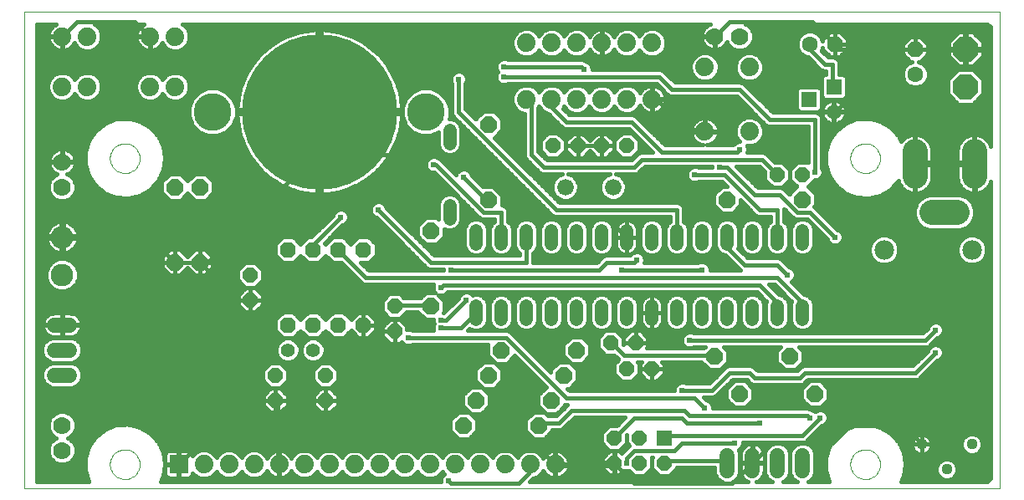
<source format=gbl>
G75*
%MOIN*%
%OFA0B0*%
%FSLAX24Y24*%
%IPPOS*%
%LPD*%
%AMOC8*
5,1,8,0,0,1.08239X$1,22.5*
%
%ADD10C,0.0000*%
%ADD11C,0.1500*%
%ADD12C,0.6200*%
%ADD13C,0.0520*%
%ADD14OC8,0.0630*%
%ADD15C,0.0560*%
%ADD16OC8,0.0660*%
%ADD17OC8,0.0600*%
%ADD18R,0.0600X0.0600*%
%ADD19C,0.0630*%
%ADD20C,0.0660*%
%ADD21C,0.0740*%
%ADD22C,0.0780*%
%ADD23C,0.1000*%
%ADD24R,0.0740X0.0740*%
%ADD25C,0.0600*%
%ADD26C,0.0700*%
%ADD27C,0.0590*%
%ADD28R,0.0590X0.0590*%
%ADD29OC8,0.1000*%
%ADD30C,0.0440*%
%ADD31C,0.0900*%
%ADD32C,0.0150*%
%ADD33C,0.0240*%
%ADD34C,0.0160*%
D10*
X000100Y000550D02*
X000100Y019546D01*
X038970Y019546D01*
X038970Y000550D01*
X000100Y000550D01*
X003509Y001500D02*
X003511Y001548D01*
X003517Y001596D01*
X003527Y001643D01*
X003540Y001689D01*
X003558Y001734D01*
X003578Y001778D01*
X003603Y001820D01*
X003631Y001859D01*
X003661Y001896D01*
X003695Y001930D01*
X003732Y001962D01*
X003770Y001991D01*
X003811Y002016D01*
X003854Y002038D01*
X003899Y002056D01*
X003945Y002070D01*
X003992Y002081D01*
X004040Y002088D01*
X004088Y002091D01*
X004136Y002090D01*
X004184Y002085D01*
X004232Y002076D01*
X004278Y002064D01*
X004323Y002047D01*
X004367Y002027D01*
X004409Y002004D01*
X004449Y001977D01*
X004487Y001947D01*
X004522Y001914D01*
X004554Y001878D01*
X004584Y001840D01*
X004610Y001799D01*
X004632Y001756D01*
X004652Y001712D01*
X004667Y001667D01*
X004679Y001620D01*
X004687Y001572D01*
X004691Y001524D01*
X004691Y001476D01*
X004687Y001428D01*
X004679Y001380D01*
X004667Y001333D01*
X004652Y001288D01*
X004632Y001244D01*
X004610Y001201D01*
X004584Y001160D01*
X004554Y001122D01*
X004522Y001086D01*
X004487Y001053D01*
X004449Y001023D01*
X004409Y000996D01*
X004367Y000973D01*
X004323Y000953D01*
X004278Y000936D01*
X004232Y000924D01*
X004184Y000915D01*
X004136Y000910D01*
X004088Y000909D01*
X004040Y000912D01*
X003992Y000919D01*
X003945Y000930D01*
X003899Y000944D01*
X003854Y000962D01*
X003811Y000984D01*
X003770Y001009D01*
X003732Y001038D01*
X003695Y001070D01*
X003661Y001104D01*
X003631Y001141D01*
X003603Y001180D01*
X003578Y001222D01*
X003558Y001266D01*
X003540Y001311D01*
X003527Y001357D01*
X003517Y001404D01*
X003511Y001452D01*
X003509Y001500D01*
X003509Y013700D02*
X003511Y013748D01*
X003517Y013796D01*
X003527Y013843D01*
X003540Y013889D01*
X003558Y013934D01*
X003578Y013978D01*
X003603Y014020D01*
X003631Y014059D01*
X003661Y014096D01*
X003695Y014130D01*
X003732Y014162D01*
X003770Y014191D01*
X003811Y014216D01*
X003854Y014238D01*
X003899Y014256D01*
X003945Y014270D01*
X003992Y014281D01*
X004040Y014288D01*
X004088Y014291D01*
X004136Y014290D01*
X004184Y014285D01*
X004232Y014276D01*
X004278Y014264D01*
X004323Y014247D01*
X004367Y014227D01*
X004409Y014204D01*
X004449Y014177D01*
X004487Y014147D01*
X004522Y014114D01*
X004554Y014078D01*
X004584Y014040D01*
X004610Y013999D01*
X004632Y013956D01*
X004652Y013912D01*
X004667Y013867D01*
X004679Y013820D01*
X004687Y013772D01*
X004691Y013724D01*
X004691Y013676D01*
X004687Y013628D01*
X004679Y013580D01*
X004667Y013533D01*
X004652Y013488D01*
X004632Y013444D01*
X004610Y013401D01*
X004584Y013360D01*
X004554Y013322D01*
X004522Y013286D01*
X004487Y013253D01*
X004449Y013223D01*
X004409Y013196D01*
X004367Y013173D01*
X004323Y013153D01*
X004278Y013136D01*
X004232Y013124D01*
X004184Y013115D01*
X004136Y013110D01*
X004088Y013109D01*
X004040Y013112D01*
X003992Y013119D01*
X003945Y013130D01*
X003899Y013144D01*
X003854Y013162D01*
X003811Y013184D01*
X003770Y013209D01*
X003732Y013238D01*
X003695Y013270D01*
X003661Y013304D01*
X003631Y013341D01*
X003603Y013380D01*
X003578Y013422D01*
X003558Y013466D01*
X003540Y013511D01*
X003527Y013557D01*
X003517Y013604D01*
X003511Y013652D01*
X003509Y013700D01*
X033009Y013700D02*
X033011Y013748D01*
X033017Y013796D01*
X033027Y013843D01*
X033040Y013889D01*
X033058Y013934D01*
X033078Y013978D01*
X033103Y014020D01*
X033131Y014059D01*
X033161Y014096D01*
X033195Y014130D01*
X033232Y014162D01*
X033270Y014191D01*
X033311Y014216D01*
X033354Y014238D01*
X033399Y014256D01*
X033445Y014270D01*
X033492Y014281D01*
X033540Y014288D01*
X033588Y014291D01*
X033636Y014290D01*
X033684Y014285D01*
X033732Y014276D01*
X033778Y014264D01*
X033823Y014247D01*
X033867Y014227D01*
X033909Y014204D01*
X033949Y014177D01*
X033987Y014147D01*
X034022Y014114D01*
X034054Y014078D01*
X034084Y014040D01*
X034110Y013999D01*
X034132Y013956D01*
X034152Y013912D01*
X034167Y013867D01*
X034179Y013820D01*
X034187Y013772D01*
X034191Y013724D01*
X034191Y013676D01*
X034187Y013628D01*
X034179Y013580D01*
X034167Y013533D01*
X034152Y013488D01*
X034132Y013444D01*
X034110Y013401D01*
X034084Y013360D01*
X034054Y013322D01*
X034022Y013286D01*
X033987Y013253D01*
X033949Y013223D01*
X033909Y013196D01*
X033867Y013173D01*
X033823Y013153D01*
X033778Y013136D01*
X033732Y013124D01*
X033684Y013115D01*
X033636Y013110D01*
X033588Y013109D01*
X033540Y013112D01*
X033492Y013119D01*
X033445Y013130D01*
X033399Y013144D01*
X033354Y013162D01*
X033311Y013184D01*
X033270Y013209D01*
X033232Y013238D01*
X033195Y013270D01*
X033161Y013304D01*
X033131Y013341D01*
X033103Y013380D01*
X033078Y013422D01*
X033058Y013466D01*
X033040Y013511D01*
X033027Y013557D01*
X033017Y013604D01*
X033011Y013652D01*
X033009Y013700D01*
X033009Y001500D02*
X033011Y001548D01*
X033017Y001596D01*
X033027Y001643D01*
X033040Y001689D01*
X033058Y001734D01*
X033078Y001778D01*
X033103Y001820D01*
X033131Y001859D01*
X033161Y001896D01*
X033195Y001930D01*
X033232Y001962D01*
X033270Y001991D01*
X033311Y002016D01*
X033354Y002038D01*
X033399Y002056D01*
X033445Y002070D01*
X033492Y002081D01*
X033540Y002088D01*
X033588Y002091D01*
X033636Y002090D01*
X033684Y002085D01*
X033732Y002076D01*
X033778Y002064D01*
X033823Y002047D01*
X033867Y002027D01*
X033909Y002004D01*
X033949Y001977D01*
X033987Y001947D01*
X034022Y001914D01*
X034054Y001878D01*
X034084Y001840D01*
X034110Y001799D01*
X034132Y001756D01*
X034152Y001712D01*
X034167Y001667D01*
X034179Y001620D01*
X034187Y001572D01*
X034191Y001524D01*
X034191Y001476D01*
X034187Y001428D01*
X034179Y001380D01*
X034167Y001333D01*
X034152Y001288D01*
X034132Y001244D01*
X034110Y001201D01*
X034084Y001160D01*
X034054Y001122D01*
X034022Y001086D01*
X033987Y001053D01*
X033949Y001023D01*
X033909Y000996D01*
X033867Y000973D01*
X033823Y000953D01*
X033778Y000936D01*
X033732Y000924D01*
X033684Y000915D01*
X033636Y000910D01*
X033588Y000909D01*
X033540Y000912D01*
X033492Y000919D01*
X033445Y000930D01*
X033399Y000944D01*
X033354Y000962D01*
X033311Y000984D01*
X033270Y001009D01*
X033232Y001038D01*
X033195Y001070D01*
X033161Y001104D01*
X033131Y001141D01*
X033103Y001180D01*
X033078Y001222D01*
X033058Y001266D01*
X033040Y001311D01*
X033027Y001357D01*
X033017Y001404D01*
X033011Y001452D01*
X033009Y001500D01*
D11*
X016100Y015550D03*
X007600Y015550D03*
D12*
X011850Y015550D03*
D13*
X017050Y014810D02*
X017050Y014290D01*
X017050Y011810D02*
X017050Y011290D01*
X018100Y010810D02*
X018100Y010290D01*
X019100Y010290D02*
X019100Y010810D01*
X020100Y010810D02*
X020100Y010290D01*
X021100Y010290D02*
X021100Y010810D01*
X022100Y010810D02*
X022100Y010290D01*
X023100Y010290D02*
X023100Y010810D01*
X024100Y010810D02*
X024100Y010290D01*
X025100Y010290D02*
X025100Y010810D01*
X026100Y010810D02*
X026100Y010290D01*
X027100Y010290D02*
X027100Y010810D01*
X028100Y010810D02*
X028100Y010290D01*
X029100Y010290D02*
X029100Y010810D01*
X030100Y010810D02*
X030100Y010290D01*
X031100Y010290D02*
X031100Y010810D01*
X031100Y007810D02*
X031100Y007290D01*
X030100Y007290D02*
X030100Y007810D01*
X029100Y007810D02*
X029100Y007290D01*
X028100Y007290D02*
X028100Y007810D01*
X027100Y007810D02*
X027100Y007290D01*
X026100Y007290D02*
X026100Y007810D01*
X025100Y007810D02*
X025100Y007290D01*
X024100Y007290D02*
X024100Y007810D01*
X023100Y007810D02*
X023100Y007290D01*
X022100Y007290D02*
X022100Y007810D01*
X021100Y007810D02*
X021100Y007290D01*
X020100Y007290D02*
X020100Y007810D01*
X019100Y007810D02*
X019100Y007290D01*
X018100Y007290D02*
X018100Y007810D01*
D14*
X013600Y007050D03*
X012600Y007050D03*
X011600Y007050D03*
X010600Y007050D03*
X010600Y010050D03*
X011600Y010050D03*
X012600Y010050D03*
X013600Y010050D03*
X032400Y018250D03*
X035600Y018050D03*
D15*
X011600Y006050D03*
X010600Y006050D03*
D16*
X016300Y007800D03*
X019100Y006050D03*
X018600Y005050D03*
X018100Y004050D03*
X017600Y003050D03*
X020600Y003050D03*
X021100Y004050D03*
X021600Y005050D03*
X022100Y006050D03*
X027600Y005800D03*
X030600Y005800D03*
X031600Y004300D03*
X028600Y004300D03*
X016300Y010800D03*
X018600Y012050D03*
X018600Y015050D03*
X028100Y012050D03*
X031100Y012050D03*
X007100Y012550D03*
X006100Y012550D03*
X006100Y009550D03*
X007100Y009550D03*
D17*
X009100Y009050D03*
X009100Y008050D03*
X014850Y007800D03*
X014850Y006800D03*
X012100Y005050D03*
X012100Y004050D03*
X010100Y004050D03*
X010100Y005050D03*
X023450Y006350D03*
X024450Y006350D03*
X024100Y005300D03*
X025100Y005300D03*
X024600Y002550D03*
X023600Y002550D03*
X023600Y001550D03*
X024600Y001550D03*
X025600Y001550D03*
X030100Y013050D03*
X031100Y013050D03*
X024100Y014200D03*
X023100Y014200D03*
X022150Y014200D03*
X021150Y014200D03*
D18*
X025600Y002550D03*
D19*
X035600Y017050D03*
X031400Y018250D03*
D20*
X023550Y012550D03*
X021650Y012550D03*
D21*
X027210Y014770D03*
X028990Y014770D03*
X025100Y016050D03*
X024100Y016050D03*
X023100Y016050D03*
X022100Y016050D03*
X021100Y016050D03*
X020100Y016050D03*
X020100Y018300D03*
X021100Y018300D03*
X022100Y018300D03*
X023100Y018300D03*
X024100Y018300D03*
X025100Y018300D03*
X027210Y017330D03*
X028990Y017330D03*
X006100Y016550D03*
X005100Y016550D03*
X002600Y016550D03*
X001600Y016550D03*
X001600Y018550D03*
X002600Y018550D03*
X005100Y018550D03*
X006100Y018550D03*
X007252Y001498D03*
X008252Y001498D03*
X009252Y001498D03*
X010252Y001498D03*
X011252Y001498D03*
X012252Y001498D03*
X013252Y001498D03*
X014252Y001498D03*
X015252Y001498D03*
X016252Y001498D03*
X017252Y001498D03*
X018252Y001498D03*
X019252Y001498D03*
X020252Y001498D03*
X021252Y001498D03*
D22*
X034350Y010050D03*
X037850Y010050D03*
D23*
X037269Y011542D02*
X036269Y011542D01*
X035588Y012971D02*
X035588Y013971D01*
X037950Y013971D02*
X037950Y012971D01*
D24*
X006252Y001498D03*
D25*
X001900Y005050D02*
X001300Y005050D01*
X001300Y006050D02*
X001900Y006050D01*
X001900Y007050D02*
X001300Y007050D01*
X028100Y001850D02*
X028100Y001250D01*
X029100Y001250D02*
X029100Y001850D01*
X030100Y001850D02*
X030100Y001250D01*
X031100Y001250D02*
X031100Y001850D01*
D26*
X001600Y002050D03*
X001600Y003050D03*
X001600Y012550D03*
X001600Y013550D03*
X027600Y018550D03*
X028600Y018550D03*
D27*
X032350Y015550D03*
D28*
X031350Y016050D03*
X032350Y016550D03*
D29*
X037600Y016550D03*
X037600Y018050D03*
D30*
X037850Y002300D03*
X035850Y002300D03*
X036850Y001300D03*
D31*
X001600Y009050D03*
X001606Y010550D03*
D32*
X005100Y010550D01*
X006100Y009550D01*
X007100Y009550D02*
X007300Y009450D01*
X012600Y014750D01*
X011850Y015550D01*
X011900Y015550D01*
X013600Y013850D01*
X017500Y013850D01*
X020000Y011350D01*
X023300Y011350D01*
X024100Y010550D01*
X024500Y009650D02*
X024400Y009550D01*
X023300Y009550D01*
X023000Y009250D01*
X017100Y009250D01*
X016300Y009550D02*
X014200Y011650D01*
X012700Y011350D02*
X011600Y010250D01*
X011600Y010050D01*
X012600Y010050D02*
X013700Y008950D01*
X030100Y008950D01*
X031100Y007950D01*
X031100Y007550D01*
X030100Y007550D02*
X030100Y007950D01*
X029400Y008650D01*
X016800Y008650D01*
X016700Y008550D01*
X017700Y008050D02*
X016900Y007250D01*
X016700Y007250D01*
X016700Y006950D02*
X017500Y006950D01*
X018100Y007550D01*
X016300Y007800D02*
X016300Y007850D01*
X014900Y007850D01*
X014850Y007800D01*
X015400Y006550D02*
X019300Y006550D01*
X021700Y004150D01*
X026800Y004150D01*
X027200Y003750D01*
X026600Y003450D02*
X026400Y003650D01*
X021900Y003650D01*
X021400Y003150D01*
X020700Y003150D01*
X020600Y003050D01*
X020700Y002050D02*
X010200Y002050D01*
X010200Y001550D01*
X010252Y001498D01*
X010200Y002050D02*
X010200Y004050D01*
X010100Y004050D01*
X008800Y004050D01*
X006300Y001550D01*
X006252Y001498D01*
X017000Y000850D02*
X017100Y000750D01*
X019800Y000750D01*
X020200Y001150D01*
X020200Y001450D01*
X020252Y001498D01*
X020700Y002050D02*
X021200Y001550D01*
X021252Y001498D01*
X021300Y001450D01*
X023600Y001450D01*
X023600Y001550D01*
X024400Y000750D01*
X028300Y000750D01*
X029100Y001550D01*
X029900Y002350D01*
X032300Y002350D01*
X033000Y003050D01*
X034700Y003050D01*
X037200Y005550D01*
X037200Y010850D01*
X037600Y010850D01*
X038000Y011250D01*
X038000Y013450D01*
X037950Y013471D01*
X037900Y013550D01*
X035600Y013550D01*
X035588Y013471D01*
X031600Y013150D02*
X031600Y015250D01*
X029800Y015250D01*
X028600Y016450D01*
X025900Y016450D01*
X025400Y016950D01*
X019200Y016950D01*
X019200Y017350D02*
X022300Y017350D01*
X022400Y017250D01*
X021100Y016050D02*
X021100Y015750D01*
X021700Y015150D01*
X024300Y015150D01*
X025500Y013950D01*
X028500Y013950D01*
X028600Y014050D01*
X029500Y013650D02*
X024700Y013650D01*
X024400Y013350D01*
X020800Y013350D01*
X020300Y013850D01*
X020300Y016050D01*
X020100Y016050D01*
X017400Y015550D02*
X017400Y016850D01*
X017400Y015550D02*
X021300Y011650D01*
X026100Y011650D01*
X026100Y010550D01*
X028100Y010550D02*
X028100Y010150D01*
X028800Y009450D01*
X030100Y009450D01*
X030500Y009050D01*
X030100Y010550D02*
X030100Y011650D01*
X029400Y011650D01*
X028000Y013050D01*
X026800Y013050D01*
X027800Y013350D02*
X028100Y013350D01*
X029200Y012250D01*
X030200Y012250D01*
X030900Y011550D01*
X031400Y011550D01*
X032400Y010550D01*
X027100Y009250D02*
X023900Y009250D01*
X020100Y009550D02*
X016300Y009550D01*
X019100Y010550D02*
X019100Y011550D01*
X018400Y011550D01*
X016500Y013450D01*
X016400Y013450D01*
X017600Y012950D02*
X018500Y012050D01*
X018600Y012050D01*
X020100Y010550D02*
X020100Y009550D01*
X023450Y006350D02*
X023500Y006350D01*
X024000Y005850D01*
X027600Y005850D01*
X027600Y005800D01*
X028200Y005150D02*
X027500Y004450D01*
X026300Y004450D01*
X028200Y005150D02*
X029000Y005150D01*
X029200Y004950D01*
X031000Y004950D01*
X031200Y005150D01*
X035600Y005150D01*
X036400Y005950D01*
X036000Y006450D02*
X026600Y006450D01*
X026600Y003450D02*
X031300Y003450D01*
X031400Y003350D01*
X031800Y003350D02*
X031100Y002650D01*
X025700Y002650D01*
X025600Y002550D01*
X026000Y002050D02*
X024400Y002050D01*
X024100Y001750D01*
X024100Y001550D01*
X025600Y001550D02*
X025700Y001650D01*
X028000Y001650D01*
X028100Y001550D01*
X028400Y002350D02*
X026300Y002350D01*
X026000Y002050D01*
X026500Y003150D02*
X029400Y003150D01*
X026500Y003150D02*
X026300Y003350D01*
X024400Y003350D01*
X023600Y002550D01*
X034700Y003050D02*
X035100Y003050D01*
X035850Y002300D01*
X036000Y006450D02*
X036400Y006850D01*
X030100Y013050D02*
X029500Y013650D01*
X027210Y014770D02*
X027200Y014850D01*
X026700Y014850D01*
X026650Y014804D01*
X026640Y014815D01*
X026600Y014850D01*
X026500Y014850D01*
X025300Y016050D01*
X025100Y016050D01*
X026650Y014804D02*
X026700Y014750D01*
X026700Y014650D01*
X026659Y014628D01*
X026654Y014637D01*
X026659Y014628D02*
X026700Y014550D01*
X032350Y015550D02*
X032400Y015550D01*
X034900Y018050D01*
X032600Y018050D01*
X032400Y018250D01*
X031500Y019150D01*
X028200Y019150D01*
X027600Y018550D01*
X031400Y018250D02*
X031400Y018050D01*
X032000Y017450D01*
X032300Y017450D01*
X032300Y016550D01*
X032350Y016550D01*
X034900Y018050D02*
X035600Y018050D01*
X009100Y008050D02*
X008600Y008050D01*
X007100Y009550D01*
X005100Y018550D02*
X004500Y019150D01*
X002200Y019150D01*
X001600Y018550D01*
D33*
X014200Y011650D03*
X012700Y011350D03*
X016400Y013450D03*
X017600Y012950D03*
X024500Y009650D03*
X023900Y009250D03*
X027100Y009250D03*
X030500Y009050D03*
X032400Y010550D03*
X031600Y013150D03*
X028600Y014050D03*
X027800Y013350D03*
X026800Y013050D03*
X019200Y016950D03*
X019200Y017350D03*
X017400Y016850D03*
X022400Y017250D03*
X017100Y009250D03*
X016700Y008550D03*
X017700Y008050D03*
X016700Y007250D03*
X016700Y006950D03*
X015400Y006550D03*
X024100Y001550D03*
X028400Y002350D03*
X029400Y003150D03*
X031400Y003350D03*
X031800Y003350D03*
X027200Y003750D03*
X026300Y004450D03*
X026600Y006450D03*
X036400Y006850D03*
X036400Y005950D03*
X037200Y005550D03*
X017000Y000850D03*
D34*
X016680Y000867D02*
X005551Y000867D01*
X005519Y000800D02*
X005629Y001028D01*
X005629Y001028D01*
X005700Y001500D01*
X005629Y001972D01*
X005422Y002401D01*
X005422Y002401D01*
X005098Y002751D01*
X005098Y002751D01*
X004685Y002989D01*
X004220Y003096D01*
X004220Y003096D01*
X003744Y003060D01*
X003744Y003060D01*
X003300Y002886D01*
X002927Y002588D01*
X002658Y002194D01*
X002518Y001738D01*
X002518Y001262D01*
X002658Y000806D01*
X002662Y000800D01*
X000600Y000800D01*
X000600Y019050D01*
X001370Y019050D01*
X001312Y019020D01*
X001242Y018970D01*
X001180Y018908D01*
X001130Y018838D01*
X001090Y018761D01*
X001064Y018679D01*
X001050Y018593D01*
X001050Y018570D01*
X001580Y018570D01*
X001580Y018530D01*
X001620Y018530D01*
X001620Y018000D01*
X001643Y018000D01*
X001729Y018014D01*
X001811Y018040D01*
X001888Y018080D01*
X001958Y018130D01*
X002020Y018192D01*
X002070Y018262D01*
X002088Y018296D01*
X002117Y018227D01*
X002277Y018067D01*
X002487Y017980D01*
X002713Y017980D01*
X002923Y018067D01*
X003083Y018227D01*
X003170Y018437D01*
X003170Y018663D01*
X003083Y018873D01*
X002923Y019033D01*
X002882Y019050D01*
X004870Y019050D01*
X004812Y019020D01*
X004742Y018970D01*
X004680Y018908D01*
X004630Y018838D01*
X004590Y018761D01*
X004564Y018679D01*
X004550Y018593D01*
X004550Y018570D01*
X005080Y018570D01*
X005080Y018530D01*
X005120Y018530D01*
X005120Y018000D01*
X005143Y018000D01*
X005229Y018014D01*
X005311Y018040D01*
X005388Y018080D01*
X005458Y018130D01*
X005520Y018192D01*
X005570Y018262D01*
X005588Y018296D01*
X005617Y018227D01*
X005777Y018067D01*
X005987Y017980D01*
X006213Y017980D01*
X006423Y018067D01*
X006583Y018227D01*
X006670Y018437D01*
X006670Y018663D01*
X006583Y018873D01*
X006423Y019033D01*
X006382Y019050D01*
X027424Y019050D01*
X027397Y019041D01*
X027322Y019003D01*
X027255Y018954D01*
X027196Y018895D01*
X027147Y018828D01*
X027109Y018753D01*
X027083Y018674D01*
X027070Y018592D01*
X027070Y018568D01*
X027582Y018568D01*
X027582Y018532D01*
X027618Y018532D01*
X027618Y018020D01*
X027642Y018020D01*
X027724Y018033D01*
X027803Y018059D01*
X027878Y018097D01*
X027945Y018146D01*
X028004Y018205D01*
X028053Y018272D01*
X028090Y018344D01*
X028134Y018238D01*
X028288Y018084D01*
X028491Y018000D01*
X028709Y018000D01*
X028912Y018084D01*
X029066Y018238D01*
X029150Y018441D01*
X029150Y018659D01*
X029066Y018862D01*
X028912Y019016D01*
X028830Y019050D01*
X038475Y019050D01*
X038600Y018925D01*
X038600Y014174D01*
X038596Y014190D01*
X038562Y014273D01*
X038517Y014350D01*
X038463Y014421D01*
X038400Y014484D01*
X038329Y014538D01*
X038252Y014582D01*
X038169Y014617D01*
X038083Y014640D01*
X037995Y014651D01*
X037969Y014651D01*
X037969Y013490D01*
X037932Y013490D01*
X037932Y014651D01*
X037906Y014651D01*
X037817Y014640D01*
X037731Y014617D01*
X037649Y014582D01*
X037572Y014538D01*
X037501Y014484D01*
X037438Y014421D01*
X037384Y014350D01*
X037339Y014273D01*
X037305Y014190D01*
X037282Y014104D01*
X037270Y014016D01*
X037270Y013490D01*
X037932Y013490D01*
X037932Y013453D01*
X037270Y013453D01*
X037270Y012927D01*
X037282Y012838D01*
X037305Y012752D01*
X037339Y012670D01*
X037384Y012593D01*
X037438Y012522D01*
X037501Y012459D01*
X037572Y012405D01*
X037649Y012360D01*
X037731Y012326D01*
X037817Y012303D01*
X037906Y012291D01*
X037932Y012291D01*
X037932Y013453D01*
X037969Y013453D01*
X037969Y012291D01*
X037995Y012291D01*
X038083Y012303D01*
X038169Y012326D01*
X038252Y012360D01*
X038329Y012405D01*
X038400Y012459D01*
X038463Y012522D01*
X038517Y012593D01*
X038562Y012670D01*
X038596Y012752D01*
X038600Y012768D01*
X038600Y000925D01*
X038475Y000800D01*
X035019Y000800D01*
X035129Y001028D01*
X035129Y001028D01*
X035200Y001500D01*
X035129Y001972D01*
X034922Y002401D01*
X034922Y002401D01*
X034598Y002751D01*
X034185Y002989D01*
X033720Y003096D01*
X033244Y003060D01*
X032800Y002886D01*
X032427Y002588D01*
X032158Y002194D01*
X032018Y001738D01*
X032018Y001262D01*
X032158Y000806D01*
X032162Y000800D01*
X031320Y000800D01*
X031383Y000826D01*
X031524Y000967D01*
X031600Y001151D01*
X031600Y001949D01*
X031524Y002133D01*
X031383Y002274D01*
X031199Y002350D01*
X031001Y002350D01*
X030817Y002274D01*
X030676Y002133D01*
X030600Y001949D01*
X030524Y002133D01*
X030383Y002274D01*
X030199Y002350D01*
X030001Y002350D01*
X029817Y002274D01*
X029676Y002133D01*
X029600Y001949D01*
X029600Y001151D01*
X029676Y000967D01*
X029817Y000826D01*
X029880Y000800D01*
X029268Y000800D01*
X029284Y000805D01*
X029352Y000839D01*
X029413Y000884D01*
X029466Y000937D01*
X029511Y000998D01*
X029545Y001066D01*
X029568Y001138D01*
X029580Y001212D01*
X029580Y001530D01*
X029120Y001530D01*
X029120Y001570D01*
X029080Y001570D01*
X029080Y002330D01*
X029062Y002330D01*
X028988Y002318D01*
X028916Y002295D01*
X028848Y002261D01*
X028787Y002216D01*
X028734Y002163D01*
X028689Y002102D01*
X028655Y002034D01*
X028632Y001962D01*
X028620Y001888D01*
X028620Y001570D01*
X029080Y001570D01*
X029080Y001530D01*
X028620Y001530D01*
X028620Y001212D01*
X028632Y001138D01*
X028655Y001066D01*
X028689Y000998D01*
X028734Y000937D01*
X028787Y000884D01*
X028848Y000839D01*
X028916Y000805D01*
X028932Y000800D01*
X028320Y000800D01*
X028383Y000826D01*
X028524Y000967D01*
X028600Y001151D01*
X028600Y001949D01*
X028552Y002066D01*
X028581Y002079D01*
X028671Y002169D01*
X028720Y002286D01*
X028720Y002375D01*
X031155Y002375D01*
X031256Y002417D01*
X031333Y002494D01*
X031873Y003034D01*
X031981Y003079D01*
X032071Y003169D01*
X032120Y003286D01*
X032120Y003414D01*
X032071Y003531D01*
X031981Y003621D01*
X031864Y003670D01*
X031736Y003670D01*
X031619Y003621D01*
X031600Y003603D01*
X031581Y003621D01*
X031473Y003666D01*
X031456Y003683D01*
X031355Y003725D01*
X027520Y003725D01*
X027520Y003814D01*
X027471Y003931D01*
X027381Y004021D01*
X027273Y004066D01*
X027164Y004175D01*
X027555Y004175D01*
X027656Y004217D01*
X027733Y004294D01*
X028314Y004875D01*
X028886Y004875D01*
X029044Y004717D01*
X029145Y004675D01*
X031055Y004675D01*
X031156Y004717D01*
X031233Y004794D01*
X031314Y004875D01*
X035655Y004875D01*
X035756Y004917D01*
X035833Y004994D01*
X036473Y005634D01*
X036581Y005679D01*
X036671Y005769D01*
X036720Y005886D01*
X036720Y006014D01*
X036671Y006131D01*
X036581Y006221D01*
X036464Y006270D01*
X036336Y006270D01*
X036219Y006221D01*
X036129Y006131D01*
X036084Y006023D01*
X035486Y005425D01*
X031145Y005425D01*
X031044Y005383D01*
X030886Y005225D01*
X029314Y005225D01*
X029233Y005306D01*
X029156Y005383D01*
X029055Y005425D01*
X028145Y005425D01*
X028044Y005383D01*
X027386Y004725D01*
X026472Y004725D01*
X026364Y004770D01*
X026236Y004770D01*
X026119Y004721D01*
X026029Y004631D01*
X025980Y004514D01*
X025980Y004425D01*
X021814Y004425D01*
X021719Y004520D01*
X021820Y004520D01*
X022130Y004830D01*
X022130Y005270D01*
X021820Y005580D01*
X021380Y005580D01*
X021070Y005270D01*
X021070Y005169D01*
X019533Y006706D01*
X019456Y006783D01*
X019355Y006825D01*
X017764Y006825D01*
X017839Y006900D01*
X017839Y006900D01*
X018008Y006830D01*
X018191Y006830D01*
X018361Y006900D01*
X018490Y007029D01*
X018560Y007198D01*
X018560Y007901D01*
X018490Y008071D01*
X018361Y008200D01*
X018191Y008270D01*
X018008Y008270D01*
X017955Y008248D01*
X017881Y008321D01*
X017764Y008370D01*
X017636Y008370D01*
X017519Y008321D01*
X017429Y008231D01*
X017384Y008123D01*
X016811Y007550D01*
X016803Y007554D01*
X016830Y007580D01*
X016830Y008020D01*
X016608Y008242D01*
X016636Y008230D01*
X016764Y008230D01*
X016881Y008279D01*
X016971Y008369D01*
X016974Y008375D01*
X029286Y008375D01*
X029675Y007986D01*
X029640Y007901D01*
X029640Y007198D01*
X029710Y007029D01*
X029839Y006900D01*
X030008Y006830D01*
X030191Y006830D01*
X030361Y006900D01*
X030490Y007029D01*
X030560Y007198D01*
X030560Y007901D01*
X030490Y008071D01*
X030361Y008200D01*
X030191Y008270D01*
X030169Y008270D01*
X029764Y008675D01*
X029986Y008675D01*
X030675Y007986D01*
X030640Y007901D01*
X030640Y007198D01*
X030710Y007029D01*
X030839Y006900D01*
X031008Y006830D01*
X031191Y006830D01*
X031361Y006900D01*
X031490Y007029D01*
X031560Y007198D01*
X031560Y007901D01*
X031490Y008071D01*
X031361Y008200D01*
X031191Y008270D01*
X031169Y008270D01*
X030666Y008773D01*
X030681Y008779D01*
X030771Y008869D01*
X030820Y008986D01*
X030820Y009114D01*
X030771Y009231D01*
X030681Y009321D01*
X030573Y009366D01*
X030333Y009606D01*
X030256Y009683D01*
X030155Y009725D01*
X028914Y009725D01*
X028525Y010114D01*
X028560Y010198D01*
X028560Y010901D01*
X028490Y011071D01*
X028361Y011200D01*
X028191Y011270D01*
X028008Y011270D01*
X027839Y011200D01*
X027710Y011071D01*
X027640Y010901D01*
X027640Y010198D01*
X027710Y010029D01*
X027839Y009900D01*
X028008Y009830D01*
X028031Y009830D01*
X028636Y009225D01*
X027420Y009225D01*
X027420Y009314D01*
X027371Y009431D01*
X027281Y009521D01*
X027164Y009570D01*
X027036Y009570D01*
X026928Y009525D01*
X024795Y009525D01*
X024820Y009586D01*
X024820Y009714D01*
X024771Y009831D01*
X024681Y009921D01*
X024564Y009970D01*
X024436Y009970D01*
X024371Y009943D01*
X024387Y009954D01*
X024436Y010003D01*
X024476Y010059D01*
X024508Y010121D01*
X024529Y010187D01*
X024540Y010255D01*
X024540Y010550D01*
X024540Y010845D01*
X024529Y010913D01*
X024508Y010979D01*
X024476Y011041D01*
X024436Y011097D01*
X024387Y011146D01*
X024331Y011186D01*
X024269Y011218D01*
X024203Y011239D01*
X024135Y011250D01*
X024100Y011250D01*
X024100Y010550D01*
X024100Y010550D01*
X024540Y010550D01*
X024100Y010550D01*
X024100Y010550D01*
X024100Y009850D01*
X024135Y009850D01*
X024203Y009861D01*
X024269Y009882D01*
X024291Y009893D01*
X024229Y009831D01*
X024226Y009825D01*
X023245Y009825D01*
X023144Y009783D01*
X022886Y009525D01*
X020375Y009525D01*
X020375Y009914D01*
X020490Y010029D01*
X020560Y010198D01*
X020560Y010901D01*
X020490Y011071D01*
X020361Y011200D01*
X020191Y011270D01*
X020008Y011270D01*
X019839Y011200D01*
X019710Y011071D01*
X019640Y010901D01*
X019640Y010198D01*
X019710Y010029D01*
X019825Y009914D01*
X019825Y009825D01*
X016414Y009825D01*
X014516Y011723D01*
X014471Y011831D01*
X014381Y011921D01*
X014264Y011970D01*
X014136Y011970D01*
X014019Y011921D01*
X013929Y011831D01*
X013880Y011714D01*
X013880Y011586D01*
X013929Y011469D01*
X014019Y011379D01*
X014127Y011334D01*
X016144Y009317D01*
X016245Y009275D01*
X016780Y009275D01*
X016780Y009225D01*
X013814Y009225D01*
X013504Y009535D01*
X013813Y009535D01*
X014115Y009837D01*
X014115Y010263D01*
X013813Y010565D01*
X013387Y010565D01*
X013100Y010278D01*
X012813Y010565D01*
X012387Y010565D01*
X012100Y010278D01*
X012059Y010320D01*
X012773Y011034D01*
X012881Y011079D01*
X012971Y011169D01*
X013020Y011286D01*
X013020Y011414D01*
X012971Y011531D01*
X012881Y011621D01*
X012764Y011670D01*
X012636Y011670D01*
X012519Y011621D01*
X012429Y011531D01*
X012384Y011423D01*
X011526Y010565D01*
X011387Y010565D01*
X011100Y010278D01*
X010813Y010565D01*
X010387Y010565D01*
X010085Y010263D01*
X010085Y009837D01*
X010387Y009535D01*
X010813Y009535D01*
X011100Y009822D01*
X011387Y009535D01*
X011813Y009535D01*
X012100Y009822D01*
X012387Y009535D01*
X012726Y009535D01*
X013467Y008794D01*
X013544Y008717D01*
X013645Y008675D01*
X016405Y008675D01*
X016380Y008614D01*
X016380Y008486D01*
X016429Y008369D01*
X016467Y008330D01*
X016080Y008330D01*
X015875Y008125D01*
X015232Y008125D01*
X015057Y008300D01*
X014643Y008300D01*
X014350Y008007D01*
X014350Y007593D01*
X014643Y007300D01*
X015057Y007300D01*
X015332Y007575D01*
X015775Y007575D01*
X016080Y007270D01*
X016380Y007270D01*
X016380Y007186D01*
X016416Y007100D01*
X016380Y007014D01*
X016380Y006886D01*
X016405Y006825D01*
X015572Y006825D01*
X015464Y006870D01*
X015336Y006870D01*
X015330Y006867D01*
X015330Y006999D01*
X015049Y007280D01*
X014850Y007280D01*
X014850Y006800D01*
X014850Y006800D01*
X014850Y006320D01*
X015049Y006320D01*
X015120Y006391D01*
X015129Y006369D01*
X015219Y006279D01*
X015336Y006230D01*
X015464Y006230D01*
X015572Y006275D01*
X018575Y006275D01*
X018570Y006270D01*
X018570Y005830D01*
X018880Y005520D01*
X019320Y005520D01*
X019630Y005830D01*
X019630Y005831D01*
X020881Y004580D01*
X020880Y004580D01*
X020570Y004270D01*
X020570Y003830D01*
X020880Y003520D01*
X021320Y003520D01*
X021630Y003830D01*
X021630Y003881D01*
X021645Y003875D01*
X021736Y003875D01*
X021286Y003425D01*
X020975Y003425D01*
X020820Y003580D01*
X020380Y003580D01*
X020070Y003270D01*
X020070Y002830D01*
X020380Y002520D01*
X020820Y002520D01*
X021130Y002830D01*
X021130Y002875D01*
X021455Y002875D01*
X021556Y002917D01*
X021633Y002994D01*
X022014Y003375D01*
X024036Y003375D01*
X023711Y003050D01*
X023393Y003050D01*
X023100Y002757D01*
X023100Y002343D01*
X023393Y002050D01*
X023807Y002050D01*
X024100Y002343D01*
X024202Y002241D01*
X023944Y001983D01*
X023895Y001934D01*
X023799Y002030D01*
X023620Y002030D01*
X023620Y001570D01*
X023580Y001570D01*
X023580Y002030D01*
X023401Y002030D01*
X023120Y001749D01*
X023120Y001570D01*
X023580Y001570D01*
X023580Y001530D01*
X023620Y001530D01*
X023620Y001070D01*
X023799Y001070D01*
X023982Y001253D01*
X024036Y001230D01*
X024164Y001230D01*
X024198Y001244D01*
X024393Y001050D01*
X024807Y001050D01*
X025100Y001343D01*
X025393Y001050D01*
X025807Y001050D01*
X026100Y001343D01*
X026100Y001375D01*
X027600Y001375D01*
X027600Y001151D01*
X027676Y000967D01*
X027817Y000826D01*
X027880Y000800D01*
X020239Y000800D01*
X020356Y000917D01*
X020368Y000929D01*
X020574Y001014D01*
X020735Y001175D01*
X020764Y001244D01*
X020781Y001209D01*
X020832Y001139D01*
X020893Y001078D01*
X020963Y001027D01*
X021040Y000988D01*
X021123Y000961D01*
X021208Y000948D01*
X021232Y000948D01*
X021232Y001478D01*
X021272Y001478D01*
X021272Y001518D01*
X021802Y001518D01*
X021802Y001541D01*
X021788Y001626D01*
X021761Y001709D01*
X021722Y001786D01*
X021671Y001856D01*
X021610Y001917D01*
X021540Y001968D01*
X021463Y002007D01*
X021380Y002034D01*
X021295Y002048D01*
X021272Y002048D01*
X021272Y001518D01*
X021232Y001518D01*
X021232Y002048D01*
X021208Y002048D01*
X021123Y002034D01*
X021040Y002007D01*
X020963Y001968D01*
X020893Y001917D01*
X020832Y001856D01*
X020781Y001786D01*
X020764Y001751D01*
X020735Y001821D01*
X020574Y001981D01*
X020365Y002068D01*
X020138Y002068D01*
X019929Y001981D01*
X019768Y001821D01*
X019752Y001780D01*
X019735Y001821D01*
X019574Y001981D01*
X019365Y002068D01*
X019138Y002068D01*
X018929Y001981D01*
X018768Y001821D01*
X018752Y001780D01*
X018735Y001821D01*
X018574Y001981D01*
X018365Y002068D01*
X018138Y002068D01*
X017929Y001981D01*
X017768Y001821D01*
X017752Y001780D01*
X017735Y001821D01*
X017574Y001981D01*
X017365Y002068D01*
X017138Y002068D01*
X016929Y001981D01*
X016768Y001821D01*
X016752Y001780D01*
X016735Y001821D01*
X016574Y001981D01*
X016365Y002068D01*
X016138Y002068D01*
X015929Y001981D01*
X015768Y001821D01*
X015752Y001780D01*
X015735Y001821D01*
X015574Y001981D01*
X015365Y002068D01*
X015138Y002068D01*
X014929Y001981D01*
X014768Y001821D01*
X014752Y001780D01*
X014735Y001821D01*
X014574Y001981D01*
X014365Y002068D01*
X014138Y002068D01*
X013929Y001981D01*
X013768Y001821D01*
X013752Y001780D01*
X013735Y001821D01*
X013574Y001981D01*
X013365Y002068D01*
X013138Y002068D01*
X012929Y001981D01*
X012768Y001821D01*
X012752Y001780D01*
X012735Y001821D01*
X012574Y001981D01*
X012365Y002068D01*
X012138Y002068D01*
X011929Y001981D01*
X011768Y001821D01*
X011752Y001780D01*
X011735Y001821D01*
X011574Y001981D01*
X011365Y002068D01*
X011138Y002068D01*
X010929Y001981D01*
X010768Y001821D01*
X010740Y001751D01*
X010722Y001786D01*
X010671Y001856D01*
X010610Y001917D01*
X010540Y001968D01*
X010463Y002007D01*
X010380Y002034D01*
X010295Y002048D01*
X010272Y002048D01*
X010272Y001518D01*
X010232Y001518D01*
X010232Y002048D01*
X010208Y002048D01*
X010123Y002034D01*
X010040Y002007D01*
X009963Y001968D01*
X009893Y001917D01*
X009832Y001856D01*
X009781Y001786D01*
X009764Y001751D01*
X009735Y001821D01*
X009574Y001981D01*
X009365Y002068D01*
X009138Y002068D01*
X008929Y001981D01*
X008768Y001821D01*
X008752Y001780D01*
X008735Y001821D01*
X008574Y001981D01*
X008365Y002068D01*
X008138Y002068D01*
X007929Y001981D01*
X007768Y001821D01*
X007752Y001780D01*
X007735Y001821D01*
X007574Y001981D01*
X007365Y002068D01*
X007138Y002068D01*
X006929Y001981D01*
X006802Y001854D01*
X006802Y001891D01*
X006789Y001937D01*
X006766Y001978D01*
X006732Y002012D01*
X006691Y002035D01*
X006645Y002048D01*
X006272Y002048D01*
X006272Y001518D01*
X006232Y001518D01*
X006232Y002048D01*
X005858Y002048D01*
X005812Y002035D01*
X005771Y002012D01*
X005738Y001978D01*
X005714Y001937D01*
X005702Y001891D01*
X005702Y001518D01*
X006232Y001518D01*
X006232Y001478D01*
X006272Y001478D01*
X006272Y000948D01*
X006645Y000948D01*
X006691Y000960D01*
X006732Y000984D01*
X006766Y001017D01*
X006789Y001058D01*
X006802Y001104D01*
X006802Y001142D01*
X006929Y001014D01*
X007138Y000928D01*
X007365Y000928D01*
X007574Y001014D01*
X007735Y001175D01*
X007752Y001215D01*
X007768Y001175D01*
X007929Y001014D01*
X008138Y000928D01*
X008365Y000928D01*
X008574Y001014D01*
X008735Y001175D01*
X008752Y001215D01*
X008768Y001175D01*
X008929Y001014D01*
X009138Y000928D01*
X009365Y000928D01*
X009574Y001014D01*
X009735Y001175D01*
X009764Y001244D01*
X009781Y001209D01*
X009832Y001139D01*
X009893Y001078D01*
X009963Y001027D01*
X010040Y000988D01*
X010123Y000961D01*
X010208Y000948D01*
X010232Y000948D01*
X010232Y001478D01*
X010272Y001478D01*
X010272Y000948D01*
X010295Y000948D01*
X010380Y000961D01*
X010463Y000988D01*
X010540Y001027D01*
X010610Y001078D01*
X010671Y001139D01*
X010722Y001209D01*
X010740Y001244D01*
X010768Y001175D01*
X010929Y001014D01*
X011138Y000928D01*
X011365Y000928D01*
X011574Y001014D01*
X011735Y001175D01*
X011752Y001215D01*
X011768Y001175D01*
X011929Y001014D01*
X012138Y000928D01*
X012365Y000928D01*
X012574Y001014D01*
X012735Y001175D01*
X012752Y001215D01*
X012768Y001175D01*
X012929Y001014D01*
X013138Y000928D01*
X013365Y000928D01*
X013574Y001014D01*
X013735Y001175D01*
X013752Y001215D01*
X013768Y001175D01*
X013929Y001014D01*
X014138Y000928D01*
X014365Y000928D01*
X014574Y001014D01*
X014735Y001175D01*
X014752Y001215D01*
X014768Y001175D01*
X014929Y001014D01*
X015138Y000928D01*
X015365Y000928D01*
X015574Y001014D01*
X015735Y001175D01*
X015752Y001215D01*
X015768Y001175D01*
X015929Y001014D01*
X016138Y000928D01*
X016365Y000928D01*
X016574Y001014D01*
X016735Y001175D01*
X016752Y001215D01*
X016768Y001175D01*
X016821Y001122D01*
X016819Y001121D01*
X016729Y001031D01*
X016680Y000914D01*
X016680Y000800D01*
X005519Y000800D01*
X005628Y001026D02*
X005733Y001026D01*
X005738Y001017D02*
X005771Y000984D01*
X005812Y000960D01*
X005858Y000948D01*
X006232Y000948D01*
X006232Y001478D01*
X005702Y001478D01*
X005702Y001104D01*
X005714Y001058D01*
X005738Y001017D01*
X005702Y001184D02*
X005652Y001184D01*
X005676Y001343D02*
X005702Y001343D01*
X005700Y001501D02*
X006232Y001501D01*
X006232Y001343D02*
X006272Y001343D01*
X006272Y001184D02*
X006232Y001184D01*
X006232Y001026D02*
X006272Y001026D01*
X006770Y001026D02*
X006918Y001026D01*
X007586Y001026D02*
X007918Y001026D01*
X007765Y001184D02*
X007739Y001184D01*
X008586Y001026D02*
X008918Y001026D01*
X008765Y001184D02*
X008739Y001184D01*
X009586Y001026D02*
X009967Y001026D01*
X009800Y001184D02*
X009739Y001184D01*
X010232Y001184D02*
X010272Y001184D01*
X010272Y001026D02*
X010232Y001026D01*
X010536Y001026D02*
X010918Y001026D01*
X010765Y001184D02*
X010704Y001184D01*
X010272Y001343D02*
X010232Y001343D01*
X010232Y001660D02*
X010272Y001660D01*
X010272Y001818D02*
X010232Y001818D01*
X010232Y001977D02*
X010272Y001977D01*
X010523Y001977D02*
X010924Y001977D01*
X010767Y001818D02*
X010699Y001818D01*
X009980Y001977D02*
X009579Y001977D01*
X009736Y001818D02*
X009804Y001818D01*
X008924Y001977D02*
X008579Y001977D01*
X008736Y001818D02*
X008767Y001818D01*
X007924Y001977D02*
X007579Y001977D01*
X007736Y001818D02*
X007767Y001818D01*
X006924Y001977D02*
X006767Y001977D01*
X006272Y001977D02*
X006232Y001977D01*
X006232Y001818D02*
X006272Y001818D01*
X006272Y001660D02*
X006232Y001660D01*
X005702Y001660D02*
X005676Y001660D01*
X005652Y001818D02*
X005702Y001818D01*
X005737Y001977D02*
X005627Y001977D01*
X005629Y001972D02*
X005629Y001972D01*
X005550Y002135D02*
X023308Y002135D01*
X023348Y001977D02*
X021523Y001977D01*
X021699Y001818D02*
X023189Y001818D01*
X023120Y001660D02*
X021777Y001660D01*
X021802Y001478D02*
X021272Y001478D01*
X021272Y000948D01*
X021295Y000948D01*
X021380Y000961D01*
X021463Y000988D01*
X021540Y001027D01*
X021610Y001078D01*
X021671Y001139D01*
X021722Y001209D01*
X021761Y001287D01*
X021788Y001369D01*
X021802Y001454D01*
X021802Y001478D01*
X021779Y001343D02*
X023129Y001343D01*
X023120Y001351D02*
X023401Y001070D01*
X023580Y001070D01*
X023580Y001530D01*
X023120Y001530D01*
X023120Y001351D01*
X023120Y001501D02*
X021272Y001501D01*
X021272Y001343D02*
X021232Y001343D01*
X021232Y001184D02*
X021272Y001184D01*
X021272Y001026D02*
X021232Y001026D01*
X020967Y001026D02*
X020586Y001026D01*
X020739Y001184D02*
X020800Y001184D01*
X021536Y001026D02*
X027652Y001026D01*
X027600Y001184D02*
X025941Y001184D01*
X026100Y001343D02*
X027600Y001343D01*
X027776Y000867D02*
X020306Y000867D01*
X021232Y001660D02*
X021272Y001660D01*
X021272Y001818D02*
X021232Y001818D01*
X021232Y001977D02*
X021272Y001977D01*
X020980Y001977D02*
X020579Y001977D01*
X020736Y001818D02*
X020804Y001818D01*
X019924Y001977D02*
X019579Y001977D01*
X019736Y001818D02*
X019767Y001818D01*
X018924Y001977D02*
X018579Y001977D01*
X018736Y001818D02*
X018767Y001818D01*
X017924Y001977D02*
X017579Y001977D01*
X017736Y001818D02*
X017767Y001818D01*
X016924Y001977D02*
X016579Y001977D01*
X016736Y001818D02*
X016767Y001818D01*
X015924Y001977D02*
X015579Y001977D01*
X015736Y001818D02*
X015767Y001818D01*
X014924Y001977D02*
X014579Y001977D01*
X014736Y001818D02*
X014767Y001818D01*
X013924Y001977D02*
X013579Y001977D01*
X013736Y001818D02*
X013767Y001818D01*
X012924Y001977D02*
X012579Y001977D01*
X012736Y001818D02*
X012767Y001818D01*
X011924Y001977D02*
X011579Y001977D01*
X011736Y001818D02*
X011767Y001818D01*
X011739Y001184D02*
X011765Y001184D01*
X011918Y001026D02*
X011586Y001026D01*
X012586Y001026D02*
X012918Y001026D01*
X012765Y001184D02*
X012739Y001184D01*
X013586Y001026D02*
X013918Y001026D01*
X013765Y001184D02*
X013739Y001184D01*
X014586Y001026D02*
X014918Y001026D01*
X014765Y001184D02*
X014739Y001184D01*
X015586Y001026D02*
X015918Y001026D01*
X015765Y001184D02*
X015739Y001184D01*
X016586Y001026D02*
X016726Y001026D01*
X016739Y001184D02*
X016765Y001184D01*
X017380Y002520D02*
X017820Y002520D01*
X018130Y002830D01*
X018130Y003270D01*
X017820Y003580D01*
X017380Y003580D01*
X017070Y003270D01*
X017070Y002830D01*
X017380Y002520D01*
X017290Y002611D02*
X005228Y002611D01*
X005375Y002452D02*
X023100Y002452D01*
X023100Y002611D02*
X020910Y002611D01*
X021069Y002769D02*
X023112Y002769D01*
X023270Y002928D02*
X021566Y002928D01*
X021725Y003086D02*
X023747Y003086D01*
X023906Y003245D02*
X021883Y003245D01*
X021423Y003562D02*
X021361Y003562D01*
X021520Y003720D02*
X021581Y003720D01*
X021630Y003879D02*
X021637Y003879D01*
X020839Y003562D02*
X020838Y003562D01*
X020680Y003720D02*
X018520Y003720D01*
X018630Y003830D02*
X018320Y003520D01*
X017880Y003520D01*
X017570Y003830D01*
X017570Y004270D01*
X017880Y004580D01*
X018320Y004580D01*
X018630Y004270D01*
X018630Y003830D01*
X018630Y003879D02*
X020570Y003879D01*
X020570Y004037D02*
X018630Y004037D01*
X018630Y004196D02*
X020570Y004196D01*
X020654Y004354D02*
X018546Y004354D01*
X018387Y004513D02*
X020813Y004513D01*
X020790Y004671D02*
X018971Y004671D01*
X018820Y004520D02*
X018380Y004520D01*
X018070Y004830D01*
X018070Y005270D01*
X018380Y005580D01*
X018820Y005580D01*
X019130Y005270D01*
X019130Y004830D01*
X018820Y004520D01*
X019129Y004830D02*
X020632Y004830D01*
X020473Y004988D02*
X019130Y004988D01*
X019130Y005147D02*
X020315Y005147D01*
X020156Y005305D02*
X019095Y005305D01*
X018936Y005464D02*
X019998Y005464D01*
X019839Y005622D02*
X019422Y005622D01*
X019580Y005781D02*
X019681Y005781D01*
X020141Y006098D02*
X021570Y006098D01*
X021570Y006256D02*
X019983Y006256D01*
X019824Y006415D02*
X021715Y006415D01*
X021570Y006270D02*
X021570Y005830D01*
X021880Y005520D01*
X022320Y005520D01*
X022630Y005830D01*
X022630Y006270D01*
X022320Y006580D01*
X021880Y006580D01*
X021570Y006270D01*
X021570Y005939D02*
X020300Y005939D01*
X020458Y005781D02*
X021620Y005781D01*
X021778Y005622D02*
X020617Y005622D01*
X020775Y005464D02*
X021264Y005464D01*
X021105Y005305D02*
X020934Y005305D01*
X021936Y005464D02*
X023600Y005464D01*
X023600Y005507D02*
X023600Y005093D01*
X023893Y004800D01*
X024307Y004800D01*
X024600Y005093D01*
X024600Y005507D01*
X024532Y005575D01*
X024696Y005575D01*
X024620Y005499D01*
X024620Y005300D01*
X025100Y005300D01*
X025580Y005300D01*
X025580Y005499D01*
X025504Y005575D01*
X027075Y005575D01*
X027380Y005270D01*
X027820Y005270D01*
X028130Y005580D01*
X028130Y006020D01*
X027975Y006175D01*
X030225Y006175D01*
X030070Y006020D01*
X030070Y005580D01*
X030380Y005270D01*
X030820Y005270D01*
X031130Y005580D01*
X031130Y006020D01*
X030975Y006175D01*
X036055Y006175D01*
X036156Y006217D01*
X036233Y006294D01*
X036473Y006534D01*
X036581Y006579D01*
X036671Y006669D01*
X036720Y006786D01*
X036720Y006914D01*
X036671Y007031D01*
X036581Y007121D01*
X036464Y007170D01*
X036336Y007170D01*
X036219Y007121D01*
X036129Y007031D01*
X036084Y006923D01*
X035886Y006725D01*
X026772Y006725D01*
X026664Y006770D01*
X026536Y006770D01*
X026419Y006721D01*
X026329Y006631D01*
X026280Y006514D01*
X026280Y006386D01*
X026329Y006269D01*
X026419Y006179D01*
X026536Y006130D01*
X026664Y006130D01*
X026772Y006175D01*
X027225Y006175D01*
X027175Y006125D01*
X024904Y006125D01*
X024930Y006151D01*
X024930Y006350D01*
X024930Y006549D01*
X024649Y006830D01*
X024450Y006830D01*
X024450Y006350D01*
X024450Y006350D01*
X024930Y006350D01*
X024450Y006350D01*
X024450Y006350D01*
X024450Y006350D01*
X023970Y006350D01*
X023970Y006549D01*
X024251Y006830D01*
X024450Y006830D01*
X024450Y006350D01*
X023970Y006350D01*
X023970Y006269D01*
X023950Y006289D01*
X023950Y006557D01*
X023657Y006850D01*
X023243Y006850D01*
X022950Y006557D01*
X022950Y006143D01*
X023243Y005850D01*
X023611Y005850D01*
X023767Y005694D01*
X023777Y005684D01*
X023600Y005507D01*
X023715Y005622D02*
X022422Y005622D01*
X022580Y005781D02*
X023681Y005781D01*
X023154Y005939D02*
X022630Y005939D01*
X022630Y006098D02*
X022995Y006098D01*
X022950Y006256D02*
X022630Y006256D01*
X022485Y006415D02*
X022950Y006415D01*
X022966Y006573D02*
X022327Y006573D01*
X022191Y006830D02*
X022008Y006830D01*
X021839Y006900D01*
X021710Y007029D01*
X021640Y007198D01*
X021640Y007901D01*
X021710Y008071D01*
X021839Y008200D01*
X022008Y008270D01*
X022191Y008270D01*
X022361Y008200D01*
X022490Y008071D01*
X022560Y007901D01*
X022560Y007198D01*
X022490Y007029D01*
X022361Y006900D01*
X022191Y006830D01*
X022336Y006890D02*
X022864Y006890D01*
X022839Y006900D02*
X023008Y006830D01*
X023191Y006830D01*
X023361Y006900D01*
X023490Y007029D01*
X023560Y007198D01*
X023560Y007901D01*
X023490Y008071D01*
X023361Y008200D01*
X023191Y008270D01*
X023008Y008270D01*
X022839Y008200D01*
X022710Y008071D01*
X022640Y007901D01*
X022640Y007198D01*
X022710Y007029D01*
X022839Y006900D01*
X022702Y007049D02*
X022498Y007049D01*
X022560Y007207D02*
X022640Y007207D01*
X022640Y007366D02*
X022560Y007366D01*
X022560Y007524D02*
X022640Y007524D01*
X022640Y007683D02*
X022560Y007683D01*
X022560Y007841D02*
X022640Y007841D01*
X022681Y008000D02*
X022519Y008000D01*
X022403Y008158D02*
X022797Y008158D01*
X023403Y008158D02*
X023797Y008158D01*
X023839Y008200D02*
X023710Y008071D01*
X023640Y007901D01*
X023640Y007198D01*
X023710Y007029D01*
X023839Y006900D01*
X024008Y006830D01*
X024191Y006830D01*
X024361Y006900D01*
X024490Y007029D01*
X024560Y007198D01*
X024560Y007901D01*
X024490Y008071D01*
X024361Y008200D01*
X024191Y008270D01*
X024008Y008270D01*
X023839Y008200D01*
X023681Y008000D02*
X023519Y008000D01*
X023560Y007841D02*
X023640Y007841D01*
X023640Y007683D02*
X023560Y007683D01*
X023560Y007524D02*
X023640Y007524D01*
X023640Y007366D02*
X023560Y007366D01*
X023560Y007207D02*
X023640Y007207D01*
X023702Y007049D02*
X023498Y007049D01*
X023336Y006890D02*
X023864Y006890D01*
X023776Y006732D02*
X024153Y006732D01*
X023994Y006573D02*
X023934Y006573D01*
X023950Y006415D02*
X023970Y006415D01*
X024450Y006415D02*
X024450Y006415D01*
X024450Y006573D02*
X024450Y006573D01*
X024450Y006732D02*
X024450Y006732D01*
X024336Y006890D02*
X024916Y006890D01*
X024931Y006882D02*
X024869Y006914D01*
X024813Y006954D01*
X024764Y007003D01*
X024724Y007059D01*
X024692Y007121D01*
X024671Y007187D01*
X024660Y007255D01*
X024660Y007550D01*
X025100Y007550D01*
X025100Y007550D01*
X025100Y008250D01*
X025135Y008250D01*
X025203Y008239D01*
X025269Y008218D01*
X025331Y008186D01*
X025387Y008146D01*
X025436Y008097D01*
X025476Y008041D01*
X025508Y007979D01*
X025529Y007913D01*
X025540Y007845D01*
X025540Y007550D01*
X025100Y007550D01*
X025100Y007550D01*
X025100Y007550D01*
X025100Y008250D01*
X025065Y008250D01*
X024997Y008239D01*
X024931Y008218D01*
X024869Y008186D01*
X024813Y008146D01*
X024764Y008097D01*
X024724Y008041D01*
X024692Y007979D01*
X024671Y007913D01*
X024660Y007845D01*
X024660Y007550D01*
X025100Y007550D01*
X025540Y007550D01*
X025540Y007255D01*
X025529Y007187D01*
X025508Y007121D01*
X025476Y007059D01*
X025436Y007003D01*
X025387Y006954D01*
X025331Y006914D01*
X025269Y006882D01*
X025203Y006861D01*
X025135Y006850D01*
X025100Y006850D01*
X025100Y007550D01*
X025100Y007550D01*
X025100Y006850D01*
X025065Y006850D01*
X024997Y006861D01*
X024931Y006882D01*
X025100Y006890D02*
X025100Y006890D01*
X025100Y007049D02*
X025100Y007049D01*
X025100Y007207D02*
X025100Y007207D01*
X025100Y007366D02*
X025100Y007366D01*
X025100Y007524D02*
X025100Y007524D01*
X025100Y007683D02*
X025100Y007683D01*
X025100Y007841D02*
X025100Y007841D01*
X025100Y008000D02*
X025100Y008000D01*
X025100Y008158D02*
X025100Y008158D01*
X025370Y008158D02*
X025797Y008158D01*
X025839Y008200D02*
X025710Y008071D01*
X025640Y007901D01*
X025640Y007198D01*
X025710Y007029D01*
X025839Y006900D01*
X026008Y006830D01*
X026191Y006830D01*
X026361Y006900D01*
X026490Y007029D01*
X026560Y007198D01*
X026560Y007901D01*
X026490Y008071D01*
X026361Y008200D01*
X026191Y008270D01*
X026008Y008270D01*
X025839Y008200D01*
X025681Y008000D02*
X025497Y008000D01*
X025540Y007841D02*
X025640Y007841D01*
X025640Y007683D02*
X025540Y007683D01*
X025540Y007524D02*
X025640Y007524D01*
X025640Y007366D02*
X025540Y007366D01*
X025532Y007207D02*
X025640Y007207D01*
X025702Y007049D02*
X025468Y007049D01*
X025284Y006890D02*
X025864Y006890D01*
X026336Y006890D02*
X026864Y006890D01*
X026839Y006900D02*
X027008Y006830D01*
X027191Y006830D01*
X027361Y006900D01*
X027490Y007029D01*
X027560Y007198D01*
X027560Y007901D01*
X027490Y008071D01*
X027361Y008200D01*
X027191Y008270D01*
X027008Y008270D01*
X026839Y008200D01*
X026710Y008071D01*
X026640Y007901D01*
X026640Y007198D01*
X026710Y007029D01*
X026839Y006900D01*
X026757Y006732D02*
X035893Y006732D01*
X036051Y006890D02*
X031336Y006890D01*
X031498Y007049D02*
X036146Y007049D01*
X036654Y007049D02*
X038600Y007049D01*
X038600Y007207D02*
X031560Y007207D01*
X031560Y007366D02*
X038600Y007366D01*
X038600Y007524D02*
X031560Y007524D01*
X031560Y007683D02*
X038600Y007683D01*
X038600Y007841D02*
X031560Y007841D01*
X031519Y008000D02*
X038600Y008000D01*
X038600Y008158D02*
X031403Y008158D01*
X031122Y008317D02*
X038600Y008317D01*
X038600Y008475D02*
X030964Y008475D01*
X030805Y008634D02*
X038600Y008634D01*
X038600Y008792D02*
X030695Y008792D01*
X030805Y008951D02*
X038600Y008951D01*
X038600Y009109D02*
X030820Y009109D01*
X030735Y009268D02*
X038600Y009268D01*
X038600Y009426D02*
X030513Y009426D01*
X030354Y009585D02*
X033981Y009585D01*
X034016Y009550D02*
X034233Y009460D01*
X034467Y009460D01*
X034684Y009550D01*
X034850Y009716D01*
X034940Y009933D01*
X034940Y010167D01*
X034850Y010384D01*
X034684Y010550D01*
X034467Y010640D01*
X034233Y010640D01*
X034016Y010550D01*
X033850Y010384D01*
X033760Y010167D01*
X033760Y009933D01*
X033850Y009716D01*
X034016Y009550D01*
X033839Y009743D02*
X028896Y009743D01*
X029008Y009830D02*
X029191Y009830D01*
X029361Y009900D01*
X029490Y010029D01*
X029560Y010198D01*
X029560Y010901D01*
X029490Y011071D01*
X029361Y011200D01*
X029191Y011270D01*
X029008Y011270D01*
X028839Y011200D01*
X028710Y011071D01*
X028640Y010901D01*
X028640Y010198D01*
X028710Y010029D01*
X028839Y009900D01*
X029008Y009830D01*
X028838Y009902D02*
X028737Y009902D01*
X028697Y010060D02*
X028579Y010060D01*
X028560Y010219D02*
X028640Y010219D01*
X028640Y010377D02*
X028560Y010377D01*
X028560Y010536D02*
X028640Y010536D01*
X028640Y010694D02*
X028560Y010694D01*
X028560Y010853D02*
X028640Y010853D01*
X028685Y011011D02*
X028515Y011011D01*
X028391Y011170D02*
X028809Y011170D01*
X029244Y011417D02*
X029345Y011375D01*
X029825Y011375D01*
X029825Y011186D01*
X029710Y011071D01*
X029640Y010901D01*
X029640Y010198D01*
X029710Y010029D01*
X029839Y009900D01*
X030008Y009830D01*
X030191Y009830D01*
X030361Y009900D01*
X030490Y010029D01*
X030560Y010198D01*
X030560Y010901D01*
X030490Y011071D01*
X030375Y011186D01*
X030375Y011686D01*
X030744Y011317D01*
X030845Y011275D01*
X031286Y011275D01*
X032084Y010477D01*
X032129Y010369D01*
X032219Y010279D01*
X032336Y010230D01*
X032464Y010230D01*
X032581Y010279D01*
X032671Y010369D01*
X032720Y010486D01*
X032720Y010614D01*
X032671Y010731D01*
X032581Y010821D01*
X032473Y010866D01*
X031633Y011706D01*
X031569Y011770D01*
X031630Y011830D01*
X031630Y012270D01*
X031328Y012571D01*
X031587Y012830D01*
X031664Y012830D01*
X031781Y012879D01*
X031871Y012969D01*
X031920Y013086D01*
X031920Y013214D01*
X031875Y013322D01*
X031875Y015305D01*
X031833Y015406D01*
X031756Y015483D01*
X031655Y015525D01*
X029914Y015525D01*
X028833Y016606D01*
X028756Y016683D01*
X028655Y016725D01*
X026014Y016725D01*
X025633Y017106D01*
X025556Y017183D01*
X025455Y017225D01*
X022720Y017225D01*
X022720Y017314D01*
X022671Y017431D01*
X022581Y017521D01*
X022473Y017566D01*
X022456Y017583D01*
X022355Y017625D01*
X019372Y017625D01*
X019264Y017670D01*
X019136Y017670D01*
X019019Y017621D01*
X018929Y017531D01*
X018880Y017414D01*
X018880Y017286D01*
X018929Y017169D01*
X018947Y017150D01*
X018929Y017131D01*
X018880Y017014D01*
X018880Y016886D01*
X018929Y016769D01*
X019019Y016679D01*
X019136Y016630D01*
X019264Y016630D01*
X019372Y016675D01*
X025286Y016675D01*
X025744Y016217D01*
X025845Y016175D01*
X028486Y016175D01*
X029644Y015017D01*
X029745Y014975D01*
X031325Y014975D01*
X031325Y013532D01*
X031307Y013550D01*
X030893Y013550D01*
X030600Y013257D01*
X030307Y013550D01*
X029989Y013550D01*
X029733Y013806D01*
X029656Y013883D01*
X029555Y013925D01*
X028895Y013925D01*
X028920Y013986D01*
X028920Y014114D01*
X028884Y014200D01*
X029103Y014200D01*
X029313Y014287D01*
X029473Y014447D01*
X029560Y014657D01*
X029560Y014883D01*
X029473Y015093D01*
X029313Y015253D01*
X029103Y015340D01*
X028877Y015340D01*
X028667Y015253D01*
X028507Y015093D01*
X028420Y014883D01*
X028420Y014657D01*
X028507Y014447D01*
X028584Y014370D01*
X028536Y014370D01*
X028419Y014321D01*
X028329Y014231D01*
X028326Y014225D01*
X027285Y014225D01*
X027339Y014234D01*
X027421Y014260D01*
X027498Y014300D01*
X027568Y014350D01*
X027630Y014412D01*
X027680Y014482D01*
X027720Y014559D01*
X027746Y014641D01*
X027760Y014727D01*
X027760Y014750D01*
X027230Y014750D01*
X027230Y014790D01*
X027190Y014790D01*
X027190Y015320D01*
X027167Y015320D01*
X027081Y015306D01*
X026999Y015280D01*
X026922Y015240D01*
X026852Y015190D01*
X026790Y015128D01*
X026740Y015058D01*
X026700Y014981D01*
X026674Y014899D01*
X026660Y014813D01*
X026660Y014790D01*
X027190Y014790D01*
X027190Y014750D01*
X026660Y014750D01*
X026660Y014727D01*
X026674Y014641D01*
X026700Y014559D01*
X026740Y014482D01*
X026790Y014412D01*
X026852Y014350D01*
X026922Y014300D01*
X026999Y014260D01*
X027081Y014234D01*
X027135Y014225D01*
X025614Y014225D01*
X024533Y015306D01*
X024456Y015383D01*
X024355Y015425D01*
X021814Y015425D01*
X021548Y015691D01*
X021583Y015727D01*
X021600Y015768D01*
X021617Y015727D01*
X021777Y015567D01*
X021987Y015480D01*
X022213Y015480D01*
X022423Y015567D01*
X022583Y015727D01*
X022600Y015768D01*
X022617Y015727D01*
X022777Y015567D01*
X022987Y015480D01*
X023213Y015480D01*
X023423Y015567D01*
X023583Y015727D01*
X023600Y015768D01*
X023617Y015727D01*
X023777Y015567D01*
X023987Y015480D01*
X024213Y015480D01*
X024423Y015567D01*
X024583Y015727D01*
X024612Y015796D01*
X024630Y015762D01*
X024680Y015692D01*
X024742Y015630D01*
X024812Y015580D01*
X024889Y015540D01*
X024971Y015514D01*
X025057Y015500D01*
X025080Y015500D01*
X025080Y016030D01*
X025120Y016030D01*
X025120Y016070D01*
X025080Y016070D01*
X025080Y016600D01*
X025057Y016600D01*
X024971Y016586D01*
X024889Y016560D01*
X024812Y016520D01*
X024742Y016470D01*
X024680Y016408D01*
X024630Y016338D01*
X024612Y016304D01*
X024583Y016373D01*
X024423Y016533D01*
X024213Y016620D01*
X023987Y016620D01*
X023777Y016533D01*
X023617Y016373D01*
X023600Y016332D01*
X023583Y016373D01*
X023423Y016533D01*
X023213Y016620D01*
X022987Y016620D01*
X022777Y016533D01*
X022617Y016373D01*
X022600Y016332D01*
X022583Y016373D01*
X022423Y016533D01*
X022213Y016620D01*
X021987Y016620D01*
X021777Y016533D01*
X021617Y016373D01*
X021600Y016332D01*
X021583Y016373D01*
X021423Y016533D01*
X021213Y016620D01*
X020987Y016620D01*
X020777Y016533D01*
X020617Y016373D01*
X020600Y016332D01*
X020583Y016373D01*
X020423Y016533D01*
X020213Y016620D01*
X019987Y016620D01*
X019777Y016533D01*
X019617Y016373D01*
X019530Y016163D01*
X019530Y015937D01*
X019617Y015727D01*
X019777Y015567D01*
X019987Y015480D01*
X020025Y015480D01*
X020025Y013795D01*
X020067Y013694D01*
X020144Y013617D01*
X020644Y013117D01*
X020745Y013075D01*
X021533Y013075D01*
X021350Y012999D01*
X021201Y012850D01*
X021120Y012655D01*
X021120Y012445D01*
X021201Y012250D01*
X021350Y012101D01*
X021545Y012020D01*
X021755Y012020D01*
X021950Y012101D01*
X022099Y012250D01*
X022180Y012445D01*
X022180Y012655D01*
X022099Y012850D01*
X021950Y012999D01*
X021767Y013075D01*
X023433Y013075D01*
X023250Y012999D01*
X023101Y012850D01*
X023020Y012655D01*
X023020Y012445D01*
X023101Y012250D01*
X023250Y012101D01*
X023445Y012020D01*
X023655Y012020D01*
X023850Y012101D01*
X023999Y012250D01*
X024080Y012445D01*
X024080Y012655D01*
X023999Y012850D01*
X023850Y012999D01*
X023667Y013075D01*
X024455Y013075D01*
X024556Y013117D01*
X024633Y013194D01*
X024814Y013375D01*
X027480Y013375D01*
X027480Y013325D01*
X026972Y013325D01*
X026864Y013370D01*
X026736Y013370D01*
X026619Y013321D01*
X026529Y013231D01*
X026480Y013114D01*
X026480Y012986D01*
X026529Y012869D01*
X026619Y012779D01*
X026736Y012730D01*
X026864Y012730D01*
X026972Y012775D01*
X027886Y012775D01*
X028081Y012580D01*
X027880Y012580D01*
X027570Y012270D01*
X027570Y011830D01*
X027880Y011520D01*
X028320Y011520D01*
X028630Y011830D01*
X028630Y012031D01*
X029244Y011417D01*
X029175Y011487D02*
X026375Y011487D01*
X026375Y011645D02*
X027755Y011645D01*
X027597Y011804D02*
X026334Y011804D01*
X026333Y011806D02*
X026375Y011705D01*
X026375Y011186D01*
X026490Y011071D01*
X026560Y010901D01*
X026560Y010198D01*
X026490Y010029D01*
X026361Y009900D01*
X026191Y009830D01*
X026008Y009830D01*
X025839Y009900D01*
X025710Y010029D01*
X025640Y010198D01*
X025640Y010901D01*
X025710Y011071D01*
X025825Y011186D01*
X025825Y011375D01*
X021245Y011375D01*
X021144Y011417D01*
X017244Y015317D01*
X017244Y015317D01*
X017167Y015394D01*
X017125Y015495D01*
X017125Y016678D01*
X017080Y016786D01*
X017080Y016914D01*
X017129Y017031D01*
X017219Y017121D01*
X017336Y017170D01*
X017464Y017170D01*
X017581Y017121D01*
X017671Y017031D01*
X017720Y016914D01*
X017720Y016786D01*
X017675Y016678D01*
X017675Y015664D01*
X018070Y015269D01*
X018070Y015270D01*
X018380Y015580D01*
X018820Y015580D01*
X019130Y015270D01*
X019130Y014830D01*
X018820Y014520D01*
X018819Y014520D01*
X021414Y011925D01*
X026155Y011925D01*
X026256Y011883D01*
X026333Y011806D01*
X026375Y011328D02*
X029825Y011328D01*
X029809Y011170D02*
X029391Y011170D01*
X029515Y011011D02*
X029685Y011011D01*
X029640Y010853D02*
X029560Y010853D01*
X029560Y010694D02*
X029640Y010694D01*
X029640Y010536D02*
X029560Y010536D01*
X029560Y010377D02*
X029640Y010377D01*
X029640Y010219D02*
X029560Y010219D01*
X029503Y010060D02*
X029697Y010060D01*
X029838Y009902D02*
X029362Y009902D01*
X030362Y009902D02*
X030838Y009902D01*
X030839Y009900D02*
X031008Y009830D01*
X031191Y009830D01*
X031361Y009900D01*
X031490Y010029D01*
X031560Y010198D01*
X031560Y010901D01*
X031490Y011071D01*
X031361Y011200D01*
X031191Y011270D01*
X031008Y011270D01*
X030839Y011200D01*
X030710Y011071D01*
X030640Y010901D01*
X030640Y010198D01*
X030710Y010029D01*
X030839Y009900D01*
X030697Y010060D02*
X030503Y010060D01*
X030560Y010219D02*
X030640Y010219D01*
X030640Y010377D02*
X030560Y010377D01*
X030560Y010536D02*
X030640Y010536D01*
X030640Y010694D02*
X030560Y010694D01*
X030560Y010853D02*
X030640Y010853D01*
X030685Y011011D02*
X030515Y011011D01*
X030391Y011170D02*
X030809Y011170D01*
X030733Y011328D02*
X030375Y011328D01*
X030375Y011487D02*
X030575Y011487D01*
X030416Y011645D02*
X030375Y011645D01*
X031603Y011804D02*
X035620Y011804D01*
X035569Y011681D02*
X035569Y011403D01*
X035676Y011146D01*
X035873Y010949D01*
X036130Y010842D01*
X037409Y010842D01*
X037666Y010949D01*
X037863Y011146D01*
X037969Y011403D01*
X037969Y011681D01*
X037863Y011939D01*
X037666Y012136D01*
X037409Y012242D01*
X036130Y012242D01*
X035873Y012136D01*
X035676Y011939D01*
X035569Y011681D01*
X035569Y011645D02*
X031694Y011645D01*
X031852Y011487D02*
X035569Y011487D01*
X035600Y011328D02*
X032011Y011328D01*
X032169Y011170D02*
X035666Y011170D01*
X035810Y011011D02*
X032328Y011011D01*
X032506Y010853D02*
X036105Y010853D01*
X037434Y010853D02*
X038600Y010853D01*
X038600Y011011D02*
X037728Y011011D01*
X037873Y011170D02*
X038600Y011170D01*
X038600Y011328D02*
X037938Y011328D01*
X037969Y011487D02*
X038600Y011487D01*
X038600Y011645D02*
X037969Y011645D01*
X037919Y011804D02*
X038600Y011804D01*
X038600Y011962D02*
X037839Y011962D01*
X037681Y012121D02*
X038600Y012121D01*
X038600Y012279D02*
X034303Y012279D01*
X034185Y012211D02*
X034598Y012449D01*
X034922Y012799D01*
X034927Y012810D01*
X034943Y012752D01*
X034977Y012670D01*
X035022Y012593D01*
X035076Y012522D01*
X035139Y012459D01*
X035210Y012405D01*
X035287Y012360D01*
X035369Y012326D01*
X035455Y012303D01*
X035544Y012291D01*
X035570Y012291D01*
X035570Y013453D01*
X035607Y013453D01*
X035607Y013490D01*
X036268Y013490D01*
X036268Y014016D01*
X036257Y014104D01*
X036233Y014190D01*
X036199Y014273D01*
X036155Y014350D01*
X036101Y014421D01*
X036038Y014484D01*
X035967Y014538D01*
X035890Y014582D01*
X035807Y014617D01*
X035721Y014640D01*
X035633Y014651D01*
X035607Y014651D01*
X035607Y013490D01*
X035570Y013490D01*
X035570Y014651D01*
X035544Y014651D01*
X035455Y014640D01*
X035369Y014617D01*
X035287Y014582D01*
X035210Y014538D01*
X035139Y014484D01*
X035076Y014421D01*
X035035Y014367D01*
X034922Y014601D01*
X034922Y014601D01*
X034598Y014951D01*
X034598Y014951D01*
X034185Y015189D01*
X033720Y015296D01*
X033720Y015296D01*
X033244Y015260D01*
X033244Y015260D01*
X032800Y015086D01*
X032427Y014788D01*
X032158Y014394D01*
X032018Y013938D01*
X032018Y013462D01*
X032158Y013006D01*
X032427Y012612D01*
X032427Y012612D01*
X032427Y012612D01*
X032800Y012314D01*
X033244Y012140D01*
X033720Y012104D01*
X034185Y012211D01*
X034185Y012211D01*
X033790Y012121D02*
X035858Y012121D01*
X035807Y012326D02*
X035721Y012303D01*
X035633Y012291D01*
X035607Y012291D01*
X035607Y013453D01*
X036268Y013453D01*
X036268Y012927D01*
X036257Y012838D01*
X036233Y012752D01*
X036199Y012670D01*
X036155Y012593D01*
X036101Y012522D01*
X036038Y012459D01*
X035967Y012405D01*
X035890Y012360D01*
X035807Y012326D01*
X035607Y012438D02*
X035570Y012438D01*
X035570Y012596D02*
X035607Y012596D01*
X035607Y012755D02*
X035570Y012755D01*
X035570Y012913D02*
X035607Y012913D01*
X035607Y013072D02*
X035570Y013072D01*
X035570Y013230D02*
X035607Y013230D01*
X035607Y013389D02*
X035570Y013389D01*
X035570Y013547D02*
X035607Y013547D01*
X035607Y013706D02*
X035570Y013706D01*
X035570Y013864D02*
X035607Y013864D01*
X035607Y014023D02*
X035570Y014023D01*
X035570Y014181D02*
X035607Y014181D01*
X035607Y014340D02*
X035570Y014340D01*
X035570Y014498D02*
X035607Y014498D01*
X036019Y014498D02*
X037520Y014498D01*
X037378Y014340D02*
X036161Y014340D01*
X036236Y014181D02*
X037303Y014181D01*
X037271Y014023D02*
X036267Y014023D01*
X036268Y013864D02*
X037270Y013864D01*
X037270Y013706D02*
X036268Y013706D01*
X036268Y013547D02*
X037270Y013547D01*
X037270Y013389D02*
X036268Y013389D01*
X036268Y013230D02*
X037270Y013230D01*
X037270Y013072D02*
X036268Y013072D01*
X036266Y012913D02*
X037272Y012913D01*
X037304Y012755D02*
X036234Y012755D01*
X036157Y012596D02*
X037382Y012596D01*
X037529Y012438D02*
X036010Y012438D01*
X035167Y012438D02*
X034578Y012438D01*
X034598Y012449D02*
X034598Y012449D01*
X034734Y012596D02*
X035020Y012596D01*
X034942Y012755D02*
X034881Y012755D01*
X034922Y012799D02*
X034922Y012799D01*
X033720Y012104D02*
X033720Y012104D01*
X033505Y012121D02*
X031630Y012121D01*
X031621Y012279D02*
X032890Y012279D01*
X032800Y012314D02*
X032800Y012314D01*
X032646Y012438D02*
X031462Y012438D01*
X031353Y012596D02*
X032447Y012596D01*
X032330Y012755D02*
X031512Y012755D01*
X031816Y012913D02*
X032222Y012913D01*
X032158Y013006D02*
X032158Y013006D01*
X032138Y013072D02*
X031914Y013072D01*
X031913Y013230D02*
X032089Y013230D01*
X032040Y013389D02*
X031875Y013389D01*
X031875Y013547D02*
X032018Y013547D01*
X032018Y013706D02*
X031875Y013706D01*
X031875Y013864D02*
X032018Y013864D01*
X032044Y014023D02*
X031875Y014023D01*
X031875Y014181D02*
X032093Y014181D01*
X032142Y014340D02*
X031875Y014340D01*
X031875Y014498D02*
X032229Y014498D01*
X032158Y014394D02*
X032158Y014394D01*
X032337Y014657D02*
X031875Y014657D01*
X031875Y014815D02*
X032461Y014815D01*
X032427Y014788D02*
X032427Y014788D01*
X032427Y014788D01*
X032387Y015075D02*
X032461Y015087D01*
X032532Y015110D01*
X032599Y015144D01*
X032659Y015188D01*
X032712Y015241D01*
X032756Y015301D01*
X032790Y015368D01*
X032813Y015439D01*
X032825Y015513D01*
X032825Y015532D01*
X032368Y015532D01*
X032368Y015568D01*
X032332Y015568D01*
X032332Y016025D01*
X032313Y016025D01*
X032239Y016013D01*
X032168Y015990D01*
X032101Y015956D01*
X032041Y015912D01*
X031988Y015859D01*
X031944Y015799D01*
X031910Y015732D01*
X031887Y015661D01*
X031875Y015587D01*
X031875Y015568D01*
X032332Y015568D01*
X032332Y015532D01*
X031875Y015532D01*
X031875Y015513D01*
X031887Y015439D01*
X031910Y015368D01*
X031944Y015301D01*
X031988Y015241D01*
X032041Y015188D01*
X032101Y015144D01*
X032168Y015110D01*
X032239Y015087D01*
X032313Y015075D01*
X032332Y015075D01*
X032332Y015532D01*
X032368Y015532D01*
X032368Y015075D01*
X032387Y015075D01*
X032368Y015132D02*
X032332Y015132D01*
X032332Y015291D02*
X032368Y015291D01*
X032368Y015449D02*
X032332Y015449D01*
X032368Y015568D02*
X032825Y015568D01*
X032825Y015587D01*
X032813Y015661D01*
X032790Y015732D01*
X032756Y015799D01*
X032712Y015859D01*
X032659Y015912D01*
X032599Y015956D01*
X032532Y015990D01*
X032461Y016013D01*
X032387Y016025D01*
X032368Y016025D01*
X032368Y015568D01*
X032368Y015608D02*
X032332Y015608D01*
X032332Y015766D02*
X032368Y015766D01*
X032368Y015925D02*
X032332Y015925D01*
X032057Y015925D02*
X031845Y015925D01*
X031845Y016083D02*
X031944Y016083D01*
X031972Y016055D02*
X032728Y016055D01*
X032845Y016172D01*
X032845Y016928D01*
X032728Y017045D01*
X032575Y017045D01*
X032575Y017505D01*
X032533Y017606D01*
X032456Y017683D01*
X032355Y017725D01*
X032114Y017725D01*
X031849Y017989D01*
X031905Y018123D01*
X031905Y018045D01*
X032195Y017755D01*
X032400Y017755D01*
X032605Y017755D01*
X032895Y018045D01*
X032895Y018250D01*
X032895Y018455D01*
X032605Y018745D01*
X032400Y018745D01*
X032400Y018250D01*
X032400Y018250D01*
X032895Y018250D01*
X032400Y018250D01*
X032400Y018250D01*
X032400Y018745D01*
X032195Y018745D01*
X031905Y018455D01*
X031905Y018377D01*
X031837Y018542D01*
X031692Y018687D01*
X031502Y018765D01*
X031298Y018765D01*
X031108Y018687D01*
X030963Y018542D01*
X030885Y018352D01*
X030885Y018148D01*
X030963Y017958D01*
X031108Y017813D01*
X031298Y017735D01*
X031326Y017735D01*
X031844Y017217D01*
X031945Y017175D01*
X032025Y017175D01*
X032025Y017045D01*
X031972Y017045D01*
X031855Y016928D01*
X031855Y016172D01*
X031972Y016055D01*
X031855Y016242D02*
X031845Y016242D01*
X031845Y016400D02*
X031855Y016400D01*
X031845Y016428D02*
X031728Y016545D01*
X030972Y016545D01*
X030855Y016428D01*
X030855Y015672D01*
X030972Y015555D01*
X031728Y015555D01*
X031845Y015672D01*
X031845Y016428D01*
X031855Y016559D02*
X028880Y016559D01*
X028877Y016760D02*
X028667Y016847D01*
X028507Y017007D01*
X028420Y017217D01*
X028420Y017443D01*
X028507Y017653D01*
X028667Y017813D01*
X028877Y017900D01*
X029103Y017900D01*
X029313Y017813D01*
X029473Y017653D01*
X029560Y017443D01*
X029560Y017217D01*
X029473Y017007D01*
X029313Y016847D01*
X029103Y016760D01*
X028877Y016760D01*
X028674Y016717D02*
X031855Y016717D01*
X031855Y016876D02*
X029342Y016876D01*
X029484Y017034D02*
X031961Y017034D01*
X031903Y017193D02*
X029550Y017193D01*
X029560Y017351D02*
X031710Y017351D01*
X031552Y017510D02*
X029533Y017510D01*
X029458Y017668D02*
X031393Y017668D01*
X031095Y017827D02*
X029281Y017827D01*
X028971Y018144D02*
X030887Y018144D01*
X030885Y018302D02*
X029093Y018302D01*
X029150Y018461D02*
X030930Y018461D01*
X031041Y018619D02*
X029150Y018619D01*
X029101Y018778D02*
X038600Y018778D01*
X038589Y018936D02*
X028992Y018936D01*
X028107Y018302D02*
X028068Y018302D01*
X027942Y018144D02*
X028229Y018144D01*
X027618Y018144D02*
X027582Y018144D01*
X027582Y018020D02*
X027582Y018532D01*
X027070Y018532D01*
X027070Y018508D01*
X027083Y018426D01*
X027109Y018347D01*
X027147Y018272D01*
X027196Y018205D01*
X027255Y018146D01*
X027322Y018097D01*
X027397Y018059D01*
X027476Y018033D01*
X027558Y018020D01*
X027582Y018020D01*
X027501Y017827D02*
X028699Y017827D01*
X028522Y017668D02*
X027678Y017668D01*
X027693Y017653D02*
X027533Y017813D01*
X027323Y017900D01*
X027097Y017900D01*
X026887Y017813D01*
X026727Y017653D01*
X026640Y017443D01*
X026640Y017217D01*
X026727Y017007D01*
X026887Y016847D01*
X027097Y016760D01*
X027323Y016760D01*
X027533Y016847D01*
X027693Y017007D01*
X027780Y017217D01*
X027780Y017443D01*
X027693Y017653D01*
X027753Y017510D02*
X028447Y017510D01*
X028420Y017351D02*
X027780Y017351D01*
X027770Y017193D02*
X028430Y017193D01*
X028496Y017034D02*
X027704Y017034D01*
X027562Y016876D02*
X028638Y016876D01*
X029039Y016400D02*
X030855Y016400D01*
X030855Y016242D02*
X029197Y016242D01*
X029356Y016083D02*
X030855Y016083D01*
X030855Y015925D02*
X029514Y015925D01*
X029673Y015766D02*
X030855Y015766D01*
X030920Y015608D02*
X029831Y015608D01*
X029212Y015449D02*
X021790Y015449D01*
X021736Y015608D02*
X021631Y015608D01*
X021601Y015766D02*
X021599Y015766D01*
X021012Y015449D02*
X020575Y015449D01*
X020575Y015291D02*
X021171Y015291D01*
X021329Y015132D02*
X020575Y015132D01*
X020575Y014974D02*
X021488Y014974D01*
X021544Y014917D02*
X021645Y014875D01*
X024186Y014875D01*
X025136Y013925D01*
X024645Y013925D01*
X024544Y013883D01*
X024286Y013625D01*
X020914Y013625D01*
X020575Y013964D01*
X020575Y015719D01*
X020583Y015727D01*
X020600Y015768D01*
X020617Y015727D01*
X020777Y015567D01*
X020977Y015484D01*
X021544Y014917D01*
X021357Y014700D02*
X020943Y014700D01*
X020650Y014407D01*
X020650Y013993D01*
X020943Y013700D01*
X021357Y013700D01*
X021650Y013993D01*
X021650Y014407D01*
X021357Y014700D01*
X021401Y014657D02*
X021928Y014657D01*
X021951Y014680D02*
X021670Y014399D01*
X021670Y014200D01*
X022150Y014200D01*
X022150Y014200D01*
X022150Y014680D01*
X022349Y014680D01*
X022625Y014404D01*
X022901Y014680D01*
X023100Y014680D01*
X023100Y014200D01*
X023100Y014200D01*
X023580Y014200D01*
X023580Y014399D01*
X023299Y014680D01*
X023100Y014680D01*
X023100Y014200D01*
X023100Y014200D01*
X023580Y014200D01*
X023580Y014001D01*
X023299Y013720D01*
X023100Y013720D01*
X023100Y014200D01*
X023100Y014200D01*
X023100Y014200D01*
X022620Y014200D01*
X022150Y014200D01*
X022150Y014200D01*
X022150Y014680D01*
X021951Y014680D01*
X022150Y014657D02*
X022150Y014657D01*
X022150Y014498D02*
X022150Y014498D01*
X022150Y014340D02*
X022150Y014340D01*
X022150Y014200D02*
X022150Y014200D01*
X022150Y013720D01*
X022349Y013720D01*
X022625Y013996D01*
X022901Y013720D01*
X023100Y013720D01*
X023100Y014200D01*
X022150Y014200D01*
X022150Y014200D01*
X022150Y013720D01*
X021951Y013720D01*
X021670Y014001D01*
X021670Y014200D01*
X022150Y014200D01*
X022150Y014181D02*
X022150Y014181D01*
X022150Y014023D02*
X022150Y014023D01*
X022150Y013864D02*
X022150Y013864D01*
X022493Y013864D02*
X022757Y013864D01*
X023100Y013864D02*
X023100Y013864D01*
X023100Y014023D02*
X023100Y014023D01*
X023100Y014181D02*
X023100Y014181D01*
X023100Y014340D02*
X023100Y014340D01*
X023100Y014498D02*
X023100Y014498D01*
X023100Y014657D02*
X023100Y014657D01*
X023322Y014657D02*
X023849Y014657D01*
X023893Y014700D02*
X023600Y014407D01*
X023600Y013993D01*
X023893Y013700D01*
X024307Y013700D01*
X024600Y013993D01*
X024600Y014407D01*
X024307Y014700D01*
X023893Y014700D01*
X023691Y014498D02*
X023481Y014498D01*
X023580Y014340D02*
X023600Y014340D01*
X023600Y014181D02*
X023580Y014181D01*
X023580Y014023D02*
X023600Y014023D01*
X023729Y013864D02*
X023443Y013864D01*
X023887Y013706D02*
X021363Y013706D01*
X021521Y013864D02*
X021807Y013864D01*
X021670Y014023D02*
X021650Y014023D01*
X021650Y014181D02*
X021670Y014181D01*
X021670Y014340D02*
X021650Y014340D01*
X021559Y014498D02*
X021769Y014498D01*
X022372Y014657D02*
X022878Y014657D01*
X022719Y014498D02*
X022531Y014498D01*
X020899Y014657D02*
X020575Y014657D01*
X020575Y014815D02*
X024246Y014815D01*
X024351Y014657D02*
X024405Y014657D01*
X024509Y014498D02*
X024563Y014498D01*
X024600Y014340D02*
X024722Y014340D01*
X024600Y014181D02*
X024880Y014181D01*
X025039Y014023D02*
X024600Y014023D01*
X024525Y013864D02*
X024471Y013864D01*
X024367Y013706D02*
X024313Y013706D01*
X024669Y013230D02*
X026528Y013230D01*
X026480Y013072D02*
X023676Y013072D01*
X023424Y013072D02*
X021776Y013072D01*
X021524Y013072D02*
X020267Y013072D01*
X020109Y013230D02*
X020531Y013230D01*
X020373Y013389D02*
X019950Y013389D01*
X019792Y013547D02*
X020214Y013547D01*
X020062Y013706D02*
X019633Y013706D01*
X019475Y013864D02*
X020025Y013864D01*
X020025Y014023D02*
X019316Y014023D01*
X019158Y014181D02*
X020025Y014181D01*
X020025Y014340D02*
X018999Y014340D01*
X018841Y014498D02*
X020025Y014498D01*
X020025Y014657D02*
X018956Y014657D01*
X019115Y014815D02*
X020025Y014815D01*
X020025Y014974D02*
X019130Y014974D01*
X019130Y015132D02*
X020025Y015132D01*
X020025Y015291D02*
X019109Y015291D01*
X018951Y015449D02*
X020025Y015449D01*
X019736Y015608D02*
X017731Y015608D01*
X017675Y015766D02*
X019601Y015766D01*
X019535Y015925D02*
X017675Y015925D01*
X017675Y016083D02*
X019530Y016083D01*
X019562Y016242D02*
X017675Y016242D01*
X017675Y016400D02*
X019644Y016400D01*
X019838Y016559D02*
X017675Y016559D01*
X017691Y016717D02*
X018980Y016717D01*
X018884Y016876D02*
X017720Y016876D01*
X017669Y017034D02*
X018888Y017034D01*
X018919Y017193D02*
X014689Y017193D01*
X014637Y017283D02*
X014518Y017462D01*
X014387Y017632D01*
X014245Y017793D01*
X014093Y017945D01*
X013932Y018087D01*
X013762Y018218D01*
X013583Y018337D01*
X013397Y018444D01*
X013204Y018539D01*
X013006Y018621D01*
X012803Y018690D01*
X012595Y018746D01*
X012385Y018788D01*
X012172Y018816D01*
X011957Y018830D01*
X011930Y018830D01*
X011930Y015630D01*
X011770Y015630D01*
X011770Y018830D01*
X011743Y018830D01*
X011528Y018816D01*
X011315Y018788D01*
X011105Y018746D01*
X010897Y018690D01*
X010694Y018621D01*
X010496Y018539D01*
X010303Y018444D01*
X010117Y018337D01*
X009938Y018218D01*
X009768Y018087D01*
X009607Y017945D01*
X009455Y017793D01*
X009313Y017632D01*
X009182Y017462D01*
X009063Y017283D01*
X008956Y017097D01*
X008861Y016904D01*
X008779Y016706D01*
X008710Y016503D01*
X008654Y016295D01*
X008612Y016085D01*
X008584Y015872D01*
X008570Y015657D01*
X008570Y015630D01*
X011770Y015630D01*
X011770Y015470D01*
X011930Y015470D01*
X011930Y015630D01*
X015130Y015630D01*
X015130Y015657D01*
X015116Y015872D01*
X015088Y016085D01*
X015046Y016295D01*
X014990Y016503D01*
X014921Y016706D01*
X014839Y016904D01*
X014744Y017097D01*
X014637Y017283D01*
X014591Y017351D02*
X018880Y017351D01*
X018920Y017510D02*
X014481Y017510D01*
X014355Y017668D02*
X019132Y017668D01*
X019268Y017668D02*
X026742Y017668D01*
X026667Y017510D02*
X022593Y017510D01*
X022705Y017351D02*
X026640Y017351D01*
X026650Y017193D02*
X025533Y017193D01*
X025705Y017034D02*
X026716Y017034D01*
X026858Y016876D02*
X025863Y016876D01*
X025403Y016559D02*
X025313Y016559D01*
X025311Y016560D02*
X025229Y016586D01*
X025143Y016600D01*
X025120Y016600D01*
X025120Y016070D01*
X025650Y016070D01*
X025650Y016093D01*
X025636Y016179D01*
X025610Y016261D01*
X025570Y016338D01*
X025520Y016408D01*
X025458Y016470D01*
X025388Y016520D01*
X025311Y016560D01*
X025120Y016559D02*
X025080Y016559D01*
X025080Y016400D02*
X025120Y016400D01*
X025120Y016242D02*
X025080Y016242D01*
X025080Y016083D02*
X025120Y016083D01*
X025120Y016030D02*
X025650Y016030D01*
X025650Y016007D01*
X025636Y015921D01*
X025610Y015839D01*
X025570Y015762D01*
X025520Y015692D01*
X025458Y015630D01*
X025388Y015580D01*
X025311Y015540D01*
X025229Y015514D01*
X025143Y015500D01*
X025120Y015500D01*
X025120Y016030D01*
X025120Y015925D02*
X025080Y015925D01*
X025080Y015766D02*
X025120Y015766D01*
X025120Y015608D02*
X025080Y015608D01*
X024773Y015608D02*
X024464Y015608D01*
X024599Y015766D02*
X024627Y015766D01*
X025427Y015608D02*
X029054Y015608D01*
X028895Y015766D02*
X025573Y015766D01*
X025637Y015925D02*
X028737Y015925D01*
X028578Y016083D02*
X025650Y016083D01*
X025616Y016242D02*
X025720Y016242D01*
X025561Y016400D02*
X025526Y016400D01*
X024887Y016559D02*
X024362Y016559D01*
X024556Y016400D02*
X024674Y016400D01*
X023838Y016559D02*
X023362Y016559D01*
X023556Y016400D02*
X023644Y016400D01*
X022838Y016559D02*
X022362Y016559D01*
X022556Y016400D02*
X022644Y016400D01*
X021838Y016559D02*
X021362Y016559D01*
X021556Y016400D02*
X021644Y016400D01*
X020838Y016559D02*
X020362Y016559D01*
X020556Y016400D02*
X020644Y016400D01*
X020599Y015766D02*
X020601Y015766D01*
X020575Y015608D02*
X020736Y015608D01*
X022464Y015608D02*
X022736Y015608D01*
X022601Y015766D02*
X022599Y015766D01*
X023464Y015608D02*
X023736Y015608D01*
X023601Y015766D02*
X023599Y015766D01*
X024548Y015291D02*
X027032Y015291D01*
X027190Y015291D02*
X027230Y015291D01*
X027230Y015320D02*
X027230Y014790D01*
X027760Y014790D01*
X027760Y014813D01*
X027746Y014899D01*
X027720Y014981D01*
X027680Y015058D01*
X027630Y015128D01*
X027568Y015190D01*
X027498Y015240D01*
X027421Y015280D01*
X027339Y015306D01*
X027253Y015320D01*
X027230Y015320D01*
X027388Y015291D02*
X028757Y015291D01*
X028546Y015132D02*
X027626Y015132D01*
X027722Y014974D02*
X028457Y014974D01*
X028420Y014815D02*
X027760Y014815D01*
X027749Y014657D02*
X028420Y014657D01*
X028486Y014498D02*
X027689Y014498D01*
X027553Y014340D02*
X028463Y014340D01*
X028892Y014181D02*
X031325Y014181D01*
X031325Y014023D02*
X028920Y014023D01*
X029366Y014340D02*
X031325Y014340D01*
X031325Y014498D02*
X029494Y014498D01*
X029560Y014657D02*
X031325Y014657D01*
X031325Y014815D02*
X029560Y014815D01*
X029523Y014974D02*
X031325Y014974D01*
X031875Y014974D02*
X032659Y014974D01*
X032576Y015132D02*
X032918Y015132D01*
X032800Y015086D02*
X032800Y015086D01*
X032749Y015291D02*
X033653Y015291D01*
X033741Y015291D02*
X038600Y015291D01*
X038600Y015449D02*
X032815Y015449D01*
X032822Y015608D02*
X038600Y015608D01*
X038600Y015766D02*
X032773Y015766D01*
X032643Y015925D02*
X037236Y015925D01*
X037310Y015850D02*
X037890Y015850D01*
X038300Y016260D01*
X038300Y016840D01*
X037890Y017250D01*
X037310Y017250D01*
X036900Y016840D01*
X036900Y016260D01*
X037310Y015850D01*
X037077Y016083D02*
X032756Y016083D01*
X032845Y016242D02*
X036919Y016242D01*
X036900Y016400D02*
X032845Y016400D01*
X032845Y016559D02*
X035441Y016559D01*
X035498Y016535D02*
X035702Y016535D01*
X035892Y016613D01*
X036037Y016758D01*
X036115Y016948D01*
X036115Y017152D01*
X036037Y017342D01*
X035892Y017487D01*
X035727Y017555D01*
X035805Y017555D01*
X036095Y017845D01*
X036095Y018050D01*
X036095Y018255D01*
X035805Y018545D01*
X035600Y018545D01*
X035600Y018050D01*
X035600Y018050D01*
X036095Y018050D01*
X035600Y018050D01*
X035600Y018050D01*
X035600Y018050D01*
X035105Y018050D01*
X035105Y018255D01*
X035395Y018545D01*
X035600Y018545D01*
X035600Y018050D01*
X035105Y018050D01*
X035105Y017845D01*
X035395Y017555D01*
X035473Y017555D01*
X035308Y017487D01*
X035163Y017342D01*
X035085Y017152D01*
X035085Y016948D01*
X035163Y016758D01*
X035308Y016613D01*
X035498Y016535D01*
X035759Y016559D02*
X036900Y016559D01*
X036900Y016717D02*
X035995Y016717D01*
X036085Y016876D02*
X036936Y016876D01*
X037094Y017034D02*
X036115Y017034D01*
X036098Y017193D02*
X037253Y017193D01*
X037318Y017370D02*
X036920Y017768D01*
X036920Y018020D01*
X037570Y018020D01*
X037570Y018080D01*
X037570Y018730D01*
X037318Y018730D01*
X036920Y018332D01*
X036920Y018080D01*
X037570Y018080D01*
X037630Y018080D01*
X037630Y018730D01*
X037882Y018730D01*
X038280Y018332D01*
X038280Y018080D01*
X037630Y018080D01*
X037630Y018020D01*
X038280Y018020D01*
X038280Y017768D01*
X037882Y017370D01*
X037630Y017370D01*
X037630Y018020D01*
X037570Y018020D01*
X037570Y017370D01*
X037318Y017370D01*
X037179Y017510D02*
X035836Y017510D01*
X035918Y017668D02*
X037020Y017668D01*
X036920Y017827D02*
X036077Y017827D01*
X036095Y017985D02*
X036920Y017985D01*
X036920Y018144D02*
X036095Y018144D01*
X036048Y018302D02*
X036920Y018302D01*
X037049Y018461D02*
X035890Y018461D01*
X035600Y018461D02*
X035600Y018461D01*
X035600Y018302D02*
X035600Y018302D01*
X035600Y018144D02*
X035600Y018144D01*
X035310Y018461D02*
X032890Y018461D01*
X032895Y018302D02*
X035152Y018302D01*
X035105Y018144D02*
X032895Y018144D01*
X032835Y017985D02*
X035105Y017985D01*
X035123Y017827D02*
X032677Y017827D01*
X032471Y017668D02*
X035282Y017668D01*
X035364Y017510D02*
X032573Y017510D01*
X032575Y017351D02*
X035173Y017351D01*
X035102Y017193D02*
X032575Y017193D01*
X032739Y017034D02*
X035085Y017034D01*
X035115Y016876D02*
X032845Y016876D01*
X032845Y016717D02*
X035205Y016717D01*
X036027Y017351D02*
X038600Y017351D01*
X038600Y017193D02*
X037947Y017193D01*
X038106Y017034D02*
X038600Y017034D01*
X038600Y016876D02*
X038264Y016876D01*
X038300Y016717D02*
X038600Y016717D01*
X038600Y016559D02*
X038300Y016559D01*
X038300Y016400D02*
X038600Y016400D01*
X038600Y016242D02*
X038281Y016242D01*
X038123Y016083D02*
X038600Y016083D01*
X038600Y015925D02*
X037964Y015925D01*
X038600Y015132D02*
X034284Y015132D01*
X034185Y015189D02*
X034185Y015189D01*
X034558Y014974D02*
X038600Y014974D01*
X038600Y014815D02*
X034724Y014815D01*
X034871Y014657D02*
X038600Y014657D01*
X038600Y014498D02*
X038381Y014498D01*
X038523Y014340D02*
X038600Y014340D01*
X038598Y014181D02*
X038600Y014181D01*
X037969Y014181D02*
X037932Y014181D01*
X037932Y014023D02*
X037969Y014023D01*
X037969Y013864D02*
X037932Y013864D01*
X037932Y013706D02*
X037969Y013706D01*
X037969Y013547D02*
X037932Y013547D01*
X037932Y013389D02*
X037969Y013389D01*
X037969Y013230D02*
X037932Y013230D01*
X037932Y013072D02*
X037969Y013072D01*
X037969Y012913D02*
X037932Y012913D01*
X037932Y012755D02*
X037969Y012755D01*
X037969Y012596D02*
X037932Y012596D01*
X037932Y012438D02*
X037969Y012438D01*
X038372Y012438D02*
X038600Y012438D01*
X038600Y012596D02*
X038519Y012596D01*
X038596Y012755D02*
X038600Y012755D01*
X035699Y011962D02*
X031630Y011962D01*
X030872Y012571D02*
X030570Y012270D01*
X030570Y012269D01*
X030433Y012406D01*
X030356Y012483D01*
X030255Y012525D01*
X029314Y012525D01*
X028464Y013375D01*
X029386Y013375D01*
X029600Y013161D01*
X029600Y012843D01*
X029893Y012550D01*
X030307Y012550D01*
X030600Y012843D01*
X030600Y013257D01*
X030600Y012843D01*
X030872Y012571D01*
X030847Y012596D02*
X030353Y012596D01*
X030401Y012438D02*
X030738Y012438D01*
X030579Y012279D02*
X030560Y012279D01*
X030512Y012755D02*
X030688Y012755D01*
X030600Y012913D02*
X030600Y012913D01*
X030600Y013072D02*
X030600Y013072D01*
X030600Y013230D02*
X030600Y013230D01*
X030469Y013389D02*
X030731Y013389D01*
X030890Y013547D02*
X030310Y013547D01*
X029833Y013706D02*
X031325Y013706D01*
X031325Y013864D02*
X029675Y013864D01*
X029733Y013806D02*
X029733Y013806D01*
X029531Y013230D02*
X028609Y013230D01*
X028767Y013072D02*
X029600Y013072D01*
X029600Y012913D02*
X028926Y012913D01*
X029084Y012755D02*
X029688Y012755D01*
X029847Y012596D02*
X029243Y012596D01*
X028065Y012596D02*
X024080Y012596D01*
X024077Y012438D02*
X027738Y012438D01*
X027579Y012279D02*
X024011Y012279D01*
X023870Y012121D02*
X027570Y012121D01*
X027570Y011962D02*
X021377Y011962D01*
X021330Y012121D02*
X021218Y012121D01*
X021189Y012279D02*
X021060Y012279D01*
X021123Y012438D02*
X020901Y012438D01*
X020743Y012596D02*
X021120Y012596D01*
X021161Y012755D02*
X020584Y012755D01*
X020426Y012913D02*
X021263Y012913D01*
X022037Y012913D02*
X023163Y012913D01*
X023061Y012755D02*
X022139Y012755D01*
X022180Y012596D02*
X023020Y012596D01*
X023023Y012438D02*
X022177Y012438D01*
X022111Y012279D02*
X023089Y012279D01*
X023230Y012121D02*
X021970Y012121D01*
X020916Y011645D02*
X019358Y011645D01*
X019375Y011605D02*
X019333Y011706D01*
X019256Y011783D01*
X019155Y011825D01*
X019125Y011825D01*
X019130Y011830D01*
X019130Y012270D01*
X018820Y012580D01*
X018380Y012580D01*
X018370Y012569D01*
X017916Y013023D01*
X017871Y013131D01*
X017781Y013221D01*
X017664Y013270D01*
X017536Y013270D01*
X017419Y013221D01*
X017329Y013131D01*
X017293Y013046D01*
X016733Y013606D01*
X016656Y013683D01*
X016594Y013709D01*
X016581Y013721D01*
X016464Y013770D01*
X016336Y013770D01*
X016219Y013721D01*
X016129Y013631D01*
X016080Y013514D01*
X016080Y013386D01*
X016129Y013269D01*
X016219Y013179D01*
X016336Y013130D01*
X016431Y013130D01*
X018244Y011317D01*
X018345Y011275D01*
X018825Y011275D01*
X018825Y011186D01*
X018710Y011071D01*
X018640Y010901D01*
X018640Y010198D01*
X018710Y010029D01*
X018839Y009900D01*
X019008Y009830D01*
X019191Y009830D01*
X019361Y009900D01*
X019490Y010029D01*
X019560Y010198D01*
X019560Y010901D01*
X019490Y011071D01*
X019375Y011186D01*
X019375Y011605D01*
X019375Y011487D02*
X021075Y011487D01*
X021008Y011270D02*
X020839Y011200D01*
X020710Y011071D01*
X020640Y010901D01*
X020640Y010198D01*
X020710Y010029D01*
X020839Y009900D01*
X021008Y009830D01*
X021191Y009830D01*
X021361Y009900D01*
X021490Y010029D01*
X021560Y010198D01*
X021560Y010901D01*
X021490Y011071D01*
X021361Y011200D01*
X021191Y011270D01*
X021008Y011270D01*
X020809Y011170D02*
X020391Y011170D01*
X020515Y011011D02*
X020685Y011011D01*
X020640Y010853D02*
X020560Y010853D01*
X020560Y010694D02*
X020640Y010694D01*
X020640Y010536D02*
X020560Y010536D01*
X020560Y010377D02*
X020640Y010377D01*
X020640Y010219D02*
X020560Y010219D01*
X020503Y010060D02*
X020697Y010060D01*
X020838Y009902D02*
X020375Y009902D01*
X020375Y009743D02*
X023104Y009743D01*
X023191Y009830D02*
X023361Y009900D01*
X023490Y010029D01*
X023560Y010198D01*
X023560Y010901D01*
X023490Y011071D01*
X023361Y011200D01*
X023191Y011270D01*
X023008Y011270D01*
X022839Y011200D01*
X022710Y011071D01*
X022640Y010901D01*
X022640Y010198D01*
X022710Y010029D01*
X022839Y009900D01*
X023008Y009830D01*
X023191Y009830D01*
X023362Y009902D02*
X023893Y009902D01*
X023869Y009914D02*
X023931Y009882D01*
X023997Y009861D01*
X024065Y009850D01*
X024100Y009850D01*
X024100Y010550D01*
X024100Y010550D01*
X024100Y010550D01*
X023660Y010550D01*
X023660Y010845D01*
X023671Y010913D01*
X023692Y010979D01*
X023724Y011041D01*
X023764Y011097D01*
X023813Y011146D01*
X023869Y011186D01*
X023931Y011218D01*
X023997Y011239D01*
X024065Y011250D01*
X024100Y011250D01*
X024100Y010550D01*
X023660Y010550D01*
X023660Y010255D01*
X023671Y010187D01*
X023692Y010121D01*
X023724Y010059D01*
X023764Y010003D01*
X023813Y009954D01*
X023869Y009914D01*
X023723Y010060D02*
X023503Y010060D01*
X023560Y010219D02*
X023666Y010219D01*
X023660Y010377D02*
X023560Y010377D01*
X023560Y010536D02*
X023660Y010536D01*
X023660Y010694D02*
X023560Y010694D01*
X023560Y010853D02*
X023661Y010853D01*
X023709Y011011D02*
X023515Y011011D01*
X023391Y011170D02*
X023846Y011170D01*
X024100Y011170D02*
X024100Y011170D01*
X024100Y011011D02*
X024100Y011011D01*
X024100Y010853D02*
X024100Y010853D01*
X024100Y010694D02*
X024100Y010694D01*
X024100Y010536D02*
X024100Y010536D01*
X024100Y010377D02*
X024100Y010377D01*
X024100Y010219D02*
X024100Y010219D01*
X024100Y010060D02*
X024100Y010060D01*
X024100Y009902D02*
X024100Y009902D01*
X024477Y010060D02*
X024697Y010060D01*
X024710Y010029D02*
X024640Y010198D01*
X024640Y010901D01*
X024710Y011071D01*
X024839Y011200D01*
X025008Y011270D01*
X025191Y011270D01*
X025361Y011200D01*
X025490Y011071D01*
X025560Y010901D01*
X025560Y010198D01*
X025490Y010029D01*
X025361Y009900D01*
X025191Y009830D01*
X025008Y009830D01*
X024839Y009900D01*
X024710Y010029D01*
X024701Y009902D02*
X024838Y009902D01*
X024808Y009743D02*
X028118Y009743D01*
X028277Y009585D02*
X024819Y009585D01*
X025362Y009902D02*
X025838Y009902D01*
X025697Y010060D02*
X025503Y010060D01*
X025560Y010219D02*
X025640Y010219D01*
X025640Y010377D02*
X025560Y010377D01*
X025560Y010536D02*
X025640Y010536D01*
X025640Y010694D02*
X025560Y010694D01*
X025560Y010853D02*
X025640Y010853D01*
X025685Y011011D02*
X025515Y011011D01*
X025391Y011170D02*
X025809Y011170D01*
X025825Y011328D02*
X019375Y011328D01*
X019391Y011170D02*
X019809Y011170D01*
X019685Y011011D02*
X019515Y011011D01*
X019560Y010853D02*
X019640Y010853D01*
X019640Y010694D02*
X019560Y010694D01*
X019560Y010536D02*
X019640Y010536D01*
X019640Y010377D02*
X019560Y010377D01*
X019560Y010219D02*
X019640Y010219D01*
X019697Y010060D02*
X019503Y010060D01*
X019362Y009902D02*
X019825Y009902D01*
X020375Y009585D02*
X022946Y009585D01*
X022838Y009902D02*
X022362Y009902D01*
X022361Y009900D02*
X022490Y010029D01*
X022560Y010198D01*
X022560Y010901D01*
X022490Y011071D01*
X022361Y011200D01*
X022191Y011270D01*
X022008Y011270D01*
X021839Y011200D01*
X021710Y011071D01*
X021640Y010901D01*
X021640Y010198D01*
X021710Y010029D01*
X021839Y009900D01*
X022008Y009830D01*
X022191Y009830D01*
X022361Y009900D01*
X022503Y010060D02*
X022697Y010060D01*
X022640Y010219D02*
X022560Y010219D01*
X022560Y010377D02*
X022640Y010377D01*
X022640Y010536D02*
X022560Y010536D01*
X022560Y010694D02*
X022640Y010694D01*
X022640Y010853D02*
X022560Y010853D01*
X022515Y011011D02*
X022685Y011011D01*
X022809Y011170D02*
X022391Y011170D01*
X021809Y011170D02*
X021391Y011170D01*
X021515Y011011D02*
X021685Y011011D01*
X021640Y010853D02*
X021560Y010853D01*
X021560Y010694D02*
X021640Y010694D01*
X021640Y010536D02*
X021560Y010536D01*
X021560Y010377D02*
X021640Y010377D01*
X021640Y010219D02*
X021560Y010219D01*
X021503Y010060D02*
X021697Y010060D01*
X021838Y009902D02*
X021362Y009902D01*
X018838Y009902D02*
X018362Y009902D01*
X018361Y009900D02*
X018490Y010029D01*
X018560Y010198D01*
X018560Y010901D01*
X018490Y011071D01*
X018361Y011200D01*
X018191Y011270D01*
X018008Y011270D01*
X017839Y011200D01*
X017710Y011071D01*
X017640Y010901D01*
X017640Y010198D01*
X017710Y010029D01*
X017839Y009900D01*
X018008Y009830D01*
X018191Y009830D01*
X018361Y009900D01*
X018503Y010060D02*
X018697Y010060D01*
X018640Y010219D02*
X018560Y010219D01*
X018560Y010377D02*
X018640Y010377D01*
X018640Y010536D02*
X018560Y010536D01*
X018560Y010694D02*
X018640Y010694D01*
X018640Y010853D02*
X018560Y010853D01*
X018515Y011011D02*
X018685Y011011D01*
X018809Y011170D02*
X018391Y011170D01*
X018233Y011328D02*
X017510Y011328D01*
X017510Y011198D02*
X017440Y011029D01*
X017311Y010900D01*
X017141Y010830D01*
X016958Y010830D01*
X016830Y010883D01*
X016830Y010580D01*
X016520Y010270D01*
X016080Y010270D01*
X015770Y010580D01*
X015770Y011020D01*
X016080Y011330D01*
X016520Y011330D01*
X016590Y011260D01*
X016590Y011901D01*
X016660Y012071D01*
X016789Y012200D01*
X016958Y012270D01*
X017141Y012270D01*
X017311Y012200D01*
X017440Y012071D01*
X017510Y011901D01*
X017510Y011198D01*
X017498Y011170D02*
X017809Y011170D01*
X017685Y011011D02*
X017422Y011011D01*
X017640Y010853D02*
X017196Y010853D01*
X016904Y010853D02*
X016830Y010853D01*
X016830Y010694D02*
X017640Y010694D01*
X017640Y010536D02*
X016785Y010536D01*
X016627Y010377D02*
X017640Y010377D01*
X017640Y010219D02*
X016020Y010219D01*
X015973Y010377D02*
X015862Y010377D01*
X015815Y010536D02*
X015703Y010536D01*
X015770Y010694D02*
X015545Y010694D01*
X015386Y010853D02*
X015770Y010853D01*
X015770Y011011D02*
X015228Y011011D01*
X015069Y011170D02*
X015920Y011170D01*
X016078Y011328D02*
X014911Y011328D01*
X014752Y011487D02*
X016590Y011487D01*
X016590Y011645D02*
X014594Y011645D01*
X014483Y011804D02*
X016590Y011804D01*
X016615Y011962D02*
X014283Y011962D01*
X014117Y011962D02*
X000600Y011962D01*
X000600Y011804D02*
X013917Y011804D01*
X013880Y011645D02*
X012824Y011645D01*
X012990Y011487D02*
X013921Y011487D01*
X014133Y011328D02*
X013020Y011328D01*
X012972Y011170D02*
X014292Y011170D01*
X014450Y011011D02*
X012750Y011011D01*
X012591Y010853D02*
X014609Y010853D01*
X014767Y010694D02*
X012433Y010694D01*
X012357Y010536D02*
X012274Y010536D01*
X012199Y010377D02*
X012116Y010377D01*
X012843Y010536D02*
X013357Y010536D01*
X013199Y010377D02*
X013001Y010377D01*
X013843Y010536D02*
X014926Y010536D01*
X015084Y010377D02*
X014001Y010377D01*
X014115Y010219D02*
X015243Y010219D01*
X015401Y010060D02*
X014115Y010060D01*
X014115Y009902D02*
X015560Y009902D01*
X015718Y009743D02*
X014021Y009743D01*
X013863Y009585D02*
X015877Y009585D01*
X016035Y009426D02*
X013613Y009426D01*
X013771Y009268D02*
X016780Y009268D01*
X016337Y009902D02*
X017838Y009902D01*
X017697Y010060D02*
X016179Y010060D01*
X016522Y011328D02*
X016590Y011328D01*
X017510Y011487D02*
X018075Y011487D01*
X017916Y011645D02*
X017510Y011645D01*
X017510Y011804D02*
X017758Y011804D01*
X017599Y011962D02*
X017485Y011962D01*
X017441Y012121D02*
X017390Y012121D01*
X017282Y012279D02*
X012095Y012279D01*
X012172Y012284D02*
X012385Y012312D01*
X012595Y012354D01*
X012803Y012410D01*
X013006Y012479D01*
X013204Y012561D01*
X013397Y012656D01*
X013583Y012763D01*
X013762Y012882D01*
X013932Y013013D01*
X014093Y013155D01*
X014245Y013307D01*
X014387Y013468D01*
X014518Y013638D01*
X014637Y013817D01*
X014744Y014003D01*
X014839Y014196D01*
X014921Y014394D01*
X014990Y014597D01*
X015046Y014805D01*
X015088Y015015D01*
X015116Y015228D01*
X015130Y015443D01*
X015130Y015470D01*
X011930Y015470D01*
X011930Y012270D01*
X011957Y012270D01*
X012172Y012284D01*
X011930Y012279D02*
X011770Y012279D01*
X011770Y012270D02*
X011770Y015470D01*
X008570Y015470D01*
X008570Y015443D01*
X008584Y015228D01*
X008612Y015015D01*
X008654Y014805D01*
X008710Y014597D01*
X008779Y014394D01*
X008861Y014196D01*
X008956Y014003D01*
X009063Y013817D01*
X009182Y013638D01*
X009313Y013468D01*
X009455Y013307D01*
X009607Y013155D01*
X009768Y013013D01*
X009938Y012882D01*
X010117Y012763D01*
X010303Y012656D01*
X010496Y012561D01*
X010694Y012479D01*
X010897Y012410D01*
X011105Y012354D01*
X011315Y012312D01*
X011528Y012284D01*
X011743Y012270D01*
X011770Y012270D01*
X011605Y012279D02*
X007579Y012279D01*
X007630Y012330D02*
X007320Y012020D01*
X006880Y012020D01*
X006600Y012300D01*
X006320Y012020D01*
X005880Y012020D01*
X005570Y012330D01*
X005570Y012770D01*
X005880Y013080D01*
X006320Y013080D01*
X006600Y012800D01*
X006880Y013080D01*
X007320Y013080D01*
X007630Y012770D01*
X007630Y012330D01*
X007630Y012438D02*
X010815Y012438D01*
X010424Y012596D02*
X007630Y012596D01*
X007630Y012755D02*
X010132Y012755D01*
X009899Y012913D02*
X007487Y012913D01*
X007328Y013072D02*
X009702Y013072D01*
X009531Y013230D02*
X005629Y013230D01*
X005629Y013228D02*
X005700Y013700D01*
X005629Y014172D01*
X005422Y014601D01*
X005422Y014601D01*
X005098Y014951D01*
X005098Y014951D01*
X004685Y015189D01*
X004220Y015296D01*
X004220Y015296D01*
X003744Y015260D01*
X003744Y015260D01*
X003300Y015086D01*
X002927Y014788D01*
X002658Y014394D01*
X002518Y013938D01*
X002518Y013462D01*
X002658Y013006D01*
X002927Y012612D01*
X002927Y012612D01*
X002927Y012612D01*
X003300Y012314D01*
X003744Y012140D01*
X004220Y012104D01*
X004685Y012211D01*
X005098Y012449D01*
X005422Y012799D01*
X005629Y013228D01*
X005629Y013228D01*
X005653Y013389D02*
X009383Y013389D01*
X009253Y013547D02*
X005677Y013547D01*
X005699Y013706D02*
X009138Y013706D01*
X009036Y013864D02*
X005675Y013864D01*
X005651Y014023D02*
X008946Y014023D01*
X008868Y014181D02*
X005624Y014181D01*
X005629Y014172D02*
X005629Y014172D01*
X005548Y014340D02*
X008801Y014340D01*
X008743Y014498D02*
X005472Y014498D01*
X005371Y014657D02*
X007275Y014657D01*
X007411Y014600D02*
X007789Y014600D01*
X008138Y014745D01*
X008405Y015012D01*
X008550Y015361D01*
X008550Y015739D01*
X008405Y016088D01*
X008138Y016355D01*
X007789Y016500D01*
X007411Y016500D01*
X007062Y016355D01*
X006795Y016088D01*
X006650Y015739D01*
X006650Y015361D01*
X006795Y015012D01*
X007062Y014745D01*
X007411Y014600D01*
X006991Y014815D02*
X005224Y014815D01*
X005058Y014974D02*
X006833Y014974D01*
X006745Y015132D02*
X004784Y015132D01*
X004685Y015189D02*
X004685Y015189D01*
X004241Y015291D02*
X006679Y015291D01*
X006650Y015449D02*
X000600Y015449D01*
X000600Y015291D02*
X004153Y015291D01*
X003418Y015132D02*
X000600Y015132D01*
X000600Y014974D02*
X003159Y014974D01*
X003300Y015086D02*
X003300Y015086D01*
X002961Y014815D02*
X000600Y014815D01*
X000600Y014657D02*
X002837Y014657D01*
X002927Y014788D02*
X002927Y014788D01*
X002729Y014498D02*
X000600Y014498D01*
X000600Y014340D02*
X002642Y014340D01*
X002658Y014394D02*
X002658Y014394D01*
X002593Y014181D02*
X000600Y014181D01*
X000600Y014023D02*
X001360Y014023D01*
X001397Y014041D02*
X001322Y014003D01*
X001255Y013954D01*
X001196Y013895D01*
X001147Y013828D01*
X001109Y013753D01*
X001083Y013674D01*
X001070Y013592D01*
X001070Y013568D01*
X001582Y013568D01*
X001582Y013532D01*
X001070Y013532D01*
X001070Y013508D01*
X001083Y013426D01*
X001109Y013347D01*
X001147Y013272D01*
X001196Y013205D01*
X001255Y013146D01*
X001322Y013097D01*
X001394Y013060D01*
X001288Y013016D01*
X001134Y012862D01*
X001050Y012659D01*
X001050Y012441D01*
X001134Y012238D01*
X001288Y012084D01*
X001491Y012000D01*
X001709Y012000D01*
X001912Y012084D01*
X002066Y012238D01*
X002150Y012441D01*
X002150Y012659D01*
X002066Y012862D01*
X001912Y013016D01*
X001806Y013060D01*
X001878Y013097D01*
X001945Y013146D01*
X002004Y013205D01*
X002053Y013272D01*
X002091Y013347D01*
X002117Y013426D01*
X002130Y013508D01*
X002130Y013532D01*
X001618Y013532D01*
X001618Y013568D01*
X002130Y013568D01*
X002130Y013592D01*
X002117Y013674D01*
X002091Y013753D01*
X002053Y013828D01*
X002004Y013895D01*
X001945Y013954D01*
X001878Y014003D01*
X001803Y014041D01*
X001724Y014067D01*
X001642Y014080D01*
X001618Y014080D01*
X001618Y013568D01*
X001582Y013568D01*
X001582Y014080D01*
X001558Y014080D01*
X001476Y014067D01*
X001397Y014041D01*
X001582Y014023D02*
X001618Y014023D01*
X001618Y013864D02*
X001582Y013864D01*
X001582Y013706D02*
X001618Y013706D01*
X001618Y013547D02*
X002518Y013547D01*
X002518Y013706D02*
X002107Y013706D01*
X002027Y013864D02*
X002518Y013864D01*
X002544Y014023D02*
X001840Y014023D01*
X001173Y013864D02*
X000600Y013864D01*
X000600Y013706D02*
X001093Y013706D01*
X001095Y013389D02*
X000600Y013389D01*
X000600Y013547D02*
X001582Y013547D01*
X001177Y013230D02*
X000600Y013230D01*
X000600Y013072D02*
X001372Y013072D01*
X001185Y012913D02*
X000600Y012913D01*
X000600Y012755D02*
X001089Y012755D01*
X001050Y012596D02*
X000600Y012596D01*
X000600Y012438D02*
X001051Y012438D01*
X001117Y012279D02*
X000600Y012279D01*
X000600Y012121D02*
X001252Y012121D01*
X001948Y012121D02*
X004005Y012121D01*
X004220Y012104D02*
X004220Y012104D01*
X004290Y012121D02*
X005780Y012121D01*
X005621Y012279D02*
X004803Y012279D01*
X005078Y012438D02*
X005570Y012438D01*
X005570Y012596D02*
X005234Y012596D01*
X005098Y012449D02*
X005098Y012449D01*
X005381Y012755D02*
X005570Y012755D01*
X005477Y012913D02*
X005713Y012913D01*
X005872Y013072D02*
X005553Y013072D01*
X006328Y013072D02*
X006872Y013072D01*
X006713Y012913D02*
X006487Y012913D01*
X006579Y012279D02*
X006621Y012279D01*
X006780Y012121D02*
X006420Y012121D01*
X007420Y012121D02*
X016710Y012121D01*
X017124Y012438D02*
X012885Y012438D01*
X013276Y012596D02*
X016965Y012596D01*
X016807Y012755D02*
X013568Y012755D01*
X013801Y012913D02*
X016648Y012913D01*
X016490Y013072D02*
X013998Y013072D01*
X014169Y013230D02*
X016167Y013230D01*
X016080Y013389D02*
X014317Y013389D01*
X014447Y013547D02*
X016094Y013547D01*
X016203Y013706D02*
X014562Y013706D01*
X014664Y013864D02*
X016876Y013864D01*
X016958Y013830D02*
X017141Y013830D01*
X017311Y013900D01*
X017440Y014029D01*
X017510Y014198D01*
X017510Y014901D01*
X017440Y015071D01*
X017311Y015200D01*
X017141Y015270D01*
X017012Y015270D01*
X017050Y015361D01*
X017050Y015739D01*
X016905Y016088D01*
X016638Y016355D01*
X016289Y016500D01*
X015911Y016500D01*
X015562Y016355D01*
X015295Y016088D01*
X015150Y015739D01*
X015150Y015361D01*
X015295Y015012D01*
X015562Y014745D01*
X015911Y014600D01*
X016289Y014600D01*
X016590Y014725D01*
X016590Y014198D01*
X016660Y014029D01*
X016789Y013900D01*
X016958Y013830D01*
X017224Y013864D02*
X018697Y013864D01*
X018539Y014023D02*
X017433Y014023D01*
X017503Y014181D02*
X018380Y014181D01*
X018222Y014340D02*
X017510Y014340D01*
X017510Y014498D02*
X018063Y014498D01*
X017905Y014657D02*
X017510Y014657D01*
X017510Y014815D02*
X017746Y014815D01*
X017588Y014974D02*
X017480Y014974D01*
X017429Y015132D02*
X017379Y015132D01*
X017271Y015291D02*
X017021Y015291D01*
X017050Y015449D02*
X017144Y015449D01*
X017125Y015608D02*
X017050Y015608D01*
X017039Y015766D02*
X017125Y015766D01*
X017125Y015925D02*
X016973Y015925D01*
X016907Y016083D02*
X017125Y016083D01*
X017125Y016242D02*
X016752Y016242D01*
X016530Y016400D02*
X017125Y016400D01*
X017125Y016559D02*
X014971Y016559D01*
X015018Y016400D02*
X015670Y016400D01*
X015448Y016242D02*
X015057Y016242D01*
X015088Y016083D02*
X015293Y016083D01*
X015227Y015925D02*
X015109Y015925D01*
X015123Y015766D02*
X015161Y015766D01*
X015150Y015608D02*
X011930Y015608D01*
X011930Y015766D02*
X011770Y015766D01*
X011770Y015608D02*
X008550Y015608D01*
X008539Y015766D02*
X008577Y015766D01*
X008591Y015925D02*
X008473Y015925D01*
X008407Y016083D02*
X008612Y016083D01*
X008643Y016242D02*
X008252Y016242D01*
X008030Y016400D02*
X008682Y016400D01*
X008729Y016559D02*
X006670Y016559D01*
X006670Y016663D02*
X006583Y016873D01*
X006423Y017033D01*
X006213Y017120D01*
X005987Y017120D01*
X005777Y017033D01*
X005617Y016873D01*
X005600Y016832D01*
X005583Y016873D01*
X005423Y017033D01*
X005213Y017120D01*
X004987Y017120D01*
X004777Y017033D01*
X004617Y016873D01*
X004530Y016663D01*
X004530Y016437D01*
X004617Y016227D01*
X004777Y016067D01*
X004987Y015980D01*
X005213Y015980D01*
X005423Y016067D01*
X005583Y016227D01*
X005600Y016268D01*
X005617Y016227D01*
X005777Y016067D01*
X005987Y015980D01*
X006213Y015980D01*
X006423Y016067D01*
X006583Y016227D01*
X006670Y016437D01*
X006670Y016663D01*
X006648Y016717D02*
X008783Y016717D01*
X008849Y016876D02*
X006581Y016876D01*
X006421Y017034D02*
X008925Y017034D01*
X009011Y017193D02*
X000600Y017193D01*
X000600Y017351D02*
X009109Y017351D01*
X009219Y017510D02*
X000600Y017510D01*
X000600Y017668D02*
X009345Y017668D01*
X009488Y017827D02*
X000600Y017827D01*
X000600Y017985D02*
X002474Y017985D01*
X002726Y017985D02*
X005974Y017985D01*
X006226Y017985D02*
X009652Y017985D01*
X009842Y018144D02*
X006500Y018144D01*
X006614Y018302D02*
X010065Y018302D01*
X010336Y018461D02*
X006670Y018461D01*
X006670Y018619D02*
X010688Y018619D01*
X011263Y018778D02*
X006623Y018778D01*
X006520Y018936D02*
X027236Y018936D01*
X027121Y018778D02*
X025429Y018778D01*
X025423Y018783D02*
X025213Y018870D01*
X024987Y018870D01*
X024777Y018783D01*
X024617Y018623D01*
X024600Y018582D01*
X024583Y018623D01*
X024423Y018783D01*
X024213Y018870D01*
X023987Y018870D01*
X023777Y018783D01*
X023617Y018623D01*
X023588Y018554D01*
X023570Y018588D01*
X023520Y018658D01*
X023458Y018720D01*
X023388Y018770D01*
X023311Y018810D01*
X023229Y018836D01*
X023143Y018850D01*
X023120Y018850D01*
X023120Y018320D01*
X023080Y018320D01*
X023080Y018850D01*
X023057Y018850D01*
X022971Y018836D01*
X022889Y018810D01*
X022812Y018770D01*
X022742Y018720D01*
X022680Y018658D01*
X022630Y018588D01*
X022612Y018554D01*
X022583Y018623D01*
X022423Y018783D01*
X022213Y018870D01*
X021987Y018870D01*
X021777Y018783D01*
X021617Y018623D01*
X021600Y018582D01*
X021583Y018623D01*
X021423Y018783D01*
X021213Y018870D01*
X020987Y018870D01*
X020777Y018783D01*
X020617Y018623D01*
X020600Y018582D01*
X020583Y018623D01*
X020423Y018783D01*
X020213Y018870D01*
X019987Y018870D01*
X019777Y018783D01*
X019617Y018623D01*
X019530Y018413D01*
X019530Y018187D01*
X019617Y017977D01*
X019777Y017817D01*
X019987Y017730D01*
X020213Y017730D01*
X020423Y017817D01*
X020583Y017977D01*
X020600Y018018D01*
X020617Y017977D01*
X020777Y017817D01*
X020987Y017730D01*
X021213Y017730D01*
X021423Y017817D01*
X021583Y017977D01*
X021600Y018018D01*
X021617Y017977D01*
X021777Y017817D01*
X021987Y017730D01*
X022213Y017730D01*
X022423Y017817D01*
X022583Y017977D01*
X022612Y018046D01*
X022630Y018012D01*
X022680Y017942D01*
X022742Y017880D01*
X022812Y017830D01*
X022889Y017790D01*
X022971Y017764D01*
X023057Y017750D01*
X023080Y017750D01*
X023080Y018280D01*
X023120Y018280D01*
X023120Y017750D01*
X023143Y017750D01*
X023229Y017764D01*
X023311Y017790D01*
X023388Y017830D01*
X023458Y017880D01*
X023520Y017942D01*
X023570Y018012D01*
X023588Y018046D01*
X023617Y017977D01*
X023777Y017817D01*
X023987Y017730D01*
X024213Y017730D01*
X024423Y017817D01*
X024583Y017977D01*
X024600Y018018D01*
X024617Y017977D01*
X024777Y017817D01*
X024987Y017730D01*
X025213Y017730D01*
X025423Y017817D01*
X025583Y017977D01*
X025670Y018187D01*
X025670Y018413D01*
X025583Y018623D01*
X025423Y018783D01*
X025585Y018619D02*
X027074Y018619D01*
X027078Y018461D02*
X025650Y018461D01*
X025670Y018302D02*
X027132Y018302D01*
X027258Y018144D02*
X025652Y018144D01*
X025586Y017985D02*
X030952Y017985D01*
X031854Y017985D02*
X031965Y017985D01*
X032012Y017827D02*
X032123Y017827D01*
X032400Y017827D02*
X032400Y017827D01*
X032400Y017755D02*
X032400Y018250D01*
X032400Y018250D01*
X032400Y017755D01*
X032400Y017985D02*
X032400Y017985D01*
X032400Y018144D02*
X032400Y018144D01*
X032400Y018302D02*
X032400Y018302D01*
X032400Y018461D02*
X032400Y018461D01*
X032400Y018619D02*
X032400Y018619D01*
X032731Y018619D02*
X037207Y018619D01*
X037570Y018619D02*
X037630Y018619D01*
X037630Y018461D02*
X037570Y018461D01*
X037570Y018302D02*
X037630Y018302D01*
X037630Y018144D02*
X037570Y018144D01*
X037570Y017985D02*
X037630Y017985D01*
X037630Y017827D02*
X037570Y017827D01*
X037570Y017668D02*
X037630Y017668D01*
X037630Y017510D02*
X037570Y017510D01*
X038021Y017510D02*
X038600Y017510D01*
X038600Y017668D02*
X038180Y017668D01*
X038280Y017827D02*
X038600Y017827D01*
X038600Y017985D02*
X038280Y017985D01*
X038280Y018144D02*
X038600Y018144D01*
X038600Y018302D02*
X038280Y018302D01*
X038151Y018461D02*
X038600Y018461D01*
X038600Y018619D02*
X037993Y018619D01*
X032069Y018619D02*
X031759Y018619D01*
X031870Y018461D02*
X031910Y018461D01*
X027618Y018461D02*
X027582Y018461D01*
X027582Y018302D02*
X027618Y018302D01*
X026919Y017827D02*
X025433Y017827D01*
X024767Y017827D02*
X024433Y017827D01*
X024586Y017985D02*
X024614Y017985D01*
X023767Y017827D02*
X023382Y017827D01*
X023551Y017985D02*
X023614Y017985D01*
X023120Y017985D02*
X023080Y017985D01*
X023080Y017827D02*
X023120Y017827D01*
X022818Y017827D02*
X022433Y017827D01*
X022586Y017985D02*
X022649Y017985D01*
X023080Y018144D02*
X023120Y018144D01*
X023120Y018461D02*
X023080Y018461D01*
X023080Y018619D02*
X023120Y018619D01*
X023120Y018778D02*
X023080Y018778D01*
X022826Y018778D02*
X022429Y018778D01*
X022585Y018619D02*
X022652Y018619D01*
X023374Y018778D02*
X023771Y018778D01*
X023615Y018619D02*
X023548Y018619D01*
X024429Y018778D02*
X024771Y018778D01*
X024615Y018619D02*
X024585Y018619D01*
X021771Y018778D02*
X021429Y018778D01*
X021585Y018619D02*
X021615Y018619D01*
X020771Y018778D02*
X020429Y018778D01*
X020585Y018619D02*
X020615Y018619D01*
X019771Y018778D02*
X012437Y018778D01*
X011930Y018778D02*
X011770Y018778D01*
X011770Y018619D02*
X011930Y018619D01*
X011930Y018461D02*
X011770Y018461D01*
X011770Y018302D02*
X011930Y018302D01*
X011930Y018144D02*
X011770Y018144D01*
X011770Y017985D02*
X011930Y017985D01*
X011930Y017827D02*
X011770Y017827D01*
X011770Y017668D02*
X011930Y017668D01*
X011930Y017510D02*
X011770Y017510D01*
X011770Y017351D02*
X011930Y017351D01*
X011930Y017193D02*
X011770Y017193D01*
X011770Y017034D02*
X011930Y017034D01*
X011930Y016876D02*
X011770Y016876D01*
X011770Y016717D02*
X011930Y016717D01*
X011930Y016559D02*
X011770Y016559D01*
X011770Y016400D02*
X011930Y016400D01*
X011930Y016242D02*
X011770Y016242D01*
X011770Y016083D02*
X011930Y016083D01*
X011930Y015925D02*
X011770Y015925D01*
X011770Y015449D02*
X011930Y015449D01*
X011930Y015291D02*
X011770Y015291D01*
X011770Y015132D02*
X011930Y015132D01*
X011930Y014974D02*
X011770Y014974D01*
X011770Y014815D02*
X011930Y014815D01*
X011930Y014657D02*
X011770Y014657D01*
X011770Y014498D02*
X011930Y014498D01*
X011930Y014340D02*
X011770Y014340D01*
X011770Y014181D02*
X011930Y014181D01*
X011930Y014023D02*
X011770Y014023D01*
X011770Y013864D02*
X011930Y013864D01*
X011930Y013706D02*
X011770Y013706D01*
X011770Y013547D02*
X011930Y013547D01*
X011930Y013389D02*
X011770Y013389D01*
X011770Y013230D02*
X011930Y013230D01*
X011930Y013072D02*
X011770Y013072D01*
X011770Y012913D02*
X011930Y012913D01*
X011930Y012755D02*
X011770Y012755D01*
X011770Y012596D02*
X011930Y012596D01*
X011930Y012438D02*
X011770Y012438D01*
X012576Y011645D02*
X000600Y011645D01*
X000600Y011487D02*
X012410Y011487D01*
X012289Y011328D02*
X000600Y011328D01*
X000600Y011170D02*
X001490Y011170D01*
X001458Y011164D02*
X001364Y011134D01*
X001276Y011089D01*
X001195Y011031D01*
X001125Y010960D01*
X001067Y010880D01*
X001022Y010792D01*
X000991Y010698D01*
X000977Y010608D01*
X001548Y010608D01*
X001548Y011179D01*
X001458Y011164D01*
X001548Y011170D02*
X001664Y011170D01*
X001664Y011179D02*
X001753Y011164D01*
X001848Y011134D01*
X001936Y011089D01*
X002016Y011031D01*
X002086Y010960D01*
X002145Y010880D01*
X002190Y010792D01*
X002220Y010698D01*
X002235Y010608D01*
X001664Y010608D01*
X001664Y010492D01*
X002235Y010492D01*
X002220Y010402D01*
X002190Y010308D01*
X002145Y010220D01*
X002086Y010140D01*
X002016Y010069D01*
X001936Y010011D01*
X001848Y009966D01*
X001753Y009936D01*
X001664Y009921D01*
X001664Y010492D01*
X001548Y010492D01*
X001548Y009921D01*
X001458Y009936D01*
X001364Y009966D01*
X001276Y010011D01*
X001195Y010069D01*
X001125Y010140D01*
X001067Y010220D01*
X001022Y010308D01*
X000991Y010402D01*
X000977Y010492D01*
X001548Y010492D01*
X001548Y010608D01*
X001664Y010608D01*
X001664Y011179D01*
X001722Y011170D02*
X012131Y011170D01*
X011972Y011011D02*
X002036Y011011D01*
X002159Y010853D02*
X011814Y010853D01*
X011655Y010694D02*
X002221Y010694D01*
X002212Y010377D02*
X010199Y010377D01*
X010085Y010219D02*
X002144Y010219D01*
X002003Y010060D02*
X010085Y010060D01*
X010085Y009902D02*
X007470Y009902D01*
X007610Y009761D02*
X007311Y010060D01*
X007100Y010060D01*
X007100Y009550D01*
X007100Y009550D01*
X007610Y009550D01*
X007610Y009761D01*
X007610Y009743D02*
X010179Y009743D01*
X010337Y009585D02*
X007610Y009585D01*
X007610Y009550D02*
X007100Y009550D01*
X007100Y009550D01*
X007100Y010060D01*
X006889Y010060D01*
X006600Y009771D01*
X006311Y010060D01*
X006100Y010060D01*
X006100Y009550D01*
X006100Y009550D01*
X006590Y009550D01*
X007100Y009550D01*
X007100Y009040D01*
X007311Y009040D01*
X007610Y009339D01*
X007610Y009550D01*
X007610Y009426D02*
X008769Y009426D01*
X008893Y009550D02*
X008600Y009257D01*
X008600Y008843D01*
X008893Y008550D01*
X009307Y008550D01*
X009600Y008843D01*
X009600Y009257D01*
X009307Y009550D01*
X008893Y009550D01*
X008610Y009268D02*
X007539Y009268D01*
X007380Y009109D02*
X008600Y009109D01*
X008600Y008951D02*
X002250Y008951D01*
X002250Y008921D02*
X002151Y008682D01*
X001968Y008499D01*
X001729Y008400D01*
X001471Y008400D01*
X001232Y008499D01*
X001049Y008682D01*
X000950Y008921D01*
X000950Y009179D01*
X001049Y009418D01*
X001232Y009601D01*
X001471Y009700D01*
X001729Y009700D01*
X001968Y009601D01*
X002151Y009418D01*
X002250Y009179D01*
X002250Y008921D01*
X002197Y008792D02*
X008651Y008792D01*
X008809Y008634D02*
X002103Y008634D01*
X001910Y008475D02*
X008846Y008475D01*
X008901Y008530D02*
X008620Y008249D01*
X008620Y008050D01*
X009100Y008050D01*
X009100Y008050D01*
X009100Y008530D01*
X009299Y008530D01*
X009580Y008249D01*
X009580Y008050D01*
X009100Y008050D01*
X009100Y008050D01*
X009100Y008050D01*
X009100Y008530D01*
X008901Y008530D01*
X009100Y008475D02*
X009100Y008475D01*
X009100Y008317D02*
X009100Y008317D01*
X009100Y008158D02*
X009100Y008158D01*
X009100Y008050D02*
X008620Y008050D01*
X008620Y007851D01*
X008901Y007570D01*
X009100Y007570D01*
X009299Y007570D01*
X009580Y007851D01*
X009580Y008050D01*
X009100Y008050D01*
X009100Y007570D01*
X009100Y008050D01*
X009100Y008050D01*
X009100Y008000D02*
X009100Y008000D01*
X009100Y007841D02*
X009100Y007841D01*
X009100Y007683D02*
X009100Y007683D01*
X009411Y007683D02*
X014350Y007683D01*
X014350Y007841D02*
X009570Y007841D01*
X009580Y008000D02*
X014350Y008000D01*
X014501Y008158D02*
X009580Y008158D01*
X009512Y008317D02*
X016067Y008317D01*
X015908Y008158D02*
X015199Y008158D01*
X015281Y007524D02*
X015826Y007524D01*
X015985Y007366D02*
X015123Y007366D01*
X015122Y007207D02*
X016380Y007207D01*
X016394Y007049D02*
X015280Y007049D01*
X015330Y006890D02*
X016380Y006890D01*
X017829Y006890D02*
X017864Y006890D01*
X018336Y006890D02*
X018864Y006890D01*
X018839Y006900D02*
X019008Y006830D01*
X019191Y006830D01*
X019361Y006900D01*
X019490Y007029D01*
X019560Y007198D01*
X019560Y007901D01*
X019490Y008071D01*
X019361Y008200D01*
X019191Y008270D01*
X019008Y008270D01*
X018839Y008200D01*
X018710Y008071D01*
X018640Y007901D01*
X018640Y007198D01*
X018710Y007029D01*
X018839Y006900D01*
X018702Y007049D02*
X018498Y007049D01*
X018560Y007207D02*
X018640Y007207D01*
X018640Y007366D02*
X018560Y007366D01*
X018560Y007524D02*
X018640Y007524D01*
X018640Y007683D02*
X018560Y007683D01*
X018560Y007841D02*
X018640Y007841D01*
X018681Y008000D02*
X018519Y008000D01*
X018403Y008158D02*
X018797Y008158D01*
X019403Y008158D02*
X019797Y008158D01*
X019839Y008200D02*
X019710Y008071D01*
X019640Y007901D01*
X019640Y007198D01*
X019710Y007029D01*
X019839Y006900D01*
X020008Y006830D01*
X020191Y006830D01*
X020361Y006900D01*
X020490Y007029D01*
X020560Y007198D01*
X020560Y007901D01*
X020490Y008071D01*
X020361Y008200D01*
X020191Y008270D01*
X020008Y008270D01*
X019839Y008200D01*
X019681Y008000D02*
X019519Y008000D01*
X019560Y007841D02*
X019640Y007841D01*
X019640Y007683D02*
X019560Y007683D01*
X019560Y007524D02*
X019640Y007524D01*
X019640Y007366D02*
X019560Y007366D01*
X019560Y007207D02*
X019640Y007207D01*
X019702Y007049D02*
X019498Y007049D01*
X019336Y006890D02*
X019864Y006890D01*
X019507Y006732D02*
X023124Y006732D01*
X021873Y006573D02*
X019666Y006573D01*
X020336Y006890D02*
X020864Y006890D01*
X020839Y006900D02*
X021008Y006830D01*
X021191Y006830D01*
X021361Y006900D01*
X021490Y007029D01*
X021560Y007198D01*
X021560Y007901D01*
X021490Y008071D01*
X021361Y008200D01*
X021191Y008270D01*
X021008Y008270D01*
X020839Y008200D01*
X020710Y008071D01*
X020640Y007901D01*
X020640Y007198D01*
X020710Y007029D01*
X020839Y006900D01*
X020702Y007049D02*
X020498Y007049D01*
X020560Y007207D02*
X020640Y007207D01*
X020640Y007366D02*
X020560Y007366D01*
X020560Y007524D02*
X020640Y007524D01*
X020640Y007683D02*
X020560Y007683D01*
X020560Y007841D02*
X020640Y007841D01*
X020681Y008000D02*
X020519Y008000D01*
X020403Y008158D02*
X020797Y008158D01*
X021403Y008158D02*
X021797Y008158D01*
X021681Y008000D02*
X021519Y008000D01*
X021560Y007841D02*
X021640Y007841D01*
X021640Y007683D02*
X021560Y007683D01*
X021560Y007524D02*
X021640Y007524D01*
X021640Y007366D02*
X021560Y007366D01*
X021560Y007207D02*
X021640Y007207D01*
X021702Y007049D02*
X021498Y007049D01*
X021336Y006890D02*
X021864Y006890D01*
X024498Y007049D02*
X024732Y007049D01*
X024668Y007207D02*
X024560Y007207D01*
X024560Y007366D02*
X024660Y007366D01*
X024660Y007524D02*
X024560Y007524D01*
X024560Y007683D02*
X024660Y007683D01*
X024660Y007841D02*
X024560Y007841D01*
X024519Y008000D02*
X024703Y008000D01*
X024830Y008158D02*
X024403Y008158D01*
X026403Y008158D02*
X026797Y008158D01*
X026681Y008000D02*
X026519Y008000D01*
X026560Y007841D02*
X026640Y007841D01*
X026640Y007683D02*
X026560Y007683D01*
X026560Y007524D02*
X026640Y007524D01*
X026640Y007366D02*
X026560Y007366D01*
X026560Y007207D02*
X026640Y007207D01*
X026702Y007049D02*
X026498Y007049D01*
X026443Y006732D02*
X024747Y006732D01*
X024906Y006573D02*
X026305Y006573D01*
X026280Y006415D02*
X024930Y006415D01*
X024930Y006256D02*
X026341Y006256D01*
X025580Y005464D02*
X027187Y005464D01*
X027345Y005305D02*
X025580Y005305D01*
X025580Y005300D02*
X025100Y005300D01*
X025100Y005300D01*
X025100Y004820D01*
X025299Y004820D01*
X025580Y005101D01*
X025580Y005300D01*
X025580Y005147D02*
X027808Y005147D01*
X027855Y005305D02*
X027966Y005305D01*
X028013Y005464D02*
X030187Y005464D01*
X030070Y005622D02*
X028130Y005622D01*
X028130Y005781D02*
X030070Y005781D01*
X030070Y005939D02*
X028130Y005939D01*
X028052Y006098D02*
X030148Y006098D01*
X031052Y006098D02*
X036115Y006098D01*
X036195Y006256D02*
X036303Y006256D01*
X036353Y006415D02*
X038600Y006415D01*
X038600Y006573D02*
X036567Y006573D01*
X036697Y006732D02*
X038600Y006732D01*
X038600Y006890D02*
X036720Y006890D01*
X036497Y006256D02*
X038600Y006256D01*
X038600Y006098D02*
X036685Y006098D01*
X036720Y005939D02*
X038600Y005939D01*
X038600Y005781D02*
X036676Y005781D01*
X036461Y005622D02*
X038600Y005622D01*
X038600Y005464D02*
X036302Y005464D01*
X036144Y005305D02*
X038600Y005305D01*
X038600Y005147D02*
X035985Y005147D01*
X035827Y004988D02*
X038600Y004988D01*
X038600Y004830D02*
X031820Y004830D01*
X031380Y004830D01*
X031070Y004520D01*
X031070Y004080D01*
X031380Y003770D01*
X031820Y003770D01*
X032130Y004080D01*
X032130Y004520D01*
X031820Y004830D01*
X031979Y004671D02*
X038600Y004671D01*
X038600Y004513D02*
X032130Y004513D01*
X032130Y004354D02*
X038600Y004354D01*
X038600Y004196D02*
X032130Y004196D01*
X032087Y004037D02*
X038600Y004037D01*
X038600Y003879D02*
X031928Y003879D01*
X032041Y003562D02*
X038600Y003562D01*
X038600Y003720D02*
X031367Y003720D01*
X031272Y003879D02*
X028928Y003879D01*
X028820Y003770D02*
X029130Y004080D01*
X029130Y004520D01*
X028820Y004830D01*
X028380Y004830D01*
X028070Y004520D01*
X028070Y004080D01*
X028380Y003770D01*
X028820Y003770D01*
X029087Y004037D02*
X031113Y004037D01*
X031070Y004196D02*
X029130Y004196D01*
X029130Y004354D02*
X031070Y004354D01*
X031070Y004513D02*
X029130Y004513D01*
X028979Y004671D02*
X031221Y004671D01*
X031268Y004830D02*
X031380Y004830D01*
X030966Y005305D02*
X030855Y005305D01*
X031013Y005464D02*
X035525Y005464D01*
X035683Y005622D02*
X031130Y005622D01*
X031130Y005781D02*
X035842Y005781D01*
X036000Y005939D02*
X031130Y005939D01*
X030345Y005305D02*
X029234Y005305D01*
X028932Y004830D02*
X028820Y004830D01*
X028380Y004830D02*
X028268Y004830D01*
X028221Y004671D02*
X028110Y004671D01*
X028070Y004513D02*
X027951Y004513D01*
X028070Y004354D02*
X027793Y004354D01*
X027604Y004196D02*
X028070Y004196D01*
X028113Y004037D02*
X027343Y004037D01*
X027493Y003879D02*
X028272Y003879D01*
X027491Y004830D02*
X025308Y004830D01*
X025100Y004830D02*
X025100Y004830D01*
X025100Y004820D02*
X025100Y005300D01*
X025100Y005300D01*
X025100Y005300D01*
X024620Y005300D01*
X024620Y005101D01*
X024901Y004820D01*
X025100Y004820D01*
X025100Y004988D02*
X025100Y004988D01*
X025100Y005147D02*
X025100Y005147D01*
X025467Y004988D02*
X027649Y004988D01*
X026068Y004671D02*
X021971Y004671D01*
X022129Y004830D02*
X023863Y004830D01*
X023705Y004988D02*
X022130Y004988D01*
X022130Y005147D02*
X023600Y005147D01*
X023600Y005305D02*
X022095Y005305D01*
X021726Y004513D02*
X025980Y004513D01*
X024892Y004830D02*
X024337Y004830D01*
X024495Y004988D02*
X024733Y004988D01*
X024620Y005147D02*
X024600Y005147D01*
X024600Y005305D02*
X024620Y005305D01*
X024620Y005464D02*
X024600Y005464D01*
X027336Y006890D02*
X027864Y006890D01*
X027839Y006900D02*
X028008Y006830D01*
X028191Y006830D01*
X028361Y006900D01*
X028490Y007029D01*
X028560Y007198D01*
X028560Y007901D01*
X028490Y008071D01*
X028361Y008200D01*
X028191Y008270D01*
X028008Y008270D01*
X027839Y008200D01*
X027710Y008071D01*
X027640Y007901D01*
X027640Y007198D01*
X027710Y007029D01*
X027839Y006900D01*
X027702Y007049D02*
X027498Y007049D01*
X027560Y007207D02*
X027640Y007207D01*
X027640Y007366D02*
X027560Y007366D01*
X027560Y007524D02*
X027640Y007524D01*
X027640Y007683D02*
X027560Y007683D01*
X027560Y007841D02*
X027640Y007841D01*
X027681Y008000D02*
X027519Y008000D01*
X027403Y008158D02*
X027797Y008158D01*
X028403Y008158D02*
X028797Y008158D01*
X028839Y008200D02*
X028710Y008071D01*
X028640Y007901D01*
X028640Y007198D01*
X028710Y007029D01*
X028839Y006900D01*
X029008Y006830D01*
X029191Y006830D01*
X029361Y006900D01*
X029490Y007029D01*
X029560Y007198D01*
X029560Y007901D01*
X029490Y008071D01*
X029361Y008200D01*
X029191Y008270D01*
X029008Y008270D01*
X028839Y008200D01*
X028681Y008000D02*
X028519Y008000D01*
X028560Y007841D02*
X028640Y007841D01*
X028640Y007683D02*
X028560Y007683D01*
X028560Y007524D02*
X028640Y007524D01*
X028640Y007366D02*
X028560Y007366D01*
X028560Y007207D02*
X028640Y007207D01*
X028702Y007049D02*
X028498Y007049D01*
X028336Y006890D02*
X028864Y006890D01*
X029336Y006890D02*
X029864Y006890D01*
X029702Y007049D02*
X029498Y007049D01*
X029560Y007207D02*
X029640Y007207D01*
X029640Y007366D02*
X029560Y007366D01*
X029560Y007524D02*
X029640Y007524D01*
X029640Y007683D02*
X029560Y007683D01*
X029560Y007841D02*
X029640Y007841D01*
X029662Y008000D02*
X029519Y008000D01*
X029503Y008158D02*
X029403Y008158D01*
X029345Y008317D02*
X017886Y008317D01*
X017514Y008317D02*
X016919Y008317D01*
X016692Y008158D02*
X017398Y008158D01*
X017261Y008000D02*
X016830Y008000D01*
X016830Y007841D02*
X017102Y007841D01*
X016944Y007683D02*
X016830Y007683D01*
X016385Y008475D02*
X009354Y008475D01*
X009391Y008634D02*
X016388Y008634D01*
X014419Y007524D02*
X013826Y007524D01*
X013805Y007545D02*
X013600Y007545D01*
X013600Y007050D01*
X014095Y007050D01*
X014095Y007255D01*
X013805Y007545D01*
X013600Y007545D02*
X013395Y007545D01*
X013114Y007264D01*
X012813Y007565D01*
X012387Y007565D01*
X012100Y007278D01*
X011813Y007565D01*
X011387Y007565D01*
X011100Y007278D01*
X010813Y007565D01*
X010387Y007565D01*
X010085Y007263D01*
X010085Y006837D01*
X010387Y006535D01*
X010813Y006535D01*
X011100Y006822D01*
X011387Y006535D01*
X011813Y006535D01*
X012100Y006822D01*
X012387Y006535D01*
X012813Y006535D01*
X013114Y006836D01*
X013395Y006555D01*
X013600Y006555D01*
X013805Y006555D01*
X014095Y006845D01*
X014095Y007050D01*
X013600Y007050D01*
X013600Y007050D01*
X013600Y007050D01*
X013600Y006555D01*
X013600Y007050D01*
X013600Y007050D01*
X013600Y007545D01*
X013600Y007524D02*
X013600Y007524D01*
X013600Y007366D02*
X013600Y007366D01*
X013600Y007207D02*
X013600Y007207D01*
X013600Y007049D02*
X013600Y007049D01*
X013600Y006890D02*
X013600Y006890D01*
X013600Y006732D02*
X013600Y006732D01*
X013600Y006573D02*
X013600Y006573D01*
X013823Y006573D02*
X014398Y006573D01*
X014370Y006601D02*
X014651Y006320D01*
X014850Y006320D01*
X014850Y006800D01*
X014850Y006800D01*
X014850Y006800D01*
X014370Y006800D01*
X014370Y006999D01*
X014651Y007280D01*
X014850Y007280D01*
X014850Y006800D01*
X014370Y006800D01*
X014370Y006601D01*
X014370Y006732D02*
X013982Y006732D01*
X014095Y006890D02*
X014370Y006890D01*
X014420Y007049D02*
X014095Y007049D01*
X014095Y007207D02*
X014578Y007207D01*
X014577Y007366D02*
X013985Y007366D01*
X013374Y007524D02*
X012854Y007524D01*
X013013Y007366D02*
X013215Y007366D01*
X012346Y007524D02*
X011854Y007524D01*
X012013Y007366D02*
X012187Y007366D01*
X011346Y007524D02*
X010854Y007524D01*
X011013Y007366D02*
X011187Y007366D01*
X010346Y007524D02*
X001976Y007524D01*
X002012Y007518D02*
X001938Y007530D01*
X001620Y007530D01*
X001620Y007070D01*
X001580Y007070D01*
X001580Y007530D01*
X001262Y007530D01*
X001188Y007518D01*
X001116Y007495D01*
X001048Y007461D01*
X000987Y007416D01*
X000934Y007363D01*
X000889Y007302D01*
X000855Y007234D01*
X000832Y007162D01*
X000820Y007088D01*
X000820Y007070D01*
X001580Y007070D01*
X001580Y007030D01*
X001620Y007030D01*
X001620Y007070D01*
X002380Y007070D01*
X002380Y007088D01*
X002368Y007162D01*
X002345Y007234D01*
X002311Y007302D01*
X002266Y007363D01*
X002213Y007416D01*
X002152Y007461D01*
X002084Y007495D01*
X002012Y007518D01*
X002263Y007366D02*
X010187Y007366D01*
X010085Y007207D02*
X002354Y007207D01*
X002380Y007030D02*
X001620Y007030D01*
X001620Y006570D01*
X001938Y006570D01*
X002012Y006582D01*
X002084Y006605D01*
X002152Y006639D01*
X002213Y006684D01*
X002266Y006737D01*
X002311Y006798D01*
X002345Y006866D01*
X002368Y006938D01*
X002380Y007012D01*
X002380Y007030D01*
X002353Y006890D02*
X010085Y006890D01*
X010085Y007049D02*
X001620Y007049D01*
X001580Y007049D02*
X000600Y007049D01*
X000600Y007207D02*
X000846Y007207D01*
X000820Y007030D02*
X000820Y007012D01*
X000832Y006938D01*
X000855Y006866D01*
X000889Y006798D01*
X000934Y006737D01*
X000987Y006684D01*
X001048Y006639D01*
X001116Y006605D01*
X001188Y006582D01*
X001262Y006570D01*
X001580Y006570D01*
X001580Y007030D01*
X000820Y007030D01*
X000847Y006890D02*
X000600Y006890D01*
X000600Y006732D02*
X000940Y006732D01*
X001017Y006474D02*
X001201Y006550D01*
X001999Y006550D01*
X002183Y006474D01*
X002324Y006333D01*
X002400Y006149D01*
X002400Y005951D01*
X002324Y005767D01*
X002183Y005626D01*
X001999Y005550D01*
X002183Y005474D01*
X002324Y005333D01*
X002400Y005149D01*
X002400Y004951D01*
X002324Y004767D01*
X002183Y004626D01*
X001999Y004550D01*
X001201Y004550D01*
X001017Y004626D01*
X000876Y004767D01*
X000800Y004951D01*
X000800Y005149D01*
X000876Y005333D01*
X001017Y005474D01*
X001201Y005550D01*
X001999Y005550D01*
X001201Y005550D01*
X001017Y005626D01*
X000876Y005767D01*
X000800Y005951D01*
X000800Y006149D01*
X000876Y006333D01*
X001017Y006474D01*
X000957Y006415D02*
X000600Y006415D01*
X000600Y006573D02*
X001243Y006573D01*
X001580Y006573D02*
X001620Y006573D01*
X001620Y006732D02*
X001580Y006732D01*
X001580Y006890D02*
X001620Y006890D01*
X001620Y007207D02*
X001580Y007207D01*
X001580Y007366D02*
X001620Y007366D01*
X001620Y007524D02*
X001580Y007524D01*
X001224Y007524D02*
X000600Y007524D01*
X000600Y007366D02*
X000937Y007366D01*
X000600Y007683D02*
X008789Y007683D01*
X008630Y007841D02*
X000600Y007841D01*
X000600Y008000D02*
X008620Y008000D01*
X008620Y008158D02*
X000600Y008158D01*
X000600Y008317D02*
X008688Y008317D01*
X009549Y008792D02*
X013469Y008792D01*
X013311Y008951D02*
X009600Y008951D01*
X009600Y009109D02*
X013152Y009109D01*
X012994Y009268D02*
X009590Y009268D01*
X009431Y009426D02*
X012835Y009426D01*
X012337Y009585D02*
X011863Y009585D01*
X012021Y009743D02*
X012179Y009743D01*
X011337Y009585D02*
X010863Y009585D01*
X011021Y009743D02*
X011179Y009743D01*
X011199Y010377D02*
X011001Y010377D01*
X010843Y010536D02*
X011357Y010536D01*
X010357Y010536D02*
X001664Y010536D01*
X001548Y010536D02*
X000600Y010536D01*
X000600Y010694D02*
X000991Y010694D01*
X001053Y010853D02*
X000600Y010853D01*
X000600Y011011D02*
X001176Y011011D01*
X001548Y011011D02*
X001664Y011011D01*
X001664Y010853D02*
X001548Y010853D01*
X001548Y010694D02*
X001664Y010694D01*
X001664Y010377D02*
X001548Y010377D01*
X001548Y010219D02*
X001664Y010219D01*
X001664Y010060D02*
X001548Y010060D01*
X001208Y010060D02*
X000600Y010060D01*
X000600Y009902D02*
X005730Y009902D01*
X005590Y009761D02*
X005590Y009550D01*
X006100Y009550D01*
X006100Y009550D01*
X006100Y009550D01*
X006100Y010060D01*
X005889Y010060D01*
X005590Y009761D01*
X005590Y009743D02*
X000600Y009743D01*
X000600Y009585D02*
X001215Y009585D01*
X001057Y009426D02*
X000600Y009426D01*
X000600Y009268D02*
X000987Y009268D01*
X000950Y009109D02*
X000600Y009109D01*
X000600Y008951D02*
X000950Y008951D01*
X001003Y008792D02*
X000600Y008792D01*
X000600Y008634D02*
X001097Y008634D01*
X001290Y008475D02*
X000600Y008475D01*
X002250Y009109D02*
X005820Y009109D01*
X005889Y009040D02*
X005590Y009339D01*
X005590Y009550D01*
X006100Y009550D01*
X006100Y009040D01*
X006311Y009040D01*
X006600Y009329D01*
X006889Y009040D01*
X007100Y009040D01*
X007100Y009550D01*
X007100Y009550D01*
X007100Y009550D01*
X006100Y009550D01*
X006100Y009550D01*
X006100Y009040D01*
X005889Y009040D01*
X006100Y009109D02*
X006100Y009109D01*
X006100Y009268D02*
X006100Y009268D01*
X006100Y009426D02*
X006100Y009426D01*
X006100Y009585D02*
X006100Y009585D01*
X006100Y009743D02*
X006100Y009743D01*
X006100Y009902D02*
X006100Y009902D01*
X006470Y009902D02*
X006730Y009902D01*
X007100Y009902D02*
X007100Y009902D01*
X007100Y009743D02*
X007100Y009743D01*
X007100Y009585D02*
X007100Y009585D01*
X007100Y009426D02*
X007100Y009426D01*
X007100Y009268D02*
X007100Y009268D01*
X007100Y009109D02*
X007100Y009109D01*
X006820Y009109D02*
X006380Y009109D01*
X006539Y009268D02*
X006661Y009268D01*
X005661Y009268D02*
X002213Y009268D01*
X002143Y009426D02*
X005590Y009426D01*
X005590Y009585D02*
X001985Y009585D01*
X001068Y010219D02*
X000600Y010219D01*
X000600Y010377D02*
X001000Y010377D01*
X003744Y012140D02*
X003744Y012140D01*
X003390Y012279D02*
X002083Y012279D01*
X002149Y012438D02*
X003146Y012438D01*
X003300Y012314D02*
X003300Y012314D01*
X002947Y012596D02*
X002150Y012596D01*
X002111Y012755D02*
X002830Y012755D01*
X002722Y012913D02*
X002015Y012913D01*
X001828Y013072D02*
X002638Y013072D01*
X002658Y013006D02*
X002658Y013006D01*
X002589Y013230D02*
X002023Y013230D01*
X002105Y013389D02*
X002540Y013389D01*
X000600Y015608D02*
X006650Y015608D01*
X006661Y015766D02*
X000600Y015766D01*
X000600Y015925D02*
X006727Y015925D01*
X006793Y016083D02*
X006439Y016083D01*
X006589Y016242D02*
X006948Y016242D01*
X007170Y016400D02*
X006655Y016400D01*
X005761Y016083D02*
X005439Y016083D01*
X005589Y016242D02*
X005611Y016242D01*
X004761Y016083D02*
X002939Y016083D01*
X002923Y016067D02*
X003083Y016227D01*
X003170Y016437D01*
X003170Y016663D01*
X003083Y016873D01*
X002923Y017033D01*
X002713Y017120D01*
X002487Y017120D01*
X002277Y017033D01*
X002117Y016873D01*
X002100Y016832D01*
X002083Y016873D01*
X001923Y017033D01*
X001713Y017120D01*
X001487Y017120D01*
X001277Y017033D01*
X001117Y016873D01*
X001030Y016663D01*
X001030Y016437D01*
X001117Y016227D01*
X001277Y016067D01*
X001487Y015980D01*
X001713Y015980D01*
X001923Y016067D01*
X002083Y016227D01*
X002100Y016268D01*
X002117Y016227D01*
X002277Y016067D01*
X002487Y015980D01*
X002713Y015980D01*
X002923Y016067D01*
X003089Y016242D02*
X004611Y016242D01*
X004545Y016400D02*
X003155Y016400D01*
X003170Y016559D02*
X004530Y016559D01*
X004552Y016717D02*
X003148Y016717D01*
X003081Y016876D02*
X004619Y016876D01*
X004779Y017034D02*
X002921Y017034D01*
X002279Y017034D02*
X001921Y017034D01*
X002081Y016876D02*
X002119Y016876D01*
X001279Y017034D02*
X000600Y017034D01*
X000600Y016876D02*
X001119Y016876D01*
X001052Y016717D02*
X000600Y016717D01*
X000600Y016559D02*
X001030Y016559D01*
X001045Y016400D02*
X000600Y016400D01*
X000600Y016242D02*
X001111Y016242D01*
X001261Y016083D02*
X000600Y016083D01*
X001939Y016083D02*
X002261Y016083D01*
X002111Y016242D02*
X002089Y016242D01*
X005421Y017034D02*
X005779Y017034D01*
X005619Y016876D02*
X005581Y016876D01*
X005080Y018000D02*
X005080Y018530D01*
X004550Y018530D01*
X004550Y018507D01*
X004564Y018421D01*
X004590Y018339D01*
X004630Y018262D01*
X004680Y018192D01*
X004742Y018130D01*
X004812Y018080D01*
X004889Y018040D01*
X004971Y018014D01*
X005057Y018000D01*
X005080Y018000D01*
X005080Y018144D02*
X005120Y018144D01*
X005120Y018302D02*
X005080Y018302D01*
X005080Y018461D02*
X005120Y018461D01*
X005471Y018144D02*
X005700Y018144D01*
X004729Y018144D02*
X003000Y018144D01*
X003114Y018302D02*
X004609Y018302D01*
X004557Y018461D02*
X003170Y018461D01*
X003170Y018619D02*
X004554Y018619D01*
X004599Y018778D02*
X003123Y018778D01*
X003020Y018936D02*
X004708Y018936D01*
X002200Y018144D02*
X001971Y018144D01*
X001620Y018144D02*
X001580Y018144D01*
X001580Y018000D02*
X001580Y018530D01*
X001050Y018530D01*
X001050Y018507D01*
X001064Y018421D01*
X001090Y018339D01*
X001130Y018262D01*
X001180Y018192D01*
X001242Y018130D01*
X001312Y018080D01*
X001389Y018040D01*
X001471Y018014D01*
X001557Y018000D01*
X001580Y018000D01*
X001229Y018144D02*
X000600Y018144D01*
X000600Y018302D02*
X001109Y018302D01*
X001057Y018461D02*
X000600Y018461D01*
X000600Y018619D02*
X001054Y018619D01*
X001099Y018778D02*
X000600Y018778D01*
X000600Y018936D02*
X001208Y018936D01*
X001580Y018461D02*
X001620Y018461D01*
X001620Y018302D02*
X001580Y018302D01*
X008550Y015449D02*
X008570Y015449D01*
X008580Y015291D02*
X008521Y015291D01*
X008455Y015132D02*
X008597Y015132D01*
X008620Y014974D02*
X008367Y014974D01*
X008209Y014815D02*
X008652Y014815D01*
X008694Y014657D02*
X007925Y014657D01*
X014754Y014023D02*
X016667Y014023D01*
X016597Y014181D02*
X014832Y014181D01*
X014899Y014340D02*
X016590Y014340D01*
X016590Y014498D02*
X014957Y014498D01*
X015006Y014657D02*
X015775Y014657D01*
X015491Y014815D02*
X015048Y014815D01*
X015080Y014974D02*
X015333Y014974D01*
X015245Y015132D02*
X015103Y015132D01*
X015120Y015291D02*
X015179Y015291D01*
X015150Y015449D02*
X015130Y015449D01*
X016425Y014657D02*
X016590Y014657D01*
X017890Y015449D02*
X018249Y015449D01*
X018091Y015291D02*
X018048Y015291D01*
X020575Y014498D02*
X020741Y014498D01*
X020650Y014340D02*
X020575Y014340D01*
X020575Y014181D02*
X020650Y014181D01*
X020650Y014023D02*
X020575Y014023D01*
X020675Y013864D02*
X020779Y013864D01*
X020833Y013706D02*
X020937Y013706D01*
X019648Y012913D02*
X018026Y012913D01*
X017896Y013072D02*
X019490Y013072D01*
X019331Y013230D02*
X017760Y013230D01*
X017440Y013230D02*
X017109Y013230D01*
X017267Y013072D02*
X017304Y013072D01*
X016950Y013389D02*
X019173Y013389D01*
X019014Y013547D02*
X016792Y013547D01*
X016602Y013706D02*
X018856Y013706D01*
X018184Y012755D02*
X019807Y012755D01*
X019965Y012596D02*
X018343Y012596D01*
X018962Y012438D02*
X020124Y012438D01*
X020282Y012279D02*
X019121Y012279D01*
X019130Y012121D02*
X020441Y012121D01*
X020599Y011962D02*
X019130Y011962D01*
X019207Y011804D02*
X020758Y011804D01*
X023937Y012913D02*
X026510Y012913D01*
X026677Y012755D02*
X024039Y012755D01*
X026923Y012755D02*
X027907Y012755D01*
X028630Y011962D02*
X028699Y011962D01*
X028603Y011804D02*
X028858Y011804D01*
X029016Y011645D02*
X028445Y011645D01*
X027809Y011170D02*
X027391Y011170D01*
X027361Y011200D02*
X027191Y011270D01*
X027008Y011270D01*
X026839Y011200D01*
X026710Y011071D01*
X026640Y010901D01*
X026640Y010198D01*
X026710Y010029D01*
X026839Y009900D01*
X027008Y009830D01*
X027191Y009830D01*
X027361Y009900D01*
X027490Y010029D01*
X027560Y010198D01*
X027560Y010901D01*
X027490Y011071D01*
X027361Y011200D01*
X027515Y011011D02*
X027685Y011011D01*
X027640Y010853D02*
X027560Y010853D01*
X027560Y010694D02*
X027640Y010694D01*
X027640Y010536D02*
X027560Y010536D01*
X027560Y010377D02*
X027640Y010377D01*
X027640Y010219D02*
X027560Y010219D01*
X027503Y010060D02*
X027697Y010060D01*
X027838Y009902D02*
X027362Y009902D01*
X026838Y009902D02*
X026362Y009902D01*
X026503Y010060D02*
X026697Y010060D01*
X026640Y010219D02*
X026560Y010219D01*
X026560Y010377D02*
X026640Y010377D01*
X026640Y010536D02*
X026560Y010536D01*
X026560Y010694D02*
X026640Y010694D01*
X026640Y010853D02*
X026560Y010853D01*
X026515Y011011D02*
X026685Y011011D01*
X026809Y011170D02*
X026391Y011170D01*
X024809Y011170D02*
X024354Y011170D01*
X024491Y011011D02*
X024685Y011011D01*
X024640Y010853D02*
X024539Y010853D01*
X024540Y010694D02*
X024640Y010694D01*
X024640Y010536D02*
X024540Y010536D01*
X024540Y010377D02*
X024640Y010377D01*
X024640Y010219D02*
X024534Y010219D01*
X027373Y009426D02*
X028435Y009426D01*
X028594Y009268D02*
X027420Y009268D01*
X029805Y008634D02*
X030028Y008634D01*
X029964Y008475D02*
X030186Y008475D01*
X030122Y008317D02*
X030345Y008317D01*
X030403Y008158D02*
X030503Y008158D01*
X030519Y008000D02*
X030662Y008000D01*
X030640Y007841D02*
X030560Y007841D01*
X030560Y007683D02*
X030640Y007683D01*
X030640Y007524D02*
X030560Y007524D01*
X030560Y007366D02*
X030640Y007366D01*
X030640Y007207D02*
X030560Y007207D01*
X030498Y007049D02*
X030702Y007049D01*
X030864Y006890D02*
X030336Y006890D01*
X034719Y009585D02*
X037481Y009585D01*
X037516Y009550D02*
X037733Y009460D01*
X037967Y009460D01*
X038184Y009550D01*
X038350Y009716D01*
X038440Y009933D01*
X038440Y010167D01*
X038350Y010384D01*
X038184Y010550D01*
X037967Y010640D01*
X037733Y010640D01*
X037516Y010550D01*
X037350Y010384D01*
X037260Y010167D01*
X037260Y009933D01*
X037350Y009716D01*
X037516Y009550D01*
X037339Y009743D02*
X034861Y009743D01*
X034927Y009902D02*
X037273Y009902D01*
X037260Y010060D02*
X034940Y010060D01*
X034919Y010219D02*
X037281Y010219D01*
X037347Y010377D02*
X034853Y010377D01*
X034699Y010536D02*
X037501Y010536D01*
X038199Y010536D02*
X038600Y010536D01*
X038600Y010694D02*
X032687Y010694D01*
X032720Y010536D02*
X034001Y010536D01*
X033847Y010377D02*
X032675Y010377D01*
X032125Y010377D02*
X031560Y010377D01*
X031560Y010219D02*
X033781Y010219D01*
X033760Y010060D02*
X031503Y010060D01*
X031362Y009902D02*
X033773Y009902D01*
X032026Y010536D02*
X031560Y010536D01*
X031560Y010694D02*
X031867Y010694D01*
X031709Y010853D02*
X031560Y010853D01*
X031550Y011011D02*
X031515Y011011D01*
X031391Y011170D02*
X031392Y011170D01*
X033244Y012140D02*
X033244Y012140D01*
X031325Y013547D02*
X031310Y013547D01*
X031875Y015132D02*
X032124Y015132D01*
X031951Y015291D02*
X031875Y015291D01*
X031885Y015449D02*
X031790Y015449D01*
X031780Y015608D02*
X031878Y015608D01*
X031845Y015766D02*
X031927Y015766D01*
X029529Y015132D02*
X029434Y015132D01*
X029371Y015291D02*
X029223Y015291D01*
X027230Y015132D02*
X027190Y015132D01*
X027190Y014974D02*
X027230Y014974D01*
X027230Y014815D02*
X027190Y014815D01*
X026794Y015132D02*
X024707Y015132D01*
X024865Y014974D02*
X026698Y014974D01*
X026660Y014815D02*
X025024Y014815D01*
X025182Y014657D02*
X026671Y014657D01*
X026731Y014498D02*
X025341Y014498D01*
X025499Y014340D02*
X026867Y014340D01*
X021767Y017827D02*
X021433Y017827D01*
X021586Y017985D02*
X021614Y017985D01*
X020767Y017827D02*
X020433Y017827D01*
X020586Y017985D02*
X020614Y017985D01*
X019767Y017827D02*
X014212Y017827D01*
X014048Y017985D02*
X019614Y017985D01*
X019548Y018144D02*
X013858Y018144D01*
X013635Y018302D02*
X019530Y018302D01*
X019550Y018461D02*
X013364Y018461D01*
X013012Y018619D02*
X019615Y018619D01*
X017131Y017034D02*
X014775Y017034D01*
X014851Y016876D02*
X017080Y016876D01*
X017109Y016717D02*
X014917Y016717D01*
X014850Y007207D02*
X014850Y007207D01*
X014850Y007049D02*
X014850Y007049D01*
X014850Y006890D02*
X014850Y006890D01*
X014850Y006732D02*
X014850Y006732D01*
X014850Y006573D02*
X014850Y006573D01*
X014850Y006415D02*
X014850Y006415D01*
X014557Y006415D02*
X011914Y006415D01*
X011872Y006457D02*
X011695Y006530D01*
X011505Y006530D01*
X011328Y006457D01*
X011193Y006322D01*
X011120Y006145D01*
X011120Y005955D01*
X011193Y005778D01*
X011328Y005643D01*
X011505Y005570D01*
X011695Y005570D01*
X011872Y005643D01*
X012007Y005778D01*
X012080Y005955D01*
X012080Y006145D01*
X012007Y006322D01*
X011872Y006457D01*
X011851Y006573D02*
X012349Y006573D01*
X012190Y006732D02*
X012010Y006732D01*
X011349Y006573D02*
X010851Y006573D01*
X010872Y006457D02*
X010695Y006530D01*
X010505Y006530D01*
X010328Y006457D01*
X010193Y006322D01*
X010120Y006145D01*
X010120Y005955D01*
X010193Y005778D01*
X010328Y005643D01*
X010505Y005570D01*
X010695Y005570D01*
X010872Y005643D01*
X011007Y005778D01*
X011080Y005955D01*
X011080Y006145D01*
X011007Y006322D01*
X010872Y006457D01*
X010914Y006415D02*
X011286Y006415D01*
X011166Y006256D02*
X011034Y006256D01*
X011080Y006098D02*
X011120Y006098D01*
X011126Y005939D02*
X011074Y005939D01*
X011008Y005781D02*
X011192Y005781D01*
X011379Y005622D02*
X010821Y005622D01*
X010552Y005305D02*
X011648Y005305D01*
X011600Y005257D02*
X011600Y004843D01*
X011893Y004550D01*
X012307Y004550D01*
X012600Y004843D01*
X012600Y005257D01*
X012307Y005550D01*
X011893Y005550D01*
X011600Y005257D01*
X011600Y005147D02*
X010600Y005147D01*
X010600Y005257D02*
X010307Y005550D01*
X009893Y005550D01*
X009600Y005257D01*
X009600Y004843D01*
X009893Y004550D01*
X010307Y004550D01*
X010600Y004843D01*
X010600Y005257D01*
X010600Y004988D02*
X011600Y004988D01*
X011613Y004830D02*
X010587Y004830D01*
X010428Y004671D02*
X011772Y004671D01*
X011901Y004530D02*
X011620Y004249D01*
X011620Y004050D01*
X012100Y004050D01*
X012100Y004050D01*
X012100Y004530D01*
X012299Y004530D01*
X012580Y004249D01*
X012580Y004050D01*
X012100Y004050D01*
X012100Y004050D01*
X012100Y004050D01*
X012100Y004530D01*
X011901Y004530D01*
X011884Y004513D02*
X010316Y004513D01*
X010299Y004530D02*
X010100Y004530D01*
X010100Y004050D01*
X010100Y004050D01*
X010580Y004050D01*
X010580Y004249D01*
X010299Y004530D01*
X010100Y004530D02*
X009901Y004530D01*
X009620Y004249D01*
X009620Y004050D01*
X010100Y004050D01*
X010100Y004050D01*
X010100Y004050D01*
X010100Y004530D01*
X010100Y004513D02*
X010100Y004513D01*
X010100Y004354D02*
X010100Y004354D01*
X010100Y004196D02*
X010100Y004196D01*
X010100Y004050D02*
X009620Y004050D01*
X009620Y003851D01*
X009901Y003570D01*
X010100Y003570D01*
X010299Y003570D01*
X010580Y003851D01*
X010580Y004050D01*
X010100Y004050D01*
X010100Y003570D01*
X010100Y004050D01*
X010100Y004050D01*
X010100Y004037D02*
X010100Y004037D01*
X010100Y003879D02*
X010100Y003879D01*
X010100Y003720D02*
X010100Y003720D01*
X010449Y003720D02*
X011751Y003720D01*
X011620Y003851D02*
X011901Y003570D01*
X012100Y003570D01*
X012299Y003570D01*
X012580Y003851D01*
X012580Y004050D01*
X012100Y004050D01*
X012100Y003570D01*
X012100Y004050D01*
X012100Y004050D01*
X011620Y004050D01*
X011620Y003851D01*
X011620Y003879D02*
X010580Y003879D01*
X010580Y004037D02*
X011620Y004037D01*
X011620Y004196D02*
X010580Y004196D01*
X010475Y004354D02*
X011725Y004354D01*
X012100Y004354D02*
X012100Y004354D01*
X012100Y004196D02*
X012100Y004196D01*
X012100Y004037D02*
X012100Y004037D01*
X012100Y003879D02*
X012100Y003879D01*
X012100Y003720D02*
X012100Y003720D01*
X012449Y003720D02*
X017680Y003720D01*
X017570Y003879D02*
X012580Y003879D01*
X012580Y004037D02*
X017570Y004037D01*
X017570Y004196D02*
X012580Y004196D01*
X012475Y004354D02*
X017654Y004354D01*
X017813Y004513D02*
X012316Y004513D01*
X012428Y004671D02*
X018229Y004671D01*
X018071Y004830D02*
X012587Y004830D01*
X012600Y004988D02*
X018070Y004988D01*
X018070Y005147D02*
X012600Y005147D01*
X012552Y005305D02*
X018105Y005305D01*
X018264Y005464D02*
X012394Y005464D01*
X011806Y005464D02*
X010394Y005464D01*
X010379Y005622D02*
X002173Y005622D01*
X002194Y005464D02*
X009806Y005464D01*
X009648Y005305D02*
X002336Y005305D01*
X002400Y005147D02*
X009600Y005147D01*
X009600Y004988D02*
X002400Y004988D01*
X002350Y004830D02*
X009613Y004830D01*
X009772Y004671D02*
X002228Y004671D01*
X000972Y004671D02*
X000600Y004671D01*
X000600Y004513D02*
X009884Y004513D01*
X009725Y004354D02*
X000600Y004354D01*
X000600Y004196D02*
X009620Y004196D01*
X009620Y004037D02*
X000600Y004037D01*
X000600Y003879D02*
X009620Y003879D01*
X009751Y003720D02*
X000600Y003720D01*
X000600Y003562D02*
X001398Y003562D01*
X001491Y003600D02*
X001288Y003516D01*
X001134Y003362D01*
X001050Y003159D01*
X001050Y002941D01*
X001134Y002738D01*
X001288Y002584D01*
X001370Y002550D01*
X001288Y002516D01*
X001134Y002362D01*
X001050Y002159D01*
X001050Y001941D01*
X001134Y001738D01*
X001288Y001584D01*
X001491Y001500D01*
X001709Y001500D01*
X001912Y001584D01*
X002066Y001738D01*
X002150Y001941D01*
X002150Y002159D01*
X002066Y002362D01*
X001912Y002516D01*
X001830Y002550D01*
X001912Y002584D01*
X002066Y002738D01*
X002150Y002941D01*
X002150Y003159D01*
X002066Y003362D01*
X001912Y003516D01*
X001709Y003600D01*
X001491Y003600D01*
X001802Y003562D02*
X017362Y003562D01*
X017203Y003403D02*
X002025Y003403D01*
X002115Y003245D02*
X017070Y003245D01*
X017070Y003086D02*
X004261Y003086D01*
X004093Y003086D02*
X002150Y003086D01*
X002145Y002928D02*
X003407Y002928D01*
X003300Y002886D02*
X003300Y002886D01*
X003154Y002769D02*
X002079Y002769D01*
X001938Y002611D02*
X002955Y002611D01*
X002927Y002588D02*
X002927Y002588D01*
X002834Y002452D02*
X001976Y002452D01*
X002094Y002294D02*
X002726Y002294D01*
X002640Y002135D02*
X002150Y002135D01*
X002150Y001977D02*
X002591Y001977D01*
X002542Y001818D02*
X002099Y001818D01*
X001987Y001660D02*
X002518Y001660D01*
X002518Y001501D02*
X001712Y001501D01*
X001488Y001501D02*
X000600Y001501D01*
X000600Y001343D02*
X002518Y001343D01*
X002542Y001184D02*
X000600Y001184D01*
X000600Y001026D02*
X002591Y001026D01*
X002640Y000867D02*
X000600Y000867D01*
X000600Y001660D02*
X001213Y001660D01*
X001101Y001818D02*
X000600Y001818D01*
X000600Y001977D02*
X001050Y001977D01*
X001050Y002135D02*
X000600Y002135D01*
X000600Y002294D02*
X001106Y002294D01*
X001224Y002452D02*
X000600Y002452D01*
X000600Y002611D02*
X001262Y002611D01*
X001121Y002769D02*
X000600Y002769D01*
X000600Y002928D02*
X001055Y002928D01*
X001050Y003086D02*
X000600Y003086D01*
X000600Y003245D02*
X001085Y003245D01*
X001175Y003403D02*
X000600Y003403D01*
X000600Y004830D02*
X000850Y004830D01*
X000800Y004988D02*
X000600Y004988D01*
X000600Y005147D02*
X000800Y005147D01*
X000864Y005305D02*
X000600Y005305D01*
X000600Y005464D02*
X001006Y005464D01*
X001027Y005622D02*
X000600Y005622D01*
X000600Y005781D02*
X000870Y005781D01*
X000805Y005939D02*
X000600Y005939D01*
X000600Y006098D02*
X000800Y006098D01*
X000844Y006256D02*
X000600Y006256D01*
X001957Y006573D02*
X010349Y006573D01*
X010286Y006415D02*
X002243Y006415D01*
X002356Y006256D02*
X010166Y006256D01*
X010120Y006098D02*
X002400Y006098D01*
X002395Y005939D02*
X010126Y005939D01*
X010192Y005781D02*
X002330Y005781D01*
X002260Y006732D02*
X010190Y006732D01*
X011010Y006732D02*
X011190Y006732D01*
X012034Y006256D02*
X015274Y006256D01*
X015526Y006256D02*
X018570Y006256D01*
X018570Y006098D02*
X012080Y006098D01*
X012074Y005939D02*
X018570Y005939D01*
X018620Y005781D02*
X012008Y005781D01*
X011821Y005622D02*
X018778Y005622D01*
X018361Y003562D02*
X020362Y003562D01*
X020203Y003403D02*
X017997Y003403D01*
X018130Y003245D02*
X020070Y003245D01*
X020070Y003086D02*
X018130Y003086D01*
X018130Y002928D02*
X020070Y002928D01*
X020131Y002769D02*
X018069Y002769D01*
X017910Y002611D02*
X020290Y002611D01*
X017838Y003562D02*
X017839Y003562D01*
X017070Y002928D02*
X004792Y002928D01*
X004685Y002989D02*
X004685Y002989D01*
X005066Y002769D02*
X017131Y002769D01*
X021704Y001184D02*
X023287Y001184D01*
X023580Y001184D02*
X023620Y001184D01*
X023620Y001343D02*
X023580Y001343D01*
X023580Y001501D02*
X023620Y001501D01*
X023620Y001660D02*
X023580Y001660D01*
X023580Y001818D02*
X023620Y001818D01*
X023620Y001977D02*
X023580Y001977D01*
X023852Y001977D02*
X023938Y001977D01*
X023892Y002135D02*
X024096Y002135D01*
X024051Y002294D02*
X024149Y002294D01*
X024100Y002343D02*
X024100Y002661D01*
X024100Y002661D01*
X024100Y002343D01*
X024100Y002452D02*
X024100Y002452D01*
X024100Y002611D02*
X024100Y002611D01*
X023149Y002294D02*
X005474Y002294D01*
X012100Y004513D02*
X012100Y004513D01*
X012851Y006573D02*
X013377Y006573D01*
X013218Y006732D02*
X013010Y006732D01*
X023913Y001184D02*
X024259Y001184D01*
X024941Y001184D02*
X025259Y001184D01*
X025100Y001343D02*
X025100Y001343D01*
X025100Y001757D01*
X025118Y001775D01*
X025082Y001775D01*
X025100Y001757D01*
X025100Y001343D01*
X025100Y001501D02*
X025100Y001501D01*
X025100Y001660D02*
X025100Y001660D01*
X028424Y000867D02*
X028811Y000867D01*
X028676Y001026D02*
X028548Y001026D01*
X028600Y001184D02*
X028624Y001184D01*
X028620Y001343D02*
X028600Y001343D01*
X028600Y001501D02*
X028620Y001501D01*
X028620Y001660D02*
X028600Y001660D01*
X028600Y001818D02*
X028620Y001818D01*
X028636Y001977D02*
X028589Y001977D01*
X028638Y002135D02*
X028714Y002135D01*
X028720Y002294D02*
X028913Y002294D01*
X029080Y002294D02*
X029120Y002294D01*
X029120Y002330D02*
X029120Y001570D01*
X029580Y001570D01*
X029580Y001888D01*
X029568Y001962D01*
X029545Y002034D01*
X029511Y002102D01*
X029466Y002163D01*
X029413Y002216D01*
X029352Y002261D01*
X029284Y002295D01*
X029212Y002318D01*
X029138Y002330D01*
X029120Y002330D01*
X029287Y002294D02*
X029864Y002294D01*
X029678Y002135D02*
X029486Y002135D01*
X029564Y001977D02*
X029611Y001977D01*
X029600Y001818D02*
X029580Y001818D01*
X029580Y001660D02*
X029600Y001660D01*
X029600Y001501D02*
X029580Y001501D01*
X029580Y001343D02*
X029600Y001343D01*
X029600Y001184D02*
X029576Y001184D01*
X029524Y001026D02*
X029652Y001026D01*
X029776Y000867D02*
X029389Y000867D01*
X030320Y000800D02*
X030383Y000826D01*
X030524Y000967D01*
X030600Y001151D01*
X030600Y001949D01*
X030600Y001151D01*
X030676Y000967D01*
X030817Y000826D01*
X030880Y000800D01*
X030320Y000800D01*
X030424Y000867D02*
X030776Y000867D01*
X030652Y001026D02*
X030548Y001026D01*
X030600Y001184D02*
X030600Y001184D01*
X030600Y001343D02*
X030600Y001343D01*
X030600Y001501D02*
X030600Y001501D01*
X030600Y001660D02*
X030600Y001660D01*
X030600Y001818D02*
X030600Y001818D01*
X030589Y001977D02*
X030611Y001977D01*
X030678Y002135D02*
X030522Y002135D01*
X030336Y002294D02*
X030864Y002294D01*
X031291Y002452D02*
X032334Y002452D01*
X032427Y002588D02*
X032427Y002588D01*
X032427Y002588D01*
X032455Y002611D02*
X031449Y002611D01*
X031608Y002769D02*
X032654Y002769D01*
X032800Y002886D02*
X032800Y002886D01*
X032907Y002928D02*
X031766Y002928D01*
X031989Y003086D02*
X033593Y003086D01*
X033761Y003086D02*
X038600Y003086D01*
X038600Y002928D02*
X034292Y002928D01*
X034566Y002769D02*
X038600Y002769D01*
X038600Y002611D02*
X038133Y002611D01*
X038088Y002656D02*
X037934Y002720D01*
X037766Y002720D01*
X037612Y002656D01*
X037494Y002538D01*
X037430Y002384D01*
X037430Y002216D01*
X037494Y002062D01*
X037612Y001944D01*
X037766Y001880D01*
X037934Y001880D01*
X038088Y001944D01*
X038206Y002062D01*
X038270Y002216D01*
X038270Y002384D01*
X038206Y002538D01*
X038088Y002656D01*
X038242Y002452D02*
X038600Y002452D01*
X038600Y002294D02*
X038270Y002294D01*
X038236Y002135D02*
X038600Y002135D01*
X038600Y001977D02*
X038120Y001977D01*
X038600Y001818D02*
X035152Y001818D01*
X035129Y001972D02*
X035129Y001972D01*
X035127Y001977D02*
X035614Y001977D01*
X035595Y001989D02*
X035661Y001946D01*
X035733Y001915D01*
X035811Y001900D01*
X035850Y001900D01*
X035889Y001900D01*
X035967Y001915D01*
X036039Y001946D01*
X036105Y001989D01*
X036161Y002045D01*
X036204Y002111D01*
X036235Y002183D01*
X036250Y002261D01*
X036250Y002300D01*
X036250Y002339D01*
X036235Y002417D01*
X036204Y002489D01*
X036161Y002555D01*
X036105Y002611D01*
X036039Y002654D01*
X035967Y002685D01*
X035889Y002700D01*
X035850Y002700D01*
X035850Y002300D01*
X035850Y002300D01*
X036250Y002300D01*
X035850Y002300D01*
X035850Y002300D01*
X035850Y002300D01*
X035450Y002300D01*
X035450Y002339D01*
X035465Y002417D01*
X035496Y002489D01*
X035539Y002555D01*
X035595Y002611D01*
X035661Y002654D01*
X035733Y002685D01*
X035811Y002700D01*
X035850Y002700D01*
X035850Y002300D01*
X035850Y001900D01*
X035850Y002300D01*
X035850Y002300D01*
X035450Y002300D01*
X035450Y002261D01*
X035465Y002183D01*
X035496Y002111D01*
X035539Y002045D01*
X035595Y001989D01*
X035485Y002135D02*
X035050Y002135D01*
X034974Y002294D02*
X035450Y002294D01*
X035480Y002452D02*
X034875Y002452D01*
X034922Y002401D02*
X034922Y002401D01*
X034728Y002611D02*
X035595Y002611D01*
X035850Y002611D02*
X035850Y002611D01*
X035850Y002452D02*
X035850Y002452D01*
X035850Y002294D02*
X035850Y002294D01*
X035850Y002135D02*
X035850Y002135D01*
X035850Y001977D02*
X035850Y001977D01*
X036086Y001977D02*
X037580Y001977D01*
X037464Y002135D02*
X036215Y002135D01*
X036250Y002294D02*
X037430Y002294D01*
X037458Y002452D02*
X036220Y002452D01*
X036105Y002611D02*
X037567Y002611D01*
X038600Y003245D02*
X032103Y003245D01*
X032120Y003403D02*
X038600Y003403D01*
X038600Y001660D02*
X037080Y001660D01*
X037088Y001656D02*
X036934Y001720D01*
X036766Y001720D01*
X036612Y001656D01*
X036494Y001538D01*
X036430Y001384D01*
X036430Y001216D01*
X036494Y001062D01*
X036612Y000944D01*
X036766Y000880D01*
X036934Y000880D01*
X037088Y000944D01*
X037206Y001062D01*
X037270Y001216D01*
X037270Y001384D01*
X037206Y001538D01*
X037088Y001656D01*
X037221Y001501D02*
X038600Y001501D01*
X038600Y001343D02*
X037270Y001343D01*
X037257Y001184D02*
X038600Y001184D01*
X038600Y001026D02*
X037169Y001026D01*
X036531Y001026D02*
X035128Y001026D01*
X035152Y001184D02*
X036443Y001184D01*
X036430Y001343D02*
X035176Y001343D01*
X035200Y001501D02*
X036479Y001501D01*
X036620Y001660D02*
X035176Y001660D01*
X035051Y000867D02*
X038542Y000867D01*
X032158Y000806D02*
X032158Y000806D01*
X032140Y000867D02*
X031424Y000867D01*
X031548Y001026D02*
X032091Y001026D01*
X032042Y001184D02*
X031600Y001184D01*
X031600Y001343D02*
X032018Y001343D01*
X032018Y001501D02*
X031600Y001501D01*
X031600Y001660D02*
X032018Y001660D01*
X032042Y001818D02*
X031600Y001818D01*
X031589Y001977D02*
X032091Y001977D01*
X032140Y002135D02*
X031522Y002135D01*
X031336Y002294D02*
X032226Y002294D01*
X032158Y002194D02*
X032158Y002194D01*
X029120Y002135D02*
X029080Y002135D01*
X029080Y001977D02*
X029120Y001977D01*
X029120Y001818D02*
X029080Y001818D01*
X029080Y001660D02*
X029120Y001660D01*
X038219Y009585D02*
X038600Y009585D01*
X038600Y009743D02*
X038361Y009743D01*
X038427Y009902D02*
X038600Y009902D01*
X038600Y010060D02*
X038440Y010060D01*
X038419Y010219D02*
X038600Y010219D01*
X038600Y010377D02*
X038353Y010377D01*
X037969Y014340D02*
X037932Y014340D01*
X037932Y014498D02*
X037969Y014498D01*
X035158Y014498D02*
X034972Y014498D01*
M02*

</source>
